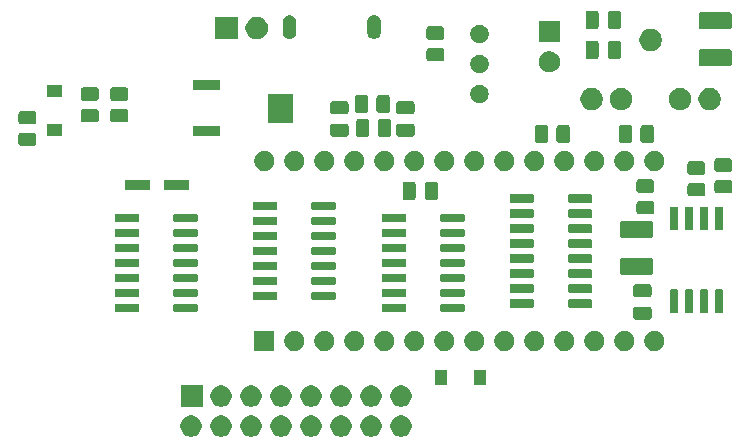
<source format=gbr>
G04 #@! TF.GenerationSoftware,KiCad,Pcbnew,5.1.5+dfsg1-2build2*
G04 #@! TF.CreationDate,2022-11-02T21:13:42+00:00*
G04 #@! TF.ProjectId,psion-speech-sp0256al2,7073696f-6e2d-4737-9065-6563682d7370,rev?*
G04 #@! TF.SameCoordinates,Original*
G04 #@! TF.FileFunction,Soldermask,Bot*
G04 #@! TF.FilePolarity,Negative*
%FSLAX46Y46*%
G04 Gerber Fmt 4.6, Leading zero omitted, Abs format (unit mm)*
G04 Created by KiCad (PCBNEW 5.1.5+dfsg1-2build2) date 2022-11-02 21:13:42*
%MOMM*%
%LPD*%
G04 APERTURE LIST*
%ADD10C,0.100000*%
G04 APERTURE END LIST*
D10*
G36*
X77473512Y-132303927D02*
G01*
X77622812Y-132333624D01*
X77786784Y-132401544D01*
X77934354Y-132500147D01*
X78059853Y-132625646D01*
X78158456Y-132773216D01*
X78226376Y-132937188D01*
X78261000Y-133111259D01*
X78261000Y-133288741D01*
X78226376Y-133462812D01*
X78158456Y-133626784D01*
X78059853Y-133774354D01*
X77934354Y-133899853D01*
X77786784Y-133998456D01*
X77622812Y-134066376D01*
X77473512Y-134096073D01*
X77448742Y-134101000D01*
X77271258Y-134101000D01*
X77246488Y-134096073D01*
X77097188Y-134066376D01*
X76933216Y-133998456D01*
X76785646Y-133899853D01*
X76660147Y-133774354D01*
X76561544Y-133626784D01*
X76493624Y-133462812D01*
X76459000Y-133288741D01*
X76459000Y-133111259D01*
X76493624Y-132937188D01*
X76561544Y-132773216D01*
X76660147Y-132625646D01*
X76785646Y-132500147D01*
X76933216Y-132401544D01*
X77097188Y-132333624D01*
X77246488Y-132303927D01*
X77271258Y-132299000D01*
X77448742Y-132299000D01*
X77473512Y-132303927D01*
G37*
G36*
X59693512Y-132303927D02*
G01*
X59842812Y-132333624D01*
X60006784Y-132401544D01*
X60154354Y-132500147D01*
X60279853Y-132625646D01*
X60378456Y-132773216D01*
X60446376Y-132937188D01*
X60481000Y-133111259D01*
X60481000Y-133288741D01*
X60446376Y-133462812D01*
X60378456Y-133626784D01*
X60279853Y-133774354D01*
X60154354Y-133899853D01*
X60006784Y-133998456D01*
X59842812Y-134066376D01*
X59693512Y-134096073D01*
X59668742Y-134101000D01*
X59491258Y-134101000D01*
X59466488Y-134096073D01*
X59317188Y-134066376D01*
X59153216Y-133998456D01*
X59005646Y-133899853D01*
X58880147Y-133774354D01*
X58781544Y-133626784D01*
X58713624Y-133462812D01*
X58679000Y-133288741D01*
X58679000Y-133111259D01*
X58713624Y-132937188D01*
X58781544Y-132773216D01*
X58880147Y-132625646D01*
X59005646Y-132500147D01*
X59153216Y-132401544D01*
X59317188Y-132333624D01*
X59466488Y-132303927D01*
X59491258Y-132299000D01*
X59668742Y-132299000D01*
X59693512Y-132303927D01*
G37*
G36*
X62233512Y-132303927D02*
G01*
X62382812Y-132333624D01*
X62546784Y-132401544D01*
X62694354Y-132500147D01*
X62819853Y-132625646D01*
X62918456Y-132773216D01*
X62986376Y-132937188D01*
X63021000Y-133111259D01*
X63021000Y-133288741D01*
X62986376Y-133462812D01*
X62918456Y-133626784D01*
X62819853Y-133774354D01*
X62694354Y-133899853D01*
X62546784Y-133998456D01*
X62382812Y-134066376D01*
X62233512Y-134096073D01*
X62208742Y-134101000D01*
X62031258Y-134101000D01*
X62006488Y-134096073D01*
X61857188Y-134066376D01*
X61693216Y-133998456D01*
X61545646Y-133899853D01*
X61420147Y-133774354D01*
X61321544Y-133626784D01*
X61253624Y-133462812D01*
X61219000Y-133288741D01*
X61219000Y-133111259D01*
X61253624Y-132937188D01*
X61321544Y-132773216D01*
X61420147Y-132625646D01*
X61545646Y-132500147D01*
X61693216Y-132401544D01*
X61857188Y-132333624D01*
X62006488Y-132303927D01*
X62031258Y-132299000D01*
X62208742Y-132299000D01*
X62233512Y-132303927D01*
G37*
G36*
X64773512Y-132303927D02*
G01*
X64922812Y-132333624D01*
X65086784Y-132401544D01*
X65234354Y-132500147D01*
X65359853Y-132625646D01*
X65458456Y-132773216D01*
X65526376Y-132937188D01*
X65561000Y-133111259D01*
X65561000Y-133288741D01*
X65526376Y-133462812D01*
X65458456Y-133626784D01*
X65359853Y-133774354D01*
X65234354Y-133899853D01*
X65086784Y-133998456D01*
X64922812Y-134066376D01*
X64773512Y-134096073D01*
X64748742Y-134101000D01*
X64571258Y-134101000D01*
X64546488Y-134096073D01*
X64397188Y-134066376D01*
X64233216Y-133998456D01*
X64085646Y-133899853D01*
X63960147Y-133774354D01*
X63861544Y-133626784D01*
X63793624Y-133462812D01*
X63759000Y-133288741D01*
X63759000Y-133111259D01*
X63793624Y-132937188D01*
X63861544Y-132773216D01*
X63960147Y-132625646D01*
X64085646Y-132500147D01*
X64233216Y-132401544D01*
X64397188Y-132333624D01*
X64546488Y-132303927D01*
X64571258Y-132299000D01*
X64748742Y-132299000D01*
X64773512Y-132303927D01*
G37*
G36*
X67313512Y-132303927D02*
G01*
X67462812Y-132333624D01*
X67626784Y-132401544D01*
X67774354Y-132500147D01*
X67899853Y-132625646D01*
X67998456Y-132773216D01*
X68066376Y-132937188D01*
X68101000Y-133111259D01*
X68101000Y-133288741D01*
X68066376Y-133462812D01*
X67998456Y-133626784D01*
X67899853Y-133774354D01*
X67774354Y-133899853D01*
X67626784Y-133998456D01*
X67462812Y-134066376D01*
X67313512Y-134096073D01*
X67288742Y-134101000D01*
X67111258Y-134101000D01*
X67086488Y-134096073D01*
X66937188Y-134066376D01*
X66773216Y-133998456D01*
X66625646Y-133899853D01*
X66500147Y-133774354D01*
X66401544Y-133626784D01*
X66333624Y-133462812D01*
X66299000Y-133288741D01*
X66299000Y-133111259D01*
X66333624Y-132937188D01*
X66401544Y-132773216D01*
X66500147Y-132625646D01*
X66625646Y-132500147D01*
X66773216Y-132401544D01*
X66937188Y-132333624D01*
X67086488Y-132303927D01*
X67111258Y-132299000D01*
X67288742Y-132299000D01*
X67313512Y-132303927D01*
G37*
G36*
X72393512Y-132303927D02*
G01*
X72542812Y-132333624D01*
X72706784Y-132401544D01*
X72854354Y-132500147D01*
X72979853Y-132625646D01*
X73078456Y-132773216D01*
X73146376Y-132937188D01*
X73181000Y-133111259D01*
X73181000Y-133288741D01*
X73146376Y-133462812D01*
X73078456Y-133626784D01*
X72979853Y-133774354D01*
X72854354Y-133899853D01*
X72706784Y-133998456D01*
X72542812Y-134066376D01*
X72393512Y-134096073D01*
X72368742Y-134101000D01*
X72191258Y-134101000D01*
X72166488Y-134096073D01*
X72017188Y-134066376D01*
X71853216Y-133998456D01*
X71705646Y-133899853D01*
X71580147Y-133774354D01*
X71481544Y-133626784D01*
X71413624Y-133462812D01*
X71379000Y-133288741D01*
X71379000Y-133111259D01*
X71413624Y-132937188D01*
X71481544Y-132773216D01*
X71580147Y-132625646D01*
X71705646Y-132500147D01*
X71853216Y-132401544D01*
X72017188Y-132333624D01*
X72166488Y-132303927D01*
X72191258Y-132299000D01*
X72368742Y-132299000D01*
X72393512Y-132303927D01*
G37*
G36*
X69853512Y-132303927D02*
G01*
X70002812Y-132333624D01*
X70166784Y-132401544D01*
X70314354Y-132500147D01*
X70439853Y-132625646D01*
X70538456Y-132773216D01*
X70606376Y-132937188D01*
X70641000Y-133111259D01*
X70641000Y-133288741D01*
X70606376Y-133462812D01*
X70538456Y-133626784D01*
X70439853Y-133774354D01*
X70314354Y-133899853D01*
X70166784Y-133998456D01*
X70002812Y-134066376D01*
X69853512Y-134096073D01*
X69828742Y-134101000D01*
X69651258Y-134101000D01*
X69626488Y-134096073D01*
X69477188Y-134066376D01*
X69313216Y-133998456D01*
X69165646Y-133899853D01*
X69040147Y-133774354D01*
X68941544Y-133626784D01*
X68873624Y-133462812D01*
X68839000Y-133288741D01*
X68839000Y-133111259D01*
X68873624Y-132937188D01*
X68941544Y-132773216D01*
X69040147Y-132625646D01*
X69165646Y-132500147D01*
X69313216Y-132401544D01*
X69477188Y-132333624D01*
X69626488Y-132303927D01*
X69651258Y-132299000D01*
X69828742Y-132299000D01*
X69853512Y-132303927D01*
G37*
G36*
X74933512Y-132303927D02*
G01*
X75082812Y-132333624D01*
X75246784Y-132401544D01*
X75394354Y-132500147D01*
X75519853Y-132625646D01*
X75618456Y-132773216D01*
X75686376Y-132937188D01*
X75721000Y-133111259D01*
X75721000Y-133288741D01*
X75686376Y-133462812D01*
X75618456Y-133626784D01*
X75519853Y-133774354D01*
X75394354Y-133899853D01*
X75246784Y-133998456D01*
X75082812Y-134066376D01*
X74933512Y-134096073D01*
X74908742Y-134101000D01*
X74731258Y-134101000D01*
X74706488Y-134096073D01*
X74557188Y-134066376D01*
X74393216Y-133998456D01*
X74245646Y-133899853D01*
X74120147Y-133774354D01*
X74021544Y-133626784D01*
X73953624Y-133462812D01*
X73919000Y-133288741D01*
X73919000Y-133111259D01*
X73953624Y-132937188D01*
X74021544Y-132773216D01*
X74120147Y-132625646D01*
X74245646Y-132500147D01*
X74393216Y-132401544D01*
X74557188Y-132333624D01*
X74706488Y-132303927D01*
X74731258Y-132299000D01*
X74908742Y-132299000D01*
X74933512Y-132303927D01*
G37*
G36*
X62233512Y-129763927D02*
G01*
X62382812Y-129793624D01*
X62546784Y-129861544D01*
X62694354Y-129960147D01*
X62819853Y-130085646D01*
X62918456Y-130233216D01*
X62986376Y-130397188D01*
X63021000Y-130571259D01*
X63021000Y-130748741D01*
X62986376Y-130922812D01*
X62918456Y-131086784D01*
X62819853Y-131234354D01*
X62694354Y-131359853D01*
X62546784Y-131458456D01*
X62382812Y-131526376D01*
X62233512Y-131556073D01*
X62208742Y-131561000D01*
X62031258Y-131561000D01*
X62006488Y-131556073D01*
X61857188Y-131526376D01*
X61693216Y-131458456D01*
X61545646Y-131359853D01*
X61420147Y-131234354D01*
X61321544Y-131086784D01*
X61253624Y-130922812D01*
X61219000Y-130748741D01*
X61219000Y-130571259D01*
X61253624Y-130397188D01*
X61321544Y-130233216D01*
X61420147Y-130085646D01*
X61545646Y-129960147D01*
X61693216Y-129861544D01*
X61857188Y-129793624D01*
X62006488Y-129763927D01*
X62031258Y-129759000D01*
X62208742Y-129759000D01*
X62233512Y-129763927D01*
G37*
G36*
X72393512Y-129763927D02*
G01*
X72542812Y-129793624D01*
X72706784Y-129861544D01*
X72854354Y-129960147D01*
X72979853Y-130085646D01*
X73078456Y-130233216D01*
X73146376Y-130397188D01*
X73181000Y-130571259D01*
X73181000Y-130748741D01*
X73146376Y-130922812D01*
X73078456Y-131086784D01*
X72979853Y-131234354D01*
X72854354Y-131359853D01*
X72706784Y-131458456D01*
X72542812Y-131526376D01*
X72393512Y-131556073D01*
X72368742Y-131561000D01*
X72191258Y-131561000D01*
X72166488Y-131556073D01*
X72017188Y-131526376D01*
X71853216Y-131458456D01*
X71705646Y-131359853D01*
X71580147Y-131234354D01*
X71481544Y-131086784D01*
X71413624Y-130922812D01*
X71379000Y-130748741D01*
X71379000Y-130571259D01*
X71413624Y-130397188D01*
X71481544Y-130233216D01*
X71580147Y-130085646D01*
X71705646Y-129960147D01*
X71853216Y-129861544D01*
X72017188Y-129793624D01*
X72166488Y-129763927D01*
X72191258Y-129759000D01*
X72368742Y-129759000D01*
X72393512Y-129763927D01*
G37*
G36*
X69853512Y-129763927D02*
G01*
X70002812Y-129793624D01*
X70166784Y-129861544D01*
X70314354Y-129960147D01*
X70439853Y-130085646D01*
X70538456Y-130233216D01*
X70606376Y-130397188D01*
X70641000Y-130571259D01*
X70641000Y-130748741D01*
X70606376Y-130922812D01*
X70538456Y-131086784D01*
X70439853Y-131234354D01*
X70314354Y-131359853D01*
X70166784Y-131458456D01*
X70002812Y-131526376D01*
X69853512Y-131556073D01*
X69828742Y-131561000D01*
X69651258Y-131561000D01*
X69626488Y-131556073D01*
X69477188Y-131526376D01*
X69313216Y-131458456D01*
X69165646Y-131359853D01*
X69040147Y-131234354D01*
X68941544Y-131086784D01*
X68873624Y-130922812D01*
X68839000Y-130748741D01*
X68839000Y-130571259D01*
X68873624Y-130397188D01*
X68941544Y-130233216D01*
X69040147Y-130085646D01*
X69165646Y-129960147D01*
X69313216Y-129861544D01*
X69477188Y-129793624D01*
X69626488Y-129763927D01*
X69651258Y-129759000D01*
X69828742Y-129759000D01*
X69853512Y-129763927D01*
G37*
G36*
X77473512Y-129763927D02*
G01*
X77622812Y-129793624D01*
X77786784Y-129861544D01*
X77934354Y-129960147D01*
X78059853Y-130085646D01*
X78158456Y-130233216D01*
X78226376Y-130397188D01*
X78261000Y-130571259D01*
X78261000Y-130748741D01*
X78226376Y-130922812D01*
X78158456Y-131086784D01*
X78059853Y-131234354D01*
X77934354Y-131359853D01*
X77786784Y-131458456D01*
X77622812Y-131526376D01*
X77473512Y-131556073D01*
X77448742Y-131561000D01*
X77271258Y-131561000D01*
X77246488Y-131556073D01*
X77097188Y-131526376D01*
X76933216Y-131458456D01*
X76785646Y-131359853D01*
X76660147Y-131234354D01*
X76561544Y-131086784D01*
X76493624Y-130922812D01*
X76459000Y-130748741D01*
X76459000Y-130571259D01*
X76493624Y-130397188D01*
X76561544Y-130233216D01*
X76660147Y-130085646D01*
X76785646Y-129960147D01*
X76933216Y-129861544D01*
X77097188Y-129793624D01*
X77246488Y-129763927D01*
X77271258Y-129759000D01*
X77448742Y-129759000D01*
X77473512Y-129763927D01*
G37*
G36*
X67313512Y-129763927D02*
G01*
X67462812Y-129793624D01*
X67626784Y-129861544D01*
X67774354Y-129960147D01*
X67899853Y-130085646D01*
X67998456Y-130233216D01*
X68066376Y-130397188D01*
X68101000Y-130571259D01*
X68101000Y-130748741D01*
X68066376Y-130922812D01*
X67998456Y-131086784D01*
X67899853Y-131234354D01*
X67774354Y-131359853D01*
X67626784Y-131458456D01*
X67462812Y-131526376D01*
X67313512Y-131556073D01*
X67288742Y-131561000D01*
X67111258Y-131561000D01*
X67086488Y-131556073D01*
X66937188Y-131526376D01*
X66773216Y-131458456D01*
X66625646Y-131359853D01*
X66500147Y-131234354D01*
X66401544Y-131086784D01*
X66333624Y-130922812D01*
X66299000Y-130748741D01*
X66299000Y-130571259D01*
X66333624Y-130397188D01*
X66401544Y-130233216D01*
X66500147Y-130085646D01*
X66625646Y-129960147D01*
X66773216Y-129861544D01*
X66937188Y-129793624D01*
X67086488Y-129763927D01*
X67111258Y-129759000D01*
X67288742Y-129759000D01*
X67313512Y-129763927D01*
G37*
G36*
X74933512Y-129763927D02*
G01*
X75082812Y-129793624D01*
X75246784Y-129861544D01*
X75394354Y-129960147D01*
X75519853Y-130085646D01*
X75618456Y-130233216D01*
X75686376Y-130397188D01*
X75721000Y-130571259D01*
X75721000Y-130748741D01*
X75686376Y-130922812D01*
X75618456Y-131086784D01*
X75519853Y-131234354D01*
X75394354Y-131359853D01*
X75246784Y-131458456D01*
X75082812Y-131526376D01*
X74933512Y-131556073D01*
X74908742Y-131561000D01*
X74731258Y-131561000D01*
X74706488Y-131556073D01*
X74557188Y-131526376D01*
X74393216Y-131458456D01*
X74245646Y-131359853D01*
X74120147Y-131234354D01*
X74021544Y-131086784D01*
X73953624Y-130922812D01*
X73919000Y-130748741D01*
X73919000Y-130571259D01*
X73953624Y-130397188D01*
X74021544Y-130233216D01*
X74120147Y-130085646D01*
X74245646Y-129960147D01*
X74393216Y-129861544D01*
X74557188Y-129793624D01*
X74706488Y-129763927D01*
X74731258Y-129759000D01*
X74908742Y-129759000D01*
X74933512Y-129763927D01*
G37*
G36*
X64773512Y-129763927D02*
G01*
X64922812Y-129793624D01*
X65086784Y-129861544D01*
X65234354Y-129960147D01*
X65359853Y-130085646D01*
X65458456Y-130233216D01*
X65526376Y-130397188D01*
X65561000Y-130571259D01*
X65561000Y-130748741D01*
X65526376Y-130922812D01*
X65458456Y-131086784D01*
X65359853Y-131234354D01*
X65234354Y-131359853D01*
X65086784Y-131458456D01*
X64922812Y-131526376D01*
X64773512Y-131556073D01*
X64748742Y-131561000D01*
X64571258Y-131561000D01*
X64546488Y-131556073D01*
X64397188Y-131526376D01*
X64233216Y-131458456D01*
X64085646Y-131359853D01*
X63960147Y-131234354D01*
X63861544Y-131086784D01*
X63793624Y-130922812D01*
X63759000Y-130748741D01*
X63759000Y-130571259D01*
X63793624Y-130397188D01*
X63861544Y-130233216D01*
X63960147Y-130085646D01*
X64085646Y-129960147D01*
X64233216Y-129861544D01*
X64397188Y-129793624D01*
X64546488Y-129763927D01*
X64571258Y-129759000D01*
X64748742Y-129759000D01*
X64773512Y-129763927D01*
G37*
G36*
X60561000Y-131561000D02*
G01*
X58759000Y-131561000D01*
X58759000Y-129759000D01*
X60561000Y-129759000D01*
X60561000Y-131561000D01*
G37*
G36*
X84551000Y-129751000D02*
G01*
X83549000Y-129751000D01*
X83549000Y-128449000D01*
X84551000Y-128449000D01*
X84551000Y-129751000D01*
G37*
G36*
X81251000Y-129751000D02*
G01*
X80249000Y-129751000D01*
X80249000Y-128449000D01*
X81251000Y-128449000D01*
X81251000Y-129751000D01*
G37*
G36*
X99054228Y-125165703D02*
G01*
X99209100Y-125229853D01*
X99348481Y-125322985D01*
X99467015Y-125441519D01*
X99560147Y-125580900D01*
X99624297Y-125735772D01*
X99657000Y-125900184D01*
X99657000Y-126067816D01*
X99624297Y-126232228D01*
X99560147Y-126387100D01*
X99467015Y-126526481D01*
X99348481Y-126645015D01*
X99209100Y-126738147D01*
X99054228Y-126802297D01*
X98889816Y-126835000D01*
X98722184Y-126835000D01*
X98557772Y-126802297D01*
X98402900Y-126738147D01*
X98263519Y-126645015D01*
X98144985Y-126526481D01*
X98051853Y-126387100D01*
X97987703Y-126232228D01*
X97955000Y-126067816D01*
X97955000Y-125900184D01*
X97987703Y-125735772D01*
X98051853Y-125580900D01*
X98144985Y-125441519D01*
X98263519Y-125322985D01*
X98402900Y-125229853D01*
X98557772Y-125165703D01*
X98722184Y-125133000D01*
X98889816Y-125133000D01*
X99054228Y-125165703D01*
G37*
G36*
X96514228Y-125165703D02*
G01*
X96669100Y-125229853D01*
X96808481Y-125322985D01*
X96927015Y-125441519D01*
X97020147Y-125580900D01*
X97084297Y-125735772D01*
X97117000Y-125900184D01*
X97117000Y-126067816D01*
X97084297Y-126232228D01*
X97020147Y-126387100D01*
X96927015Y-126526481D01*
X96808481Y-126645015D01*
X96669100Y-126738147D01*
X96514228Y-126802297D01*
X96349816Y-126835000D01*
X96182184Y-126835000D01*
X96017772Y-126802297D01*
X95862900Y-126738147D01*
X95723519Y-126645015D01*
X95604985Y-126526481D01*
X95511853Y-126387100D01*
X95447703Y-126232228D01*
X95415000Y-126067816D01*
X95415000Y-125900184D01*
X95447703Y-125735772D01*
X95511853Y-125580900D01*
X95604985Y-125441519D01*
X95723519Y-125322985D01*
X95862900Y-125229853D01*
X96017772Y-125165703D01*
X96182184Y-125133000D01*
X96349816Y-125133000D01*
X96514228Y-125165703D01*
G37*
G36*
X93974228Y-125165703D02*
G01*
X94129100Y-125229853D01*
X94268481Y-125322985D01*
X94387015Y-125441519D01*
X94480147Y-125580900D01*
X94544297Y-125735772D01*
X94577000Y-125900184D01*
X94577000Y-126067816D01*
X94544297Y-126232228D01*
X94480147Y-126387100D01*
X94387015Y-126526481D01*
X94268481Y-126645015D01*
X94129100Y-126738147D01*
X93974228Y-126802297D01*
X93809816Y-126835000D01*
X93642184Y-126835000D01*
X93477772Y-126802297D01*
X93322900Y-126738147D01*
X93183519Y-126645015D01*
X93064985Y-126526481D01*
X92971853Y-126387100D01*
X92907703Y-126232228D01*
X92875000Y-126067816D01*
X92875000Y-125900184D01*
X92907703Y-125735772D01*
X92971853Y-125580900D01*
X93064985Y-125441519D01*
X93183519Y-125322985D01*
X93322900Y-125229853D01*
X93477772Y-125165703D01*
X93642184Y-125133000D01*
X93809816Y-125133000D01*
X93974228Y-125165703D01*
G37*
G36*
X91434228Y-125165703D02*
G01*
X91589100Y-125229853D01*
X91728481Y-125322985D01*
X91847015Y-125441519D01*
X91940147Y-125580900D01*
X92004297Y-125735772D01*
X92037000Y-125900184D01*
X92037000Y-126067816D01*
X92004297Y-126232228D01*
X91940147Y-126387100D01*
X91847015Y-126526481D01*
X91728481Y-126645015D01*
X91589100Y-126738147D01*
X91434228Y-126802297D01*
X91269816Y-126835000D01*
X91102184Y-126835000D01*
X90937772Y-126802297D01*
X90782900Y-126738147D01*
X90643519Y-126645015D01*
X90524985Y-126526481D01*
X90431853Y-126387100D01*
X90367703Y-126232228D01*
X90335000Y-126067816D01*
X90335000Y-125900184D01*
X90367703Y-125735772D01*
X90431853Y-125580900D01*
X90524985Y-125441519D01*
X90643519Y-125322985D01*
X90782900Y-125229853D01*
X90937772Y-125165703D01*
X91102184Y-125133000D01*
X91269816Y-125133000D01*
X91434228Y-125165703D01*
G37*
G36*
X88894228Y-125165703D02*
G01*
X89049100Y-125229853D01*
X89188481Y-125322985D01*
X89307015Y-125441519D01*
X89400147Y-125580900D01*
X89464297Y-125735772D01*
X89497000Y-125900184D01*
X89497000Y-126067816D01*
X89464297Y-126232228D01*
X89400147Y-126387100D01*
X89307015Y-126526481D01*
X89188481Y-126645015D01*
X89049100Y-126738147D01*
X88894228Y-126802297D01*
X88729816Y-126835000D01*
X88562184Y-126835000D01*
X88397772Y-126802297D01*
X88242900Y-126738147D01*
X88103519Y-126645015D01*
X87984985Y-126526481D01*
X87891853Y-126387100D01*
X87827703Y-126232228D01*
X87795000Y-126067816D01*
X87795000Y-125900184D01*
X87827703Y-125735772D01*
X87891853Y-125580900D01*
X87984985Y-125441519D01*
X88103519Y-125322985D01*
X88242900Y-125229853D01*
X88397772Y-125165703D01*
X88562184Y-125133000D01*
X88729816Y-125133000D01*
X88894228Y-125165703D01*
G37*
G36*
X86354228Y-125165703D02*
G01*
X86509100Y-125229853D01*
X86648481Y-125322985D01*
X86767015Y-125441519D01*
X86860147Y-125580900D01*
X86924297Y-125735772D01*
X86957000Y-125900184D01*
X86957000Y-126067816D01*
X86924297Y-126232228D01*
X86860147Y-126387100D01*
X86767015Y-126526481D01*
X86648481Y-126645015D01*
X86509100Y-126738147D01*
X86354228Y-126802297D01*
X86189816Y-126835000D01*
X86022184Y-126835000D01*
X85857772Y-126802297D01*
X85702900Y-126738147D01*
X85563519Y-126645015D01*
X85444985Y-126526481D01*
X85351853Y-126387100D01*
X85287703Y-126232228D01*
X85255000Y-126067816D01*
X85255000Y-125900184D01*
X85287703Y-125735772D01*
X85351853Y-125580900D01*
X85444985Y-125441519D01*
X85563519Y-125322985D01*
X85702900Y-125229853D01*
X85857772Y-125165703D01*
X86022184Y-125133000D01*
X86189816Y-125133000D01*
X86354228Y-125165703D01*
G37*
G36*
X83814228Y-125165703D02*
G01*
X83969100Y-125229853D01*
X84108481Y-125322985D01*
X84227015Y-125441519D01*
X84320147Y-125580900D01*
X84384297Y-125735772D01*
X84417000Y-125900184D01*
X84417000Y-126067816D01*
X84384297Y-126232228D01*
X84320147Y-126387100D01*
X84227015Y-126526481D01*
X84108481Y-126645015D01*
X83969100Y-126738147D01*
X83814228Y-126802297D01*
X83649816Y-126835000D01*
X83482184Y-126835000D01*
X83317772Y-126802297D01*
X83162900Y-126738147D01*
X83023519Y-126645015D01*
X82904985Y-126526481D01*
X82811853Y-126387100D01*
X82747703Y-126232228D01*
X82715000Y-126067816D01*
X82715000Y-125900184D01*
X82747703Y-125735772D01*
X82811853Y-125580900D01*
X82904985Y-125441519D01*
X83023519Y-125322985D01*
X83162900Y-125229853D01*
X83317772Y-125165703D01*
X83482184Y-125133000D01*
X83649816Y-125133000D01*
X83814228Y-125165703D01*
G37*
G36*
X78734228Y-125165703D02*
G01*
X78889100Y-125229853D01*
X79028481Y-125322985D01*
X79147015Y-125441519D01*
X79240147Y-125580900D01*
X79304297Y-125735772D01*
X79337000Y-125900184D01*
X79337000Y-126067816D01*
X79304297Y-126232228D01*
X79240147Y-126387100D01*
X79147015Y-126526481D01*
X79028481Y-126645015D01*
X78889100Y-126738147D01*
X78734228Y-126802297D01*
X78569816Y-126835000D01*
X78402184Y-126835000D01*
X78237772Y-126802297D01*
X78082900Y-126738147D01*
X77943519Y-126645015D01*
X77824985Y-126526481D01*
X77731853Y-126387100D01*
X77667703Y-126232228D01*
X77635000Y-126067816D01*
X77635000Y-125900184D01*
X77667703Y-125735772D01*
X77731853Y-125580900D01*
X77824985Y-125441519D01*
X77943519Y-125322985D01*
X78082900Y-125229853D01*
X78237772Y-125165703D01*
X78402184Y-125133000D01*
X78569816Y-125133000D01*
X78734228Y-125165703D01*
G37*
G36*
X76194228Y-125165703D02*
G01*
X76349100Y-125229853D01*
X76488481Y-125322985D01*
X76607015Y-125441519D01*
X76700147Y-125580900D01*
X76764297Y-125735772D01*
X76797000Y-125900184D01*
X76797000Y-126067816D01*
X76764297Y-126232228D01*
X76700147Y-126387100D01*
X76607015Y-126526481D01*
X76488481Y-126645015D01*
X76349100Y-126738147D01*
X76194228Y-126802297D01*
X76029816Y-126835000D01*
X75862184Y-126835000D01*
X75697772Y-126802297D01*
X75542900Y-126738147D01*
X75403519Y-126645015D01*
X75284985Y-126526481D01*
X75191853Y-126387100D01*
X75127703Y-126232228D01*
X75095000Y-126067816D01*
X75095000Y-125900184D01*
X75127703Y-125735772D01*
X75191853Y-125580900D01*
X75284985Y-125441519D01*
X75403519Y-125322985D01*
X75542900Y-125229853D01*
X75697772Y-125165703D01*
X75862184Y-125133000D01*
X76029816Y-125133000D01*
X76194228Y-125165703D01*
G37*
G36*
X73654228Y-125165703D02*
G01*
X73809100Y-125229853D01*
X73948481Y-125322985D01*
X74067015Y-125441519D01*
X74160147Y-125580900D01*
X74224297Y-125735772D01*
X74257000Y-125900184D01*
X74257000Y-126067816D01*
X74224297Y-126232228D01*
X74160147Y-126387100D01*
X74067015Y-126526481D01*
X73948481Y-126645015D01*
X73809100Y-126738147D01*
X73654228Y-126802297D01*
X73489816Y-126835000D01*
X73322184Y-126835000D01*
X73157772Y-126802297D01*
X73002900Y-126738147D01*
X72863519Y-126645015D01*
X72744985Y-126526481D01*
X72651853Y-126387100D01*
X72587703Y-126232228D01*
X72555000Y-126067816D01*
X72555000Y-125900184D01*
X72587703Y-125735772D01*
X72651853Y-125580900D01*
X72744985Y-125441519D01*
X72863519Y-125322985D01*
X73002900Y-125229853D01*
X73157772Y-125165703D01*
X73322184Y-125133000D01*
X73489816Y-125133000D01*
X73654228Y-125165703D01*
G37*
G36*
X71114228Y-125165703D02*
G01*
X71269100Y-125229853D01*
X71408481Y-125322985D01*
X71527015Y-125441519D01*
X71620147Y-125580900D01*
X71684297Y-125735772D01*
X71717000Y-125900184D01*
X71717000Y-126067816D01*
X71684297Y-126232228D01*
X71620147Y-126387100D01*
X71527015Y-126526481D01*
X71408481Y-126645015D01*
X71269100Y-126738147D01*
X71114228Y-126802297D01*
X70949816Y-126835000D01*
X70782184Y-126835000D01*
X70617772Y-126802297D01*
X70462900Y-126738147D01*
X70323519Y-126645015D01*
X70204985Y-126526481D01*
X70111853Y-126387100D01*
X70047703Y-126232228D01*
X70015000Y-126067816D01*
X70015000Y-125900184D01*
X70047703Y-125735772D01*
X70111853Y-125580900D01*
X70204985Y-125441519D01*
X70323519Y-125322985D01*
X70462900Y-125229853D01*
X70617772Y-125165703D01*
X70782184Y-125133000D01*
X70949816Y-125133000D01*
X71114228Y-125165703D01*
G37*
G36*
X68574228Y-125165703D02*
G01*
X68729100Y-125229853D01*
X68868481Y-125322985D01*
X68987015Y-125441519D01*
X69080147Y-125580900D01*
X69144297Y-125735772D01*
X69177000Y-125900184D01*
X69177000Y-126067816D01*
X69144297Y-126232228D01*
X69080147Y-126387100D01*
X68987015Y-126526481D01*
X68868481Y-126645015D01*
X68729100Y-126738147D01*
X68574228Y-126802297D01*
X68409816Y-126835000D01*
X68242184Y-126835000D01*
X68077772Y-126802297D01*
X67922900Y-126738147D01*
X67783519Y-126645015D01*
X67664985Y-126526481D01*
X67571853Y-126387100D01*
X67507703Y-126232228D01*
X67475000Y-126067816D01*
X67475000Y-125900184D01*
X67507703Y-125735772D01*
X67571853Y-125580900D01*
X67664985Y-125441519D01*
X67783519Y-125322985D01*
X67922900Y-125229853D01*
X68077772Y-125165703D01*
X68242184Y-125133000D01*
X68409816Y-125133000D01*
X68574228Y-125165703D01*
G37*
G36*
X66637000Y-126835000D02*
G01*
X64935000Y-126835000D01*
X64935000Y-125133000D01*
X66637000Y-125133000D01*
X66637000Y-126835000D01*
G37*
G36*
X81274228Y-125165703D02*
G01*
X81429100Y-125229853D01*
X81568481Y-125322985D01*
X81687015Y-125441519D01*
X81780147Y-125580900D01*
X81844297Y-125735772D01*
X81877000Y-125900184D01*
X81877000Y-126067816D01*
X81844297Y-126232228D01*
X81780147Y-126387100D01*
X81687015Y-126526481D01*
X81568481Y-126645015D01*
X81429100Y-126738147D01*
X81274228Y-126802297D01*
X81109816Y-126835000D01*
X80942184Y-126835000D01*
X80777772Y-126802297D01*
X80622900Y-126738147D01*
X80483519Y-126645015D01*
X80364985Y-126526481D01*
X80271853Y-126387100D01*
X80207703Y-126232228D01*
X80175000Y-126067816D01*
X80175000Y-125900184D01*
X80207703Y-125735772D01*
X80271853Y-125580900D01*
X80364985Y-125441519D01*
X80483519Y-125322985D01*
X80622900Y-125229853D01*
X80777772Y-125165703D01*
X80942184Y-125133000D01*
X81109816Y-125133000D01*
X81274228Y-125165703D01*
G37*
G36*
X98394434Y-123085686D02*
G01*
X98434284Y-123097774D01*
X98470999Y-123117399D01*
X98503186Y-123143814D01*
X98529601Y-123176001D01*
X98549226Y-123212716D01*
X98561314Y-123252566D01*
X98566000Y-123300141D01*
X98566000Y-123963859D01*
X98561314Y-124011434D01*
X98549226Y-124051284D01*
X98529601Y-124087999D01*
X98503186Y-124120186D01*
X98470999Y-124146601D01*
X98434284Y-124166226D01*
X98394434Y-124178314D01*
X98346859Y-124183000D01*
X97233141Y-124183000D01*
X97185566Y-124178314D01*
X97145716Y-124166226D01*
X97109001Y-124146601D01*
X97076814Y-124120186D01*
X97050399Y-124087999D01*
X97030774Y-124051284D01*
X97018686Y-124011434D01*
X97014000Y-123963859D01*
X97014000Y-123300141D01*
X97018686Y-123252566D01*
X97030774Y-123212716D01*
X97050399Y-123176001D01*
X97076814Y-123143814D01*
X97109001Y-123117399D01*
X97145716Y-123097774D01*
X97185566Y-123085686D01*
X97233141Y-123081000D01*
X98346859Y-123081000D01*
X98394434Y-123085686D01*
G37*
G36*
X101986928Y-121627764D02*
G01*
X102008009Y-121634160D01*
X102027445Y-121644548D01*
X102044476Y-121658524D01*
X102058452Y-121675555D01*
X102068840Y-121694991D01*
X102075236Y-121716072D01*
X102078000Y-121744140D01*
X102078000Y-123507860D01*
X102075236Y-123535928D01*
X102068840Y-123557009D01*
X102058452Y-123576445D01*
X102044476Y-123593476D01*
X102027445Y-123607452D01*
X102008009Y-123617840D01*
X101986928Y-123624236D01*
X101958860Y-123627000D01*
X101495140Y-123627000D01*
X101467072Y-123624236D01*
X101445991Y-123617840D01*
X101426555Y-123607452D01*
X101409524Y-123593476D01*
X101395548Y-123576445D01*
X101385160Y-123557009D01*
X101378764Y-123535928D01*
X101376000Y-123507860D01*
X101376000Y-121744140D01*
X101378764Y-121716072D01*
X101385160Y-121694991D01*
X101395548Y-121675555D01*
X101409524Y-121658524D01*
X101426555Y-121644548D01*
X101445991Y-121634160D01*
X101467072Y-121627764D01*
X101495140Y-121625000D01*
X101958860Y-121625000D01*
X101986928Y-121627764D01*
G37*
G36*
X100716928Y-121627764D02*
G01*
X100738009Y-121634160D01*
X100757445Y-121644548D01*
X100774476Y-121658524D01*
X100788452Y-121675555D01*
X100798840Y-121694991D01*
X100805236Y-121716072D01*
X100808000Y-121744140D01*
X100808000Y-123507860D01*
X100805236Y-123535928D01*
X100798840Y-123557009D01*
X100788452Y-123576445D01*
X100774476Y-123593476D01*
X100757445Y-123607452D01*
X100738009Y-123617840D01*
X100716928Y-123624236D01*
X100688860Y-123627000D01*
X100225140Y-123627000D01*
X100197072Y-123624236D01*
X100175991Y-123617840D01*
X100156555Y-123607452D01*
X100139524Y-123593476D01*
X100125548Y-123576445D01*
X100115160Y-123557009D01*
X100108764Y-123535928D01*
X100106000Y-123507860D01*
X100106000Y-121744140D01*
X100108764Y-121716072D01*
X100115160Y-121694991D01*
X100125548Y-121675555D01*
X100139524Y-121658524D01*
X100156555Y-121644548D01*
X100175991Y-121634160D01*
X100197072Y-121627764D01*
X100225140Y-121625000D01*
X100688860Y-121625000D01*
X100716928Y-121627764D01*
G37*
G36*
X103256928Y-121627764D02*
G01*
X103278009Y-121634160D01*
X103297445Y-121644548D01*
X103314476Y-121658524D01*
X103328452Y-121675555D01*
X103338840Y-121694991D01*
X103345236Y-121716072D01*
X103348000Y-121744140D01*
X103348000Y-123507860D01*
X103345236Y-123535928D01*
X103338840Y-123557009D01*
X103328452Y-123576445D01*
X103314476Y-123593476D01*
X103297445Y-123607452D01*
X103278009Y-123617840D01*
X103256928Y-123624236D01*
X103228860Y-123627000D01*
X102765140Y-123627000D01*
X102737072Y-123624236D01*
X102715991Y-123617840D01*
X102696555Y-123607452D01*
X102679524Y-123593476D01*
X102665548Y-123576445D01*
X102655160Y-123557009D01*
X102648764Y-123535928D01*
X102646000Y-123507860D01*
X102646000Y-121744140D01*
X102648764Y-121716072D01*
X102655160Y-121694991D01*
X102665548Y-121675555D01*
X102679524Y-121658524D01*
X102696555Y-121644548D01*
X102715991Y-121634160D01*
X102737072Y-121627764D01*
X102765140Y-121625000D01*
X103228860Y-121625000D01*
X103256928Y-121627764D01*
G37*
G36*
X104526928Y-121627764D02*
G01*
X104548009Y-121634160D01*
X104567445Y-121644548D01*
X104584476Y-121658524D01*
X104598452Y-121675555D01*
X104608840Y-121694991D01*
X104615236Y-121716072D01*
X104618000Y-121744140D01*
X104618000Y-123507860D01*
X104615236Y-123535928D01*
X104608840Y-123557009D01*
X104598452Y-123576445D01*
X104584476Y-123593476D01*
X104567445Y-123607452D01*
X104548009Y-123617840D01*
X104526928Y-123624236D01*
X104498860Y-123627000D01*
X104035140Y-123627000D01*
X104007072Y-123624236D01*
X103985991Y-123617840D01*
X103966555Y-123607452D01*
X103949524Y-123593476D01*
X103935548Y-123576445D01*
X103925160Y-123557009D01*
X103918764Y-123535928D01*
X103916000Y-123507860D01*
X103916000Y-121744140D01*
X103918764Y-121716072D01*
X103925160Y-121694991D01*
X103935548Y-121675555D01*
X103949524Y-121658524D01*
X103966555Y-121644548D01*
X103985991Y-121634160D01*
X104007072Y-121627764D01*
X104035140Y-121625000D01*
X104498860Y-121625000D01*
X104526928Y-121627764D01*
G37*
G36*
X55101928Y-122841764D02*
G01*
X55123009Y-122848160D01*
X55142445Y-122858548D01*
X55159476Y-122872524D01*
X55173452Y-122889555D01*
X55183840Y-122908991D01*
X55190236Y-122930072D01*
X55193000Y-122958140D01*
X55193000Y-123421860D01*
X55190236Y-123449928D01*
X55183840Y-123471009D01*
X55173452Y-123490445D01*
X55159476Y-123507476D01*
X55142445Y-123521452D01*
X55123009Y-123531840D01*
X55101928Y-123538236D01*
X55073860Y-123541000D01*
X53260140Y-123541000D01*
X53232072Y-123538236D01*
X53210991Y-123531840D01*
X53191555Y-123521452D01*
X53174524Y-123507476D01*
X53160548Y-123490445D01*
X53150160Y-123471009D01*
X53143764Y-123449928D01*
X53141000Y-123421860D01*
X53141000Y-122958140D01*
X53143764Y-122930072D01*
X53150160Y-122908991D01*
X53160548Y-122889555D01*
X53174524Y-122872524D01*
X53191555Y-122858548D01*
X53210991Y-122848160D01*
X53232072Y-122841764D01*
X53260140Y-122839000D01*
X55073860Y-122839000D01*
X55101928Y-122841764D01*
G37*
G36*
X60051928Y-122841764D02*
G01*
X60073009Y-122848160D01*
X60092445Y-122858548D01*
X60109476Y-122872524D01*
X60123452Y-122889555D01*
X60133840Y-122908991D01*
X60140236Y-122930072D01*
X60143000Y-122958140D01*
X60143000Y-123421860D01*
X60140236Y-123449928D01*
X60133840Y-123471009D01*
X60123452Y-123490445D01*
X60109476Y-123507476D01*
X60092445Y-123521452D01*
X60073009Y-123531840D01*
X60051928Y-123538236D01*
X60023860Y-123541000D01*
X58210140Y-123541000D01*
X58182072Y-123538236D01*
X58160991Y-123531840D01*
X58141555Y-123521452D01*
X58124524Y-123507476D01*
X58110548Y-123490445D01*
X58100160Y-123471009D01*
X58093764Y-123449928D01*
X58091000Y-123421860D01*
X58091000Y-122958140D01*
X58093764Y-122930072D01*
X58100160Y-122908991D01*
X58110548Y-122889555D01*
X58124524Y-122872524D01*
X58141555Y-122858548D01*
X58160991Y-122848160D01*
X58182072Y-122841764D01*
X58210140Y-122839000D01*
X60023860Y-122839000D01*
X60051928Y-122841764D01*
G37*
G36*
X77707928Y-122841764D02*
G01*
X77729009Y-122848160D01*
X77748445Y-122858548D01*
X77765476Y-122872524D01*
X77779452Y-122889555D01*
X77789840Y-122908991D01*
X77796236Y-122930072D01*
X77799000Y-122958140D01*
X77799000Y-123421860D01*
X77796236Y-123449928D01*
X77789840Y-123471009D01*
X77779452Y-123490445D01*
X77765476Y-123507476D01*
X77748445Y-123521452D01*
X77729009Y-123531840D01*
X77707928Y-123538236D01*
X77679860Y-123541000D01*
X75866140Y-123541000D01*
X75838072Y-123538236D01*
X75816991Y-123531840D01*
X75797555Y-123521452D01*
X75780524Y-123507476D01*
X75766548Y-123490445D01*
X75756160Y-123471009D01*
X75749764Y-123449928D01*
X75747000Y-123421860D01*
X75747000Y-122958140D01*
X75749764Y-122930072D01*
X75756160Y-122908991D01*
X75766548Y-122889555D01*
X75780524Y-122872524D01*
X75797555Y-122858548D01*
X75816991Y-122848160D01*
X75838072Y-122841764D01*
X75866140Y-122839000D01*
X77679860Y-122839000D01*
X77707928Y-122841764D01*
G37*
G36*
X82657928Y-122841764D02*
G01*
X82679009Y-122848160D01*
X82698445Y-122858548D01*
X82715476Y-122872524D01*
X82729452Y-122889555D01*
X82739840Y-122908991D01*
X82746236Y-122930072D01*
X82749000Y-122958140D01*
X82749000Y-123421860D01*
X82746236Y-123449928D01*
X82739840Y-123471009D01*
X82729452Y-123490445D01*
X82715476Y-123507476D01*
X82698445Y-123521452D01*
X82679009Y-123531840D01*
X82657928Y-123538236D01*
X82629860Y-123541000D01*
X80816140Y-123541000D01*
X80788072Y-123538236D01*
X80766991Y-123531840D01*
X80747555Y-123521452D01*
X80730524Y-123507476D01*
X80716548Y-123490445D01*
X80706160Y-123471009D01*
X80699764Y-123449928D01*
X80697000Y-123421860D01*
X80697000Y-122958140D01*
X80699764Y-122930072D01*
X80706160Y-122908991D01*
X80716548Y-122889555D01*
X80730524Y-122872524D01*
X80747555Y-122858548D01*
X80766991Y-122848160D01*
X80788072Y-122841764D01*
X80816140Y-122839000D01*
X82629860Y-122839000D01*
X82657928Y-122841764D01*
G37*
G36*
X93459928Y-122471764D02*
G01*
X93481009Y-122478160D01*
X93500445Y-122488548D01*
X93517476Y-122502524D01*
X93531452Y-122519555D01*
X93541840Y-122538991D01*
X93548236Y-122560072D01*
X93551000Y-122588140D01*
X93551000Y-123051860D01*
X93548236Y-123079928D01*
X93541840Y-123101009D01*
X93531452Y-123120445D01*
X93517476Y-123137476D01*
X93500445Y-123151452D01*
X93481009Y-123161840D01*
X93459928Y-123168236D01*
X93431860Y-123171000D01*
X91618140Y-123171000D01*
X91590072Y-123168236D01*
X91568991Y-123161840D01*
X91549555Y-123151452D01*
X91532524Y-123137476D01*
X91518548Y-123120445D01*
X91508160Y-123101009D01*
X91501764Y-123079928D01*
X91499000Y-123051860D01*
X91499000Y-122588140D01*
X91501764Y-122560072D01*
X91508160Y-122538991D01*
X91518548Y-122519555D01*
X91532524Y-122502524D01*
X91549555Y-122488548D01*
X91568991Y-122478160D01*
X91590072Y-122471764D01*
X91618140Y-122469000D01*
X93431860Y-122469000D01*
X93459928Y-122471764D01*
G37*
G36*
X88509928Y-122471764D02*
G01*
X88531009Y-122478160D01*
X88550445Y-122488548D01*
X88567476Y-122502524D01*
X88581452Y-122519555D01*
X88591840Y-122538991D01*
X88598236Y-122560072D01*
X88601000Y-122588140D01*
X88601000Y-123051860D01*
X88598236Y-123079928D01*
X88591840Y-123101009D01*
X88581452Y-123120445D01*
X88567476Y-123137476D01*
X88550445Y-123151452D01*
X88531009Y-123161840D01*
X88509928Y-123168236D01*
X88481860Y-123171000D01*
X86668140Y-123171000D01*
X86640072Y-123168236D01*
X86618991Y-123161840D01*
X86599555Y-123151452D01*
X86582524Y-123137476D01*
X86568548Y-123120445D01*
X86558160Y-123101009D01*
X86551764Y-123079928D01*
X86549000Y-123051860D01*
X86549000Y-122588140D01*
X86551764Y-122560072D01*
X86558160Y-122538991D01*
X86568548Y-122519555D01*
X86582524Y-122502524D01*
X86599555Y-122488548D01*
X86618991Y-122478160D01*
X86640072Y-122471764D01*
X86668140Y-122469000D01*
X88481860Y-122469000D01*
X88509928Y-122471764D01*
G37*
G36*
X66785928Y-121825764D02*
G01*
X66807009Y-121832160D01*
X66826445Y-121842548D01*
X66843476Y-121856524D01*
X66857452Y-121873555D01*
X66867840Y-121892991D01*
X66874236Y-121914072D01*
X66877000Y-121942140D01*
X66877000Y-122405860D01*
X66874236Y-122433928D01*
X66867840Y-122455009D01*
X66857452Y-122474445D01*
X66843476Y-122491476D01*
X66826445Y-122505452D01*
X66807009Y-122515840D01*
X66785928Y-122522236D01*
X66757860Y-122525000D01*
X64944140Y-122525000D01*
X64916072Y-122522236D01*
X64894991Y-122515840D01*
X64875555Y-122505452D01*
X64858524Y-122491476D01*
X64844548Y-122474445D01*
X64834160Y-122455009D01*
X64827764Y-122433928D01*
X64825000Y-122405860D01*
X64825000Y-121942140D01*
X64827764Y-121914072D01*
X64834160Y-121892991D01*
X64844548Y-121873555D01*
X64858524Y-121856524D01*
X64875555Y-121842548D01*
X64894991Y-121832160D01*
X64916072Y-121825764D01*
X64944140Y-121823000D01*
X66757860Y-121823000D01*
X66785928Y-121825764D01*
G37*
G36*
X71735928Y-121825764D02*
G01*
X71757009Y-121832160D01*
X71776445Y-121842548D01*
X71793476Y-121856524D01*
X71807452Y-121873555D01*
X71817840Y-121892991D01*
X71824236Y-121914072D01*
X71827000Y-121942140D01*
X71827000Y-122405860D01*
X71824236Y-122433928D01*
X71817840Y-122455009D01*
X71807452Y-122474445D01*
X71793476Y-122491476D01*
X71776445Y-122505452D01*
X71757009Y-122515840D01*
X71735928Y-122522236D01*
X71707860Y-122525000D01*
X69894140Y-122525000D01*
X69866072Y-122522236D01*
X69844991Y-122515840D01*
X69825555Y-122505452D01*
X69808524Y-122491476D01*
X69794548Y-122474445D01*
X69784160Y-122455009D01*
X69777764Y-122433928D01*
X69775000Y-122405860D01*
X69775000Y-121942140D01*
X69777764Y-121914072D01*
X69784160Y-121892991D01*
X69794548Y-121873555D01*
X69808524Y-121856524D01*
X69825555Y-121842548D01*
X69844991Y-121832160D01*
X69866072Y-121825764D01*
X69894140Y-121823000D01*
X71707860Y-121823000D01*
X71735928Y-121825764D01*
G37*
G36*
X98394434Y-121185686D02*
G01*
X98434284Y-121197774D01*
X98470999Y-121217399D01*
X98503186Y-121243814D01*
X98529601Y-121276001D01*
X98549226Y-121312716D01*
X98561314Y-121352566D01*
X98566000Y-121400141D01*
X98566000Y-122063859D01*
X98561314Y-122111434D01*
X98549226Y-122151284D01*
X98529601Y-122187999D01*
X98503186Y-122220186D01*
X98470999Y-122246601D01*
X98434284Y-122266226D01*
X98394434Y-122278314D01*
X98346859Y-122283000D01*
X97233141Y-122283000D01*
X97185566Y-122278314D01*
X97145716Y-122266226D01*
X97109001Y-122246601D01*
X97076814Y-122220186D01*
X97050399Y-122187999D01*
X97030774Y-122151284D01*
X97018686Y-122111434D01*
X97014000Y-122063859D01*
X97014000Y-121400141D01*
X97018686Y-121352566D01*
X97030774Y-121312716D01*
X97050399Y-121276001D01*
X97076814Y-121243814D01*
X97109001Y-121217399D01*
X97145716Y-121197774D01*
X97185566Y-121185686D01*
X97233141Y-121181000D01*
X98346859Y-121181000D01*
X98394434Y-121185686D01*
G37*
G36*
X55101928Y-121571764D02*
G01*
X55123009Y-121578160D01*
X55142445Y-121588548D01*
X55159476Y-121602524D01*
X55173452Y-121619555D01*
X55183840Y-121638991D01*
X55190236Y-121660072D01*
X55193000Y-121688140D01*
X55193000Y-122151860D01*
X55190236Y-122179928D01*
X55183840Y-122201009D01*
X55173452Y-122220445D01*
X55159476Y-122237476D01*
X55142445Y-122251452D01*
X55123009Y-122261840D01*
X55101928Y-122268236D01*
X55073860Y-122271000D01*
X53260140Y-122271000D01*
X53232072Y-122268236D01*
X53210991Y-122261840D01*
X53191555Y-122251452D01*
X53174524Y-122237476D01*
X53160548Y-122220445D01*
X53150160Y-122201009D01*
X53143764Y-122179928D01*
X53141000Y-122151860D01*
X53141000Y-121688140D01*
X53143764Y-121660072D01*
X53150160Y-121638991D01*
X53160548Y-121619555D01*
X53174524Y-121602524D01*
X53191555Y-121588548D01*
X53210991Y-121578160D01*
X53232072Y-121571764D01*
X53260140Y-121569000D01*
X55073860Y-121569000D01*
X55101928Y-121571764D01*
G37*
G36*
X60051928Y-121571764D02*
G01*
X60073009Y-121578160D01*
X60092445Y-121588548D01*
X60109476Y-121602524D01*
X60123452Y-121619555D01*
X60133840Y-121638991D01*
X60140236Y-121660072D01*
X60143000Y-121688140D01*
X60143000Y-122151860D01*
X60140236Y-122179928D01*
X60133840Y-122201009D01*
X60123452Y-122220445D01*
X60109476Y-122237476D01*
X60092445Y-122251452D01*
X60073009Y-122261840D01*
X60051928Y-122268236D01*
X60023860Y-122271000D01*
X58210140Y-122271000D01*
X58182072Y-122268236D01*
X58160991Y-122261840D01*
X58141555Y-122251452D01*
X58124524Y-122237476D01*
X58110548Y-122220445D01*
X58100160Y-122201009D01*
X58093764Y-122179928D01*
X58091000Y-122151860D01*
X58091000Y-121688140D01*
X58093764Y-121660072D01*
X58100160Y-121638991D01*
X58110548Y-121619555D01*
X58124524Y-121602524D01*
X58141555Y-121588548D01*
X58160991Y-121578160D01*
X58182072Y-121571764D01*
X58210140Y-121569000D01*
X60023860Y-121569000D01*
X60051928Y-121571764D01*
G37*
G36*
X82657928Y-121571764D02*
G01*
X82679009Y-121578160D01*
X82698445Y-121588548D01*
X82715476Y-121602524D01*
X82729452Y-121619555D01*
X82739840Y-121638991D01*
X82746236Y-121660072D01*
X82749000Y-121688140D01*
X82749000Y-122151860D01*
X82746236Y-122179928D01*
X82739840Y-122201009D01*
X82729452Y-122220445D01*
X82715476Y-122237476D01*
X82698445Y-122251452D01*
X82679009Y-122261840D01*
X82657928Y-122268236D01*
X82629860Y-122271000D01*
X80816140Y-122271000D01*
X80788072Y-122268236D01*
X80766991Y-122261840D01*
X80747555Y-122251452D01*
X80730524Y-122237476D01*
X80716548Y-122220445D01*
X80706160Y-122201009D01*
X80699764Y-122179928D01*
X80697000Y-122151860D01*
X80697000Y-121688140D01*
X80699764Y-121660072D01*
X80706160Y-121638991D01*
X80716548Y-121619555D01*
X80730524Y-121602524D01*
X80747555Y-121588548D01*
X80766991Y-121578160D01*
X80788072Y-121571764D01*
X80816140Y-121569000D01*
X82629860Y-121569000D01*
X82657928Y-121571764D01*
G37*
G36*
X77707928Y-121571764D02*
G01*
X77729009Y-121578160D01*
X77748445Y-121588548D01*
X77765476Y-121602524D01*
X77779452Y-121619555D01*
X77789840Y-121638991D01*
X77796236Y-121660072D01*
X77799000Y-121688140D01*
X77799000Y-122151860D01*
X77796236Y-122179928D01*
X77789840Y-122201009D01*
X77779452Y-122220445D01*
X77765476Y-122237476D01*
X77748445Y-122251452D01*
X77729009Y-122261840D01*
X77707928Y-122268236D01*
X77679860Y-122271000D01*
X75866140Y-122271000D01*
X75838072Y-122268236D01*
X75816991Y-122261840D01*
X75797555Y-122251452D01*
X75780524Y-122237476D01*
X75766548Y-122220445D01*
X75756160Y-122201009D01*
X75749764Y-122179928D01*
X75747000Y-122151860D01*
X75747000Y-121688140D01*
X75749764Y-121660072D01*
X75756160Y-121638991D01*
X75766548Y-121619555D01*
X75780524Y-121602524D01*
X75797555Y-121588548D01*
X75816991Y-121578160D01*
X75838072Y-121571764D01*
X75866140Y-121569000D01*
X77679860Y-121569000D01*
X77707928Y-121571764D01*
G37*
G36*
X93459928Y-121201764D02*
G01*
X93481009Y-121208160D01*
X93500445Y-121218548D01*
X93517476Y-121232524D01*
X93531452Y-121249555D01*
X93541840Y-121268991D01*
X93548236Y-121290072D01*
X93551000Y-121318140D01*
X93551000Y-121781860D01*
X93548236Y-121809928D01*
X93541840Y-121831009D01*
X93531452Y-121850445D01*
X93517476Y-121867476D01*
X93500445Y-121881452D01*
X93481009Y-121891840D01*
X93459928Y-121898236D01*
X93431860Y-121901000D01*
X91618140Y-121901000D01*
X91590072Y-121898236D01*
X91568991Y-121891840D01*
X91549555Y-121881452D01*
X91532524Y-121867476D01*
X91518548Y-121850445D01*
X91508160Y-121831009D01*
X91501764Y-121809928D01*
X91499000Y-121781860D01*
X91499000Y-121318140D01*
X91501764Y-121290072D01*
X91508160Y-121268991D01*
X91518548Y-121249555D01*
X91532524Y-121232524D01*
X91549555Y-121218548D01*
X91568991Y-121208160D01*
X91590072Y-121201764D01*
X91618140Y-121199000D01*
X93431860Y-121199000D01*
X93459928Y-121201764D01*
G37*
G36*
X88509928Y-121201764D02*
G01*
X88531009Y-121208160D01*
X88550445Y-121218548D01*
X88567476Y-121232524D01*
X88581452Y-121249555D01*
X88591840Y-121268991D01*
X88598236Y-121290072D01*
X88601000Y-121318140D01*
X88601000Y-121781860D01*
X88598236Y-121809928D01*
X88591840Y-121831009D01*
X88581452Y-121850445D01*
X88567476Y-121867476D01*
X88550445Y-121881452D01*
X88531009Y-121891840D01*
X88509928Y-121898236D01*
X88481860Y-121901000D01*
X86668140Y-121901000D01*
X86640072Y-121898236D01*
X86618991Y-121891840D01*
X86599555Y-121881452D01*
X86582524Y-121867476D01*
X86568548Y-121850445D01*
X86558160Y-121831009D01*
X86551764Y-121809928D01*
X86549000Y-121781860D01*
X86549000Y-121318140D01*
X86551764Y-121290072D01*
X86558160Y-121268991D01*
X86568548Y-121249555D01*
X86582524Y-121232524D01*
X86599555Y-121218548D01*
X86618991Y-121208160D01*
X86640072Y-121201764D01*
X86668140Y-121199000D01*
X88481860Y-121199000D01*
X88509928Y-121201764D01*
G37*
G36*
X66785928Y-120555764D02*
G01*
X66807009Y-120562160D01*
X66826445Y-120572548D01*
X66843476Y-120586524D01*
X66857452Y-120603555D01*
X66867840Y-120622991D01*
X66874236Y-120644072D01*
X66877000Y-120672140D01*
X66877000Y-121135860D01*
X66874236Y-121163928D01*
X66867840Y-121185009D01*
X66857452Y-121204445D01*
X66843476Y-121221476D01*
X66826445Y-121235452D01*
X66807009Y-121245840D01*
X66785928Y-121252236D01*
X66757860Y-121255000D01*
X64944140Y-121255000D01*
X64916072Y-121252236D01*
X64894991Y-121245840D01*
X64875555Y-121235452D01*
X64858524Y-121221476D01*
X64844548Y-121204445D01*
X64834160Y-121185009D01*
X64827764Y-121163928D01*
X64825000Y-121135860D01*
X64825000Y-120672140D01*
X64827764Y-120644072D01*
X64834160Y-120622991D01*
X64844548Y-120603555D01*
X64858524Y-120586524D01*
X64875555Y-120572548D01*
X64894991Y-120562160D01*
X64916072Y-120555764D01*
X64944140Y-120553000D01*
X66757860Y-120553000D01*
X66785928Y-120555764D01*
G37*
G36*
X71735928Y-120555764D02*
G01*
X71757009Y-120562160D01*
X71776445Y-120572548D01*
X71793476Y-120586524D01*
X71807452Y-120603555D01*
X71817840Y-120622991D01*
X71824236Y-120644072D01*
X71827000Y-120672140D01*
X71827000Y-121135860D01*
X71824236Y-121163928D01*
X71817840Y-121185009D01*
X71807452Y-121204445D01*
X71793476Y-121221476D01*
X71776445Y-121235452D01*
X71757009Y-121245840D01*
X71735928Y-121252236D01*
X71707860Y-121255000D01*
X69894140Y-121255000D01*
X69866072Y-121252236D01*
X69844991Y-121245840D01*
X69825555Y-121235452D01*
X69808524Y-121221476D01*
X69794548Y-121204445D01*
X69784160Y-121185009D01*
X69777764Y-121163928D01*
X69775000Y-121135860D01*
X69775000Y-120672140D01*
X69777764Y-120644072D01*
X69784160Y-120622991D01*
X69794548Y-120603555D01*
X69808524Y-120586524D01*
X69825555Y-120572548D01*
X69844991Y-120562160D01*
X69866072Y-120555764D01*
X69894140Y-120553000D01*
X71707860Y-120553000D01*
X71735928Y-120555764D01*
G37*
G36*
X77707928Y-120301764D02*
G01*
X77729009Y-120308160D01*
X77748445Y-120318548D01*
X77765476Y-120332524D01*
X77779452Y-120349555D01*
X77789840Y-120368991D01*
X77796236Y-120390072D01*
X77799000Y-120418140D01*
X77799000Y-120881860D01*
X77796236Y-120909928D01*
X77789840Y-120931009D01*
X77779452Y-120950445D01*
X77765476Y-120967476D01*
X77748445Y-120981452D01*
X77729009Y-120991840D01*
X77707928Y-120998236D01*
X77679860Y-121001000D01*
X75866140Y-121001000D01*
X75838072Y-120998236D01*
X75816991Y-120991840D01*
X75797555Y-120981452D01*
X75780524Y-120967476D01*
X75766548Y-120950445D01*
X75756160Y-120931009D01*
X75749764Y-120909928D01*
X75747000Y-120881860D01*
X75747000Y-120418140D01*
X75749764Y-120390072D01*
X75756160Y-120368991D01*
X75766548Y-120349555D01*
X75780524Y-120332524D01*
X75797555Y-120318548D01*
X75816991Y-120308160D01*
X75838072Y-120301764D01*
X75866140Y-120299000D01*
X77679860Y-120299000D01*
X77707928Y-120301764D01*
G37*
G36*
X82657928Y-120301764D02*
G01*
X82679009Y-120308160D01*
X82698445Y-120318548D01*
X82715476Y-120332524D01*
X82729452Y-120349555D01*
X82739840Y-120368991D01*
X82746236Y-120390072D01*
X82749000Y-120418140D01*
X82749000Y-120881860D01*
X82746236Y-120909928D01*
X82739840Y-120931009D01*
X82729452Y-120950445D01*
X82715476Y-120967476D01*
X82698445Y-120981452D01*
X82679009Y-120991840D01*
X82657928Y-120998236D01*
X82629860Y-121001000D01*
X80816140Y-121001000D01*
X80788072Y-120998236D01*
X80766991Y-120991840D01*
X80747555Y-120981452D01*
X80730524Y-120967476D01*
X80716548Y-120950445D01*
X80706160Y-120931009D01*
X80699764Y-120909928D01*
X80697000Y-120881860D01*
X80697000Y-120418140D01*
X80699764Y-120390072D01*
X80706160Y-120368991D01*
X80716548Y-120349555D01*
X80730524Y-120332524D01*
X80747555Y-120318548D01*
X80766991Y-120308160D01*
X80788072Y-120301764D01*
X80816140Y-120299000D01*
X82629860Y-120299000D01*
X82657928Y-120301764D01*
G37*
G36*
X60051928Y-120301764D02*
G01*
X60073009Y-120308160D01*
X60092445Y-120318548D01*
X60109476Y-120332524D01*
X60123452Y-120349555D01*
X60133840Y-120368991D01*
X60140236Y-120390072D01*
X60143000Y-120418140D01*
X60143000Y-120881860D01*
X60140236Y-120909928D01*
X60133840Y-120931009D01*
X60123452Y-120950445D01*
X60109476Y-120967476D01*
X60092445Y-120981452D01*
X60073009Y-120991840D01*
X60051928Y-120998236D01*
X60023860Y-121001000D01*
X58210140Y-121001000D01*
X58182072Y-120998236D01*
X58160991Y-120991840D01*
X58141555Y-120981452D01*
X58124524Y-120967476D01*
X58110548Y-120950445D01*
X58100160Y-120931009D01*
X58093764Y-120909928D01*
X58091000Y-120881860D01*
X58091000Y-120418140D01*
X58093764Y-120390072D01*
X58100160Y-120368991D01*
X58110548Y-120349555D01*
X58124524Y-120332524D01*
X58141555Y-120318548D01*
X58160991Y-120308160D01*
X58182072Y-120301764D01*
X58210140Y-120299000D01*
X60023860Y-120299000D01*
X60051928Y-120301764D01*
G37*
G36*
X55101928Y-120301764D02*
G01*
X55123009Y-120308160D01*
X55142445Y-120318548D01*
X55159476Y-120332524D01*
X55173452Y-120349555D01*
X55183840Y-120368991D01*
X55190236Y-120390072D01*
X55193000Y-120418140D01*
X55193000Y-120881860D01*
X55190236Y-120909928D01*
X55183840Y-120931009D01*
X55173452Y-120950445D01*
X55159476Y-120967476D01*
X55142445Y-120981452D01*
X55123009Y-120991840D01*
X55101928Y-120998236D01*
X55073860Y-121001000D01*
X53260140Y-121001000D01*
X53232072Y-120998236D01*
X53210991Y-120991840D01*
X53191555Y-120981452D01*
X53174524Y-120967476D01*
X53160548Y-120950445D01*
X53150160Y-120931009D01*
X53143764Y-120909928D01*
X53141000Y-120881860D01*
X53141000Y-120418140D01*
X53143764Y-120390072D01*
X53150160Y-120368991D01*
X53160548Y-120349555D01*
X53174524Y-120332524D01*
X53191555Y-120318548D01*
X53210991Y-120308160D01*
X53232072Y-120301764D01*
X53260140Y-120299000D01*
X55073860Y-120299000D01*
X55101928Y-120301764D01*
G37*
G36*
X88509928Y-119931764D02*
G01*
X88531009Y-119938160D01*
X88550445Y-119948548D01*
X88567476Y-119962524D01*
X88581452Y-119979555D01*
X88591840Y-119998991D01*
X88598236Y-120020072D01*
X88601000Y-120048140D01*
X88601000Y-120511860D01*
X88598236Y-120539928D01*
X88591840Y-120561009D01*
X88581452Y-120580445D01*
X88567476Y-120597476D01*
X88550445Y-120611452D01*
X88531009Y-120621840D01*
X88509928Y-120628236D01*
X88481860Y-120631000D01*
X86668140Y-120631000D01*
X86640072Y-120628236D01*
X86618991Y-120621840D01*
X86599555Y-120611452D01*
X86582524Y-120597476D01*
X86568548Y-120580445D01*
X86558160Y-120561009D01*
X86551764Y-120539928D01*
X86549000Y-120511860D01*
X86549000Y-120048140D01*
X86551764Y-120020072D01*
X86558160Y-119998991D01*
X86568548Y-119979555D01*
X86582524Y-119962524D01*
X86599555Y-119948548D01*
X86618991Y-119938160D01*
X86640072Y-119931764D01*
X86668140Y-119929000D01*
X88481860Y-119929000D01*
X88509928Y-119931764D01*
G37*
G36*
X93459928Y-119931764D02*
G01*
X93481009Y-119938160D01*
X93500445Y-119948548D01*
X93517476Y-119962524D01*
X93531452Y-119979555D01*
X93541840Y-119998991D01*
X93548236Y-120020072D01*
X93551000Y-120048140D01*
X93551000Y-120511860D01*
X93548236Y-120539928D01*
X93541840Y-120561009D01*
X93531452Y-120580445D01*
X93517476Y-120597476D01*
X93500445Y-120611452D01*
X93481009Y-120621840D01*
X93459928Y-120628236D01*
X93431860Y-120631000D01*
X91618140Y-120631000D01*
X91590072Y-120628236D01*
X91568991Y-120621840D01*
X91549555Y-120611452D01*
X91532524Y-120597476D01*
X91518548Y-120580445D01*
X91508160Y-120561009D01*
X91501764Y-120539928D01*
X91499000Y-120511860D01*
X91499000Y-120048140D01*
X91501764Y-120020072D01*
X91508160Y-119998991D01*
X91518548Y-119979555D01*
X91532524Y-119962524D01*
X91549555Y-119948548D01*
X91568991Y-119938160D01*
X91590072Y-119931764D01*
X91618140Y-119929000D01*
X93431860Y-119929000D01*
X93459928Y-119931764D01*
G37*
G36*
X98528811Y-118963271D02*
G01*
X98564603Y-118974129D01*
X98597595Y-118991763D01*
X98626508Y-119015492D01*
X98650237Y-119044405D01*
X98667871Y-119077397D01*
X98678729Y-119113189D01*
X98683000Y-119156555D01*
X98683000Y-120188445D01*
X98678729Y-120231811D01*
X98667871Y-120267603D01*
X98650237Y-120300595D01*
X98626508Y-120329508D01*
X98597595Y-120353237D01*
X98564603Y-120370871D01*
X98528811Y-120381729D01*
X98485445Y-120386000D01*
X96078555Y-120386000D01*
X96035189Y-120381729D01*
X95999397Y-120370871D01*
X95966405Y-120353237D01*
X95937492Y-120329508D01*
X95913763Y-120300595D01*
X95896129Y-120267603D01*
X95885271Y-120231811D01*
X95881000Y-120188445D01*
X95881000Y-119156555D01*
X95885271Y-119113189D01*
X95896129Y-119077397D01*
X95913763Y-119044405D01*
X95937492Y-119015492D01*
X95966405Y-118991763D01*
X95999397Y-118974129D01*
X96035189Y-118963271D01*
X96078555Y-118959000D01*
X98485445Y-118959000D01*
X98528811Y-118963271D01*
G37*
G36*
X71735928Y-119285764D02*
G01*
X71757009Y-119292160D01*
X71776445Y-119302548D01*
X71793476Y-119316524D01*
X71807452Y-119333555D01*
X71817840Y-119352991D01*
X71824236Y-119374072D01*
X71827000Y-119402140D01*
X71827000Y-119865860D01*
X71824236Y-119893928D01*
X71817840Y-119915009D01*
X71807452Y-119934445D01*
X71793476Y-119951476D01*
X71776445Y-119965452D01*
X71757009Y-119975840D01*
X71735928Y-119982236D01*
X71707860Y-119985000D01*
X69894140Y-119985000D01*
X69866072Y-119982236D01*
X69844991Y-119975840D01*
X69825555Y-119965452D01*
X69808524Y-119951476D01*
X69794548Y-119934445D01*
X69784160Y-119915009D01*
X69777764Y-119893928D01*
X69775000Y-119865860D01*
X69775000Y-119402140D01*
X69777764Y-119374072D01*
X69784160Y-119352991D01*
X69794548Y-119333555D01*
X69808524Y-119316524D01*
X69825555Y-119302548D01*
X69844991Y-119292160D01*
X69866072Y-119285764D01*
X69894140Y-119283000D01*
X71707860Y-119283000D01*
X71735928Y-119285764D01*
G37*
G36*
X66785928Y-119285764D02*
G01*
X66807009Y-119292160D01*
X66826445Y-119302548D01*
X66843476Y-119316524D01*
X66857452Y-119333555D01*
X66867840Y-119352991D01*
X66874236Y-119374072D01*
X66877000Y-119402140D01*
X66877000Y-119865860D01*
X66874236Y-119893928D01*
X66867840Y-119915009D01*
X66857452Y-119934445D01*
X66843476Y-119951476D01*
X66826445Y-119965452D01*
X66807009Y-119975840D01*
X66785928Y-119982236D01*
X66757860Y-119985000D01*
X64944140Y-119985000D01*
X64916072Y-119982236D01*
X64894991Y-119975840D01*
X64875555Y-119965452D01*
X64858524Y-119951476D01*
X64844548Y-119934445D01*
X64834160Y-119915009D01*
X64827764Y-119893928D01*
X64825000Y-119865860D01*
X64825000Y-119402140D01*
X64827764Y-119374072D01*
X64834160Y-119352991D01*
X64844548Y-119333555D01*
X64858524Y-119316524D01*
X64875555Y-119302548D01*
X64894991Y-119292160D01*
X64916072Y-119285764D01*
X64944140Y-119283000D01*
X66757860Y-119283000D01*
X66785928Y-119285764D01*
G37*
G36*
X60051928Y-119031764D02*
G01*
X60073009Y-119038160D01*
X60092445Y-119048548D01*
X60109476Y-119062524D01*
X60123452Y-119079555D01*
X60133840Y-119098991D01*
X60140236Y-119120072D01*
X60143000Y-119148140D01*
X60143000Y-119611860D01*
X60140236Y-119639928D01*
X60133840Y-119661009D01*
X60123452Y-119680445D01*
X60109476Y-119697476D01*
X60092445Y-119711452D01*
X60073009Y-119721840D01*
X60051928Y-119728236D01*
X60023860Y-119731000D01*
X58210140Y-119731000D01*
X58182072Y-119728236D01*
X58160991Y-119721840D01*
X58141555Y-119711452D01*
X58124524Y-119697476D01*
X58110548Y-119680445D01*
X58100160Y-119661009D01*
X58093764Y-119639928D01*
X58091000Y-119611860D01*
X58091000Y-119148140D01*
X58093764Y-119120072D01*
X58100160Y-119098991D01*
X58110548Y-119079555D01*
X58124524Y-119062524D01*
X58141555Y-119048548D01*
X58160991Y-119038160D01*
X58182072Y-119031764D01*
X58210140Y-119029000D01*
X60023860Y-119029000D01*
X60051928Y-119031764D01*
G37*
G36*
X55101928Y-119031764D02*
G01*
X55123009Y-119038160D01*
X55142445Y-119048548D01*
X55159476Y-119062524D01*
X55173452Y-119079555D01*
X55183840Y-119098991D01*
X55190236Y-119120072D01*
X55193000Y-119148140D01*
X55193000Y-119611860D01*
X55190236Y-119639928D01*
X55183840Y-119661009D01*
X55173452Y-119680445D01*
X55159476Y-119697476D01*
X55142445Y-119711452D01*
X55123009Y-119721840D01*
X55101928Y-119728236D01*
X55073860Y-119731000D01*
X53260140Y-119731000D01*
X53232072Y-119728236D01*
X53210991Y-119721840D01*
X53191555Y-119711452D01*
X53174524Y-119697476D01*
X53160548Y-119680445D01*
X53150160Y-119661009D01*
X53143764Y-119639928D01*
X53141000Y-119611860D01*
X53141000Y-119148140D01*
X53143764Y-119120072D01*
X53150160Y-119098991D01*
X53160548Y-119079555D01*
X53174524Y-119062524D01*
X53191555Y-119048548D01*
X53210991Y-119038160D01*
X53232072Y-119031764D01*
X53260140Y-119029000D01*
X55073860Y-119029000D01*
X55101928Y-119031764D01*
G37*
G36*
X77707928Y-119031764D02*
G01*
X77729009Y-119038160D01*
X77748445Y-119048548D01*
X77765476Y-119062524D01*
X77779452Y-119079555D01*
X77789840Y-119098991D01*
X77796236Y-119120072D01*
X77799000Y-119148140D01*
X77799000Y-119611860D01*
X77796236Y-119639928D01*
X77789840Y-119661009D01*
X77779452Y-119680445D01*
X77765476Y-119697476D01*
X77748445Y-119711452D01*
X77729009Y-119721840D01*
X77707928Y-119728236D01*
X77679860Y-119731000D01*
X75866140Y-119731000D01*
X75838072Y-119728236D01*
X75816991Y-119721840D01*
X75797555Y-119711452D01*
X75780524Y-119697476D01*
X75766548Y-119680445D01*
X75756160Y-119661009D01*
X75749764Y-119639928D01*
X75747000Y-119611860D01*
X75747000Y-119148140D01*
X75749764Y-119120072D01*
X75756160Y-119098991D01*
X75766548Y-119079555D01*
X75780524Y-119062524D01*
X75797555Y-119048548D01*
X75816991Y-119038160D01*
X75838072Y-119031764D01*
X75866140Y-119029000D01*
X77679860Y-119029000D01*
X77707928Y-119031764D01*
G37*
G36*
X82657928Y-119031764D02*
G01*
X82679009Y-119038160D01*
X82698445Y-119048548D01*
X82715476Y-119062524D01*
X82729452Y-119079555D01*
X82739840Y-119098991D01*
X82746236Y-119120072D01*
X82749000Y-119148140D01*
X82749000Y-119611860D01*
X82746236Y-119639928D01*
X82739840Y-119661009D01*
X82729452Y-119680445D01*
X82715476Y-119697476D01*
X82698445Y-119711452D01*
X82679009Y-119721840D01*
X82657928Y-119728236D01*
X82629860Y-119731000D01*
X80816140Y-119731000D01*
X80788072Y-119728236D01*
X80766991Y-119721840D01*
X80747555Y-119711452D01*
X80730524Y-119697476D01*
X80716548Y-119680445D01*
X80706160Y-119661009D01*
X80699764Y-119639928D01*
X80697000Y-119611860D01*
X80697000Y-119148140D01*
X80699764Y-119120072D01*
X80706160Y-119098991D01*
X80716548Y-119079555D01*
X80730524Y-119062524D01*
X80747555Y-119048548D01*
X80766991Y-119038160D01*
X80788072Y-119031764D01*
X80816140Y-119029000D01*
X82629860Y-119029000D01*
X82657928Y-119031764D01*
G37*
G36*
X93459928Y-118661764D02*
G01*
X93481009Y-118668160D01*
X93500445Y-118678548D01*
X93517476Y-118692524D01*
X93531452Y-118709555D01*
X93541840Y-118728991D01*
X93548236Y-118750072D01*
X93551000Y-118778140D01*
X93551000Y-119241860D01*
X93548236Y-119269928D01*
X93541840Y-119291009D01*
X93531452Y-119310445D01*
X93517476Y-119327476D01*
X93500445Y-119341452D01*
X93481009Y-119351840D01*
X93459928Y-119358236D01*
X93431860Y-119361000D01*
X91618140Y-119361000D01*
X91590072Y-119358236D01*
X91568991Y-119351840D01*
X91549555Y-119341452D01*
X91532524Y-119327476D01*
X91518548Y-119310445D01*
X91508160Y-119291009D01*
X91501764Y-119269928D01*
X91499000Y-119241860D01*
X91499000Y-118778140D01*
X91501764Y-118750072D01*
X91508160Y-118728991D01*
X91518548Y-118709555D01*
X91532524Y-118692524D01*
X91549555Y-118678548D01*
X91568991Y-118668160D01*
X91590072Y-118661764D01*
X91618140Y-118659000D01*
X93431860Y-118659000D01*
X93459928Y-118661764D01*
G37*
G36*
X88509928Y-118661764D02*
G01*
X88531009Y-118668160D01*
X88550445Y-118678548D01*
X88567476Y-118692524D01*
X88581452Y-118709555D01*
X88591840Y-118728991D01*
X88598236Y-118750072D01*
X88601000Y-118778140D01*
X88601000Y-119241860D01*
X88598236Y-119269928D01*
X88591840Y-119291009D01*
X88581452Y-119310445D01*
X88567476Y-119327476D01*
X88550445Y-119341452D01*
X88531009Y-119351840D01*
X88509928Y-119358236D01*
X88481860Y-119361000D01*
X86668140Y-119361000D01*
X86640072Y-119358236D01*
X86618991Y-119351840D01*
X86599555Y-119341452D01*
X86582524Y-119327476D01*
X86568548Y-119310445D01*
X86558160Y-119291009D01*
X86551764Y-119269928D01*
X86549000Y-119241860D01*
X86549000Y-118778140D01*
X86551764Y-118750072D01*
X86558160Y-118728991D01*
X86568548Y-118709555D01*
X86582524Y-118692524D01*
X86599555Y-118678548D01*
X86618991Y-118668160D01*
X86640072Y-118661764D01*
X86668140Y-118659000D01*
X88481860Y-118659000D01*
X88509928Y-118661764D01*
G37*
G36*
X71735928Y-118015764D02*
G01*
X71757009Y-118022160D01*
X71776445Y-118032548D01*
X71793476Y-118046524D01*
X71807452Y-118063555D01*
X71817840Y-118082991D01*
X71824236Y-118104072D01*
X71827000Y-118132140D01*
X71827000Y-118595860D01*
X71824236Y-118623928D01*
X71817840Y-118645009D01*
X71807452Y-118664445D01*
X71793476Y-118681476D01*
X71776445Y-118695452D01*
X71757009Y-118705840D01*
X71735928Y-118712236D01*
X71707860Y-118715000D01*
X69894140Y-118715000D01*
X69866072Y-118712236D01*
X69844991Y-118705840D01*
X69825555Y-118695452D01*
X69808524Y-118681476D01*
X69794548Y-118664445D01*
X69784160Y-118645009D01*
X69777764Y-118623928D01*
X69775000Y-118595860D01*
X69775000Y-118132140D01*
X69777764Y-118104072D01*
X69784160Y-118082991D01*
X69794548Y-118063555D01*
X69808524Y-118046524D01*
X69825555Y-118032548D01*
X69844991Y-118022160D01*
X69866072Y-118015764D01*
X69894140Y-118013000D01*
X71707860Y-118013000D01*
X71735928Y-118015764D01*
G37*
G36*
X66785928Y-118015764D02*
G01*
X66807009Y-118022160D01*
X66826445Y-118032548D01*
X66843476Y-118046524D01*
X66857452Y-118063555D01*
X66867840Y-118082991D01*
X66874236Y-118104072D01*
X66877000Y-118132140D01*
X66877000Y-118595860D01*
X66874236Y-118623928D01*
X66867840Y-118645009D01*
X66857452Y-118664445D01*
X66843476Y-118681476D01*
X66826445Y-118695452D01*
X66807009Y-118705840D01*
X66785928Y-118712236D01*
X66757860Y-118715000D01*
X64944140Y-118715000D01*
X64916072Y-118712236D01*
X64894991Y-118705840D01*
X64875555Y-118695452D01*
X64858524Y-118681476D01*
X64844548Y-118664445D01*
X64834160Y-118645009D01*
X64827764Y-118623928D01*
X64825000Y-118595860D01*
X64825000Y-118132140D01*
X64827764Y-118104072D01*
X64834160Y-118082991D01*
X64844548Y-118063555D01*
X64858524Y-118046524D01*
X64875555Y-118032548D01*
X64894991Y-118022160D01*
X64916072Y-118015764D01*
X64944140Y-118013000D01*
X66757860Y-118013000D01*
X66785928Y-118015764D01*
G37*
G36*
X82657928Y-117761764D02*
G01*
X82679009Y-117768160D01*
X82698445Y-117778548D01*
X82715476Y-117792524D01*
X82729452Y-117809555D01*
X82739840Y-117828991D01*
X82746236Y-117850072D01*
X82749000Y-117878140D01*
X82749000Y-118341860D01*
X82746236Y-118369928D01*
X82739840Y-118391009D01*
X82729452Y-118410445D01*
X82715476Y-118427476D01*
X82698445Y-118441452D01*
X82679009Y-118451840D01*
X82657928Y-118458236D01*
X82629860Y-118461000D01*
X80816140Y-118461000D01*
X80788072Y-118458236D01*
X80766991Y-118451840D01*
X80747555Y-118441452D01*
X80730524Y-118427476D01*
X80716548Y-118410445D01*
X80706160Y-118391009D01*
X80699764Y-118369928D01*
X80697000Y-118341860D01*
X80697000Y-117878140D01*
X80699764Y-117850072D01*
X80706160Y-117828991D01*
X80716548Y-117809555D01*
X80730524Y-117792524D01*
X80747555Y-117778548D01*
X80766991Y-117768160D01*
X80788072Y-117761764D01*
X80816140Y-117759000D01*
X82629860Y-117759000D01*
X82657928Y-117761764D01*
G37*
G36*
X77707928Y-117761764D02*
G01*
X77729009Y-117768160D01*
X77748445Y-117778548D01*
X77765476Y-117792524D01*
X77779452Y-117809555D01*
X77789840Y-117828991D01*
X77796236Y-117850072D01*
X77799000Y-117878140D01*
X77799000Y-118341860D01*
X77796236Y-118369928D01*
X77789840Y-118391009D01*
X77779452Y-118410445D01*
X77765476Y-118427476D01*
X77748445Y-118441452D01*
X77729009Y-118451840D01*
X77707928Y-118458236D01*
X77679860Y-118461000D01*
X75866140Y-118461000D01*
X75838072Y-118458236D01*
X75816991Y-118451840D01*
X75797555Y-118441452D01*
X75780524Y-118427476D01*
X75766548Y-118410445D01*
X75756160Y-118391009D01*
X75749764Y-118369928D01*
X75747000Y-118341860D01*
X75747000Y-117878140D01*
X75749764Y-117850072D01*
X75756160Y-117828991D01*
X75766548Y-117809555D01*
X75780524Y-117792524D01*
X75797555Y-117778548D01*
X75816991Y-117768160D01*
X75838072Y-117761764D01*
X75866140Y-117759000D01*
X77679860Y-117759000D01*
X77707928Y-117761764D01*
G37*
G36*
X60051928Y-117761764D02*
G01*
X60073009Y-117768160D01*
X60092445Y-117778548D01*
X60109476Y-117792524D01*
X60123452Y-117809555D01*
X60133840Y-117828991D01*
X60140236Y-117850072D01*
X60143000Y-117878140D01*
X60143000Y-118341860D01*
X60140236Y-118369928D01*
X60133840Y-118391009D01*
X60123452Y-118410445D01*
X60109476Y-118427476D01*
X60092445Y-118441452D01*
X60073009Y-118451840D01*
X60051928Y-118458236D01*
X60023860Y-118461000D01*
X58210140Y-118461000D01*
X58182072Y-118458236D01*
X58160991Y-118451840D01*
X58141555Y-118441452D01*
X58124524Y-118427476D01*
X58110548Y-118410445D01*
X58100160Y-118391009D01*
X58093764Y-118369928D01*
X58091000Y-118341860D01*
X58091000Y-117878140D01*
X58093764Y-117850072D01*
X58100160Y-117828991D01*
X58110548Y-117809555D01*
X58124524Y-117792524D01*
X58141555Y-117778548D01*
X58160991Y-117768160D01*
X58182072Y-117761764D01*
X58210140Y-117759000D01*
X60023860Y-117759000D01*
X60051928Y-117761764D01*
G37*
G36*
X55101928Y-117761764D02*
G01*
X55123009Y-117768160D01*
X55142445Y-117778548D01*
X55159476Y-117792524D01*
X55173452Y-117809555D01*
X55183840Y-117828991D01*
X55190236Y-117850072D01*
X55193000Y-117878140D01*
X55193000Y-118341860D01*
X55190236Y-118369928D01*
X55183840Y-118391009D01*
X55173452Y-118410445D01*
X55159476Y-118427476D01*
X55142445Y-118441452D01*
X55123009Y-118451840D01*
X55101928Y-118458236D01*
X55073860Y-118461000D01*
X53260140Y-118461000D01*
X53232072Y-118458236D01*
X53210991Y-118451840D01*
X53191555Y-118441452D01*
X53174524Y-118427476D01*
X53160548Y-118410445D01*
X53150160Y-118391009D01*
X53143764Y-118369928D01*
X53141000Y-118341860D01*
X53141000Y-117878140D01*
X53143764Y-117850072D01*
X53150160Y-117828991D01*
X53160548Y-117809555D01*
X53174524Y-117792524D01*
X53191555Y-117778548D01*
X53210991Y-117768160D01*
X53232072Y-117761764D01*
X53260140Y-117759000D01*
X55073860Y-117759000D01*
X55101928Y-117761764D01*
G37*
G36*
X93459928Y-117391764D02*
G01*
X93481009Y-117398160D01*
X93500445Y-117408548D01*
X93517476Y-117422524D01*
X93531452Y-117439555D01*
X93541840Y-117458991D01*
X93548236Y-117480072D01*
X93551000Y-117508140D01*
X93551000Y-117971860D01*
X93548236Y-117999928D01*
X93541840Y-118021009D01*
X93531452Y-118040445D01*
X93517476Y-118057476D01*
X93500445Y-118071452D01*
X93481009Y-118081840D01*
X93459928Y-118088236D01*
X93431860Y-118091000D01*
X91618140Y-118091000D01*
X91590072Y-118088236D01*
X91568991Y-118081840D01*
X91549555Y-118071452D01*
X91532524Y-118057476D01*
X91518548Y-118040445D01*
X91508160Y-118021009D01*
X91501764Y-117999928D01*
X91499000Y-117971860D01*
X91499000Y-117508140D01*
X91501764Y-117480072D01*
X91508160Y-117458991D01*
X91518548Y-117439555D01*
X91532524Y-117422524D01*
X91549555Y-117408548D01*
X91568991Y-117398160D01*
X91590072Y-117391764D01*
X91618140Y-117389000D01*
X93431860Y-117389000D01*
X93459928Y-117391764D01*
G37*
G36*
X88509928Y-117391764D02*
G01*
X88531009Y-117398160D01*
X88550445Y-117408548D01*
X88567476Y-117422524D01*
X88581452Y-117439555D01*
X88591840Y-117458991D01*
X88598236Y-117480072D01*
X88601000Y-117508140D01*
X88601000Y-117971860D01*
X88598236Y-117999928D01*
X88591840Y-118021009D01*
X88581452Y-118040445D01*
X88567476Y-118057476D01*
X88550445Y-118071452D01*
X88531009Y-118081840D01*
X88509928Y-118088236D01*
X88481860Y-118091000D01*
X86668140Y-118091000D01*
X86640072Y-118088236D01*
X86618991Y-118081840D01*
X86599555Y-118071452D01*
X86582524Y-118057476D01*
X86568548Y-118040445D01*
X86558160Y-118021009D01*
X86551764Y-117999928D01*
X86549000Y-117971860D01*
X86549000Y-117508140D01*
X86551764Y-117480072D01*
X86558160Y-117458991D01*
X86568548Y-117439555D01*
X86582524Y-117422524D01*
X86599555Y-117408548D01*
X86618991Y-117398160D01*
X86640072Y-117391764D01*
X86668140Y-117389000D01*
X88481860Y-117389000D01*
X88509928Y-117391764D01*
G37*
G36*
X71735928Y-116745764D02*
G01*
X71757009Y-116752160D01*
X71776445Y-116762548D01*
X71793476Y-116776524D01*
X71807452Y-116793555D01*
X71817840Y-116812991D01*
X71824236Y-116834072D01*
X71827000Y-116862140D01*
X71827000Y-117325860D01*
X71824236Y-117353928D01*
X71817840Y-117375009D01*
X71807452Y-117394445D01*
X71793476Y-117411476D01*
X71776445Y-117425452D01*
X71757009Y-117435840D01*
X71735928Y-117442236D01*
X71707860Y-117445000D01*
X69894140Y-117445000D01*
X69866072Y-117442236D01*
X69844991Y-117435840D01*
X69825555Y-117425452D01*
X69808524Y-117411476D01*
X69794548Y-117394445D01*
X69784160Y-117375009D01*
X69777764Y-117353928D01*
X69775000Y-117325860D01*
X69775000Y-116862140D01*
X69777764Y-116834072D01*
X69784160Y-116812991D01*
X69794548Y-116793555D01*
X69808524Y-116776524D01*
X69825555Y-116762548D01*
X69844991Y-116752160D01*
X69866072Y-116745764D01*
X69894140Y-116743000D01*
X71707860Y-116743000D01*
X71735928Y-116745764D01*
G37*
G36*
X66785928Y-116745764D02*
G01*
X66807009Y-116752160D01*
X66826445Y-116762548D01*
X66843476Y-116776524D01*
X66857452Y-116793555D01*
X66867840Y-116812991D01*
X66874236Y-116834072D01*
X66877000Y-116862140D01*
X66877000Y-117325860D01*
X66874236Y-117353928D01*
X66867840Y-117375009D01*
X66857452Y-117394445D01*
X66843476Y-117411476D01*
X66826445Y-117425452D01*
X66807009Y-117435840D01*
X66785928Y-117442236D01*
X66757860Y-117445000D01*
X64944140Y-117445000D01*
X64916072Y-117442236D01*
X64894991Y-117435840D01*
X64875555Y-117425452D01*
X64858524Y-117411476D01*
X64844548Y-117394445D01*
X64834160Y-117375009D01*
X64827764Y-117353928D01*
X64825000Y-117325860D01*
X64825000Y-116862140D01*
X64827764Y-116834072D01*
X64834160Y-116812991D01*
X64844548Y-116793555D01*
X64858524Y-116776524D01*
X64875555Y-116762548D01*
X64894991Y-116752160D01*
X64916072Y-116745764D01*
X64944140Y-116743000D01*
X66757860Y-116743000D01*
X66785928Y-116745764D01*
G37*
G36*
X98528811Y-115838271D02*
G01*
X98564603Y-115849129D01*
X98597595Y-115866763D01*
X98626508Y-115890492D01*
X98650237Y-115919405D01*
X98667871Y-115952397D01*
X98678729Y-115988189D01*
X98683000Y-116031555D01*
X98683000Y-117063445D01*
X98678729Y-117106811D01*
X98667871Y-117142603D01*
X98650237Y-117175595D01*
X98626508Y-117204508D01*
X98597595Y-117228237D01*
X98564603Y-117245871D01*
X98528811Y-117256729D01*
X98485445Y-117261000D01*
X96078555Y-117261000D01*
X96035189Y-117256729D01*
X95999397Y-117245871D01*
X95966405Y-117228237D01*
X95937492Y-117204508D01*
X95913763Y-117175595D01*
X95896129Y-117142603D01*
X95885271Y-117106811D01*
X95881000Y-117063445D01*
X95881000Y-116031555D01*
X95885271Y-115988189D01*
X95896129Y-115952397D01*
X95913763Y-115919405D01*
X95937492Y-115890492D01*
X95966405Y-115866763D01*
X95999397Y-115849129D01*
X96035189Y-115838271D01*
X96078555Y-115834000D01*
X98485445Y-115834000D01*
X98528811Y-115838271D01*
G37*
G36*
X77707928Y-116491764D02*
G01*
X77729009Y-116498160D01*
X77748445Y-116508548D01*
X77765476Y-116522524D01*
X77779452Y-116539555D01*
X77789840Y-116558991D01*
X77796236Y-116580072D01*
X77799000Y-116608140D01*
X77799000Y-117071860D01*
X77796236Y-117099928D01*
X77789840Y-117121009D01*
X77779452Y-117140445D01*
X77765476Y-117157476D01*
X77748445Y-117171452D01*
X77729009Y-117181840D01*
X77707928Y-117188236D01*
X77679860Y-117191000D01*
X75866140Y-117191000D01*
X75838072Y-117188236D01*
X75816991Y-117181840D01*
X75797555Y-117171452D01*
X75780524Y-117157476D01*
X75766548Y-117140445D01*
X75756160Y-117121009D01*
X75749764Y-117099928D01*
X75747000Y-117071860D01*
X75747000Y-116608140D01*
X75749764Y-116580072D01*
X75756160Y-116558991D01*
X75766548Y-116539555D01*
X75780524Y-116522524D01*
X75797555Y-116508548D01*
X75816991Y-116498160D01*
X75838072Y-116491764D01*
X75866140Y-116489000D01*
X77679860Y-116489000D01*
X77707928Y-116491764D01*
G37*
G36*
X60051928Y-116491764D02*
G01*
X60073009Y-116498160D01*
X60092445Y-116508548D01*
X60109476Y-116522524D01*
X60123452Y-116539555D01*
X60133840Y-116558991D01*
X60140236Y-116580072D01*
X60143000Y-116608140D01*
X60143000Y-117071860D01*
X60140236Y-117099928D01*
X60133840Y-117121009D01*
X60123452Y-117140445D01*
X60109476Y-117157476D01*
X60092445Y-117171452D01*
X60073009Y-117181840D01*
X60051928Y-117188236D01*
X60023860Y-117191000D01*
X58210140Y-117191000D01*
X58182072Y-117188236D01*
X58160991Y-117181840D01*
X58141555Y-117171452D01*
X58124524Y-117157476D01*
X58110548Y-117140445D01*
X58100160Y-117121009D01*
X58093764Y-117099928D01*
X58091000Y-117071860D01*
X58091000Y-116608140D01*
X58093764Y-116580072D01*
X58100160Y-116558991D01*
X58110548Y-116539555D01*
X58124524Y-116522524D01*
X58141555Y-116508548D01*
X58160991Y-116498160D01*
X58182072Y-116491764D01*
X58210140Y-116489000D01*
X60023860Y-116489000D01*
X60051928Y-116491764D01*
G37*
G36*
X55101928Y-116491764D02*
G01*
X55123009Y-116498160D01*
X55142445Y-116508548D01*
X55159476Y-116522524D01*
X55173452Y-116539555D01*
X55183840Y-116558991D01*
X55190236Y-116580072D01*
X55193000Y-116608140D01*
X55193000Y-117071860D01*
X55190236Y-117099928D01*
X55183840Y-117121009D01*
X55173452Y-117140445D01*
X55159476Y-117157476D01*
X55142445Y-117171452D01*
X55123009Y-117181840D01*
X55101928Y-117188236D01*
X55073860Y-117191000D01*
X53260140Y-117191000D01*
X53232072Y-117188236D01*
X53210991Y-117181840D01*
X53191555Y-117171452D01*
X53174524Y-117157476D01*
X53160548Y-117140445D01*
X53150160Y-117121009D01*
X53143764Y-117099928D01*
X53141000Y-117071860D01*
X53141000Y-116608140D01*
X53143764Y-116580072D01*
X53150160Y-116558991D01*
X53160548Y-116539555D01*
X53174524Y-116522524D01*
X53191555Y-116508548D01*
X53210991Y-116498160D01*
X53232072Y-116491764D01*
X53260140Y-116489000D01*
X55073860Y-116489000D01*
X55101928Y-116491764D01*
G37*
G36*
X82657928Y-116491764D02*
G01*
X82679009Y-116498160D01*
X82698445Y-116508548D01*
X82715476Y-116522524D01*
X82729452Y-116539555D01*
X82739840Y-116558991D01*
X82746236Y-116580072D01*
X82749000Y-116608140D01*
X82749000Y-117071860D01*
X82746236Y-117099928D01*
X82739840Y-117121009D01*
X82729452Y-117140445D01*
X82715476Y-117157476D01*
X82698445Y-117171452D01*
X82679009Y-117181840D01*
X82657928Y-117188236D01*
X82629860Y-117191000D01*
X80816140Y-117191000D01*
X80788072Y-117188236D01*
X80766991Y-117181840D01*
X80747555Y-117171452D01*
X80730524Y-117157476D01*
X80716548Y-117140445D01*
X80706160Y-117121009D01*
X80699764Y-117099928D01*
X80697000Y-117071860D01*
X80697000Y-116608140D01*
X80699764Y-116580072D01*
X80706160Y-116558991D01*
X80716548Y-116539555D01*
X80730524Y-116522524D01*
X80747555Y-116508548D01*
X80766991Y-116498160D01*
X80788072Y-116491764D01*
X80816140Y-116489000D01*
X82629860Y-116489000D01*
X82657928Y-116491764D01*
G37*
G36*
X88509928Y-116121764D02*
G01*
X88531009Y-116128160D01*
X88550445Y-116138548D01*
X88567476Y-116152524D01*
X88581452Y-116169555D01*
X88591840Y-116188991D01*
X88598236Y-116210072D01*
X88601000Y-116238140D01*
X88601000Y-116701860D01*
X88598236Y-116729928D01*
X88591840Y-116751009D01*
X88581452Y-116770445D01*
X88567476Y-116787476D01*
X88550445Y-116801452D01*
X88531009Y-116811840D01*
X88509928Y-116818236D01*
X88481860Y-116821000D01*
X86668140Y-116821000D01*
X86640072Y-116818236D01*
X86618991Y-116811840D01*
X86599555Y-116801452D01*
X86582524Y-116787476D01*
X86568548Y-116770445D01*
X86558160Y-116751009D01*
X86551764Y-116729928D01*
X86549000Y-116701860D01*
X86549000Y-116238140D01*
X86551764Y-116210072D01*
X86558160Y-116188991D01*
X86568548Y-116169555D01*
X86582524Y-116152524D01*
X86599555Y-116138548D01*
X86618991Y-116128160D01*
X86640072Y-116121764D01*
X86668140Y-116119000D01*
X88481860Y-116119000D01*
X88509928Y-116121764D01*
G37*
G36*
X93459928Y-116121764D02*
G01*
X93481009Y-116128160D01*
X93500445Y-116138548D01*
X93517476Y-116152524D01*
X93531452Y-116169555D01*
X93541840Y-116188991D01*
X93548236Y-116210072D01*
X93551000Y-116238140D01*
X93551000Y-116701860D01*
X93548236Y-116729928D01*
X93541840Y-116751009D01*
X93531452Y-116770445D01*
X93517476Y-116787476D01*
X93500445Y-116801452D01*
X93481009Y-116811840D01*
X93459928Y-116818236D01*
X93431860Y-116821000D01*
X91618140Y-116821000D01*
X91590072Y-116818236D01*
X91568991Y-116811840D01*
X91549555Y-116801452D01*
X91532524Y-116787476D01*
X91518548Y-116770445D01*
X91508160Y-116751009D01*
X91501764Y-116729928D01*
X91499000Y-116701860D01*
X91499000Y-116238140D01*
X91501764Y-116210072D01*
X91508160Y-116188991D01*
X91518548Y-116169555D01*
X91532524Y-116152524D01*
X91549555Y-116138548D01*
X91568991Y-116128160D01*
X91590072Y-116121764D01*
X91618140Y-116119000D01*
X93431860Y-116119000D01*
X93459928Y-116121764D01*
G37*
G36*
X103256928Y-114627764D02*
G01*
X103278009Y-114634160D01*
X103297445Y-114644548D01*
X103314476Y-114658524D01*
X103328452Y-114675555D01*
X103338840Y-114694991D01*
X103345236Y-114716072D01*
X103348000Y-114744140D01*
X103348000Y-116507860D01*
X103345236Y-116535928D01*
X103338840Y-116557009D01*
X103328452Y-116576445D01*
X103314476Y-116593476D01*
X103297445Y-116607452D01*
X103278009Y-116617840D01*
X103256928Y-116624236D01*
X103228860Y-116627000D01*
X102765140Y-116627000D01*
X102737072Y-116624236D01*
X102715991Y-116617840D01*
X102696555Y-116607452D01*
X102679524Y-116593476D01*
X102665548Y-116576445D01*
X102655160Y-116557009D01*
X102648764Y-116535928D01*
X102646000Y-116507860D01*
X102646000Y-114744140D01*
X102648764Y-114716072D01*
X102655160Y-114694991D01*
X102665548Y-114675555D01*
X102679524Y-114658524D01*
X102696555Y-114644548D01*
X102715991Y-114634160D01*
X102737072Y-114627764D01*
X102765140Y-114625000D01*
X103228860Y-114625000D01*
X103256928Y-114627764D01*
G37*
G36*
X101986928Y-114627764D02*
G01*
X102008009Y-114634160D01*
X102027445Y-114644548D01*
X102044476Y-114658524D01*
X102058452Y-114675555D01*
X102068840Y-114694991D01*
X102075236Y-114716072D01*
X102078000Y-114744140D01*
X102078000Y-116507860D01*
X102075236Y-116535928D01*
X102068840Y-116557009D01*
X102058452Y-116576445D01*
X102044476Y-116593476D01*
X102027445Y-116607452D01*
X102008009Y-116617840D01*
X101986928Y-116624236D01*
X101958860Y-116627000D01*
X101495140Y-116627000D01*
X101467072Y-116624236D01*
X101445991Y-116617840D01*
X101426555Y-116607452D01*
X101409524Y-116593476D01*
X101395548Y-116576445D01*
X101385160Y-116557009D01*
X101378764Y-116535928D01*
X101376000Y-116507860D01*
X101376000Y-114744140D01*
X101378764Y-114716072D01*
X101385160Y-114694991D01*
X101395548Y-114675555D01*
X101409524Y-114658524D01*
X101426555Y-114644548D01*
X101445991Y-114634160D01*
X101467072Y-114627764D01*
X101495140Y-114625000D01*
X101958860Y-114625000D01*
X101986928Y-114627764D01*
G37*
G36*
X100716928Y-114627764D02*
G01*
X100738009Y-114634160D01*
X100757445Y-114644548D01*
X100774476Y-114658524D01*
X100788452Y-114675555D01*
X100798840Y-114694991D01*
X100805236Y-114716072D01*
X100808000Y-114744140D01*
X100808000Y-116507860D01*
X100805236Y-116535928D01*
X100798840Y-116557009D01*
X100788452Y-116576445D01*
X100774476Y-116593476D01*
X100757445Y-116607452D01*
X100738009Y-116617840D01*
X100716928Y-116624236D01*
X100688860Y-116627000D01*
X100225140Y-116627000D01*
X100197072Y-116624236D01*
X100175991Y-116617840D01*
X100156555Y-116607452D01*
X100139524Y-116593476D01*
X100125548Y-116576445D01*
X100115160Y-116557009D01*
X100108764Y-116535928D01*
X100106000Y-116507860D01*
X100106000Y-114744140D01*
X100108764Y-114716072D01*
X100115160Y-114694991D01*
X100125548Y-114675555D01*
X100139524Y-114658524D01*
X100156555Y-114644548D01*
X100175991Y-114634160D01*
X100197072Y-114627764D01*
X100225140Y-114625000D01*
X100688860Y-114625000D01*
X100716928Y-114627764D01*
G37*
G36*
X104526928Y-114627764D02*
G01*
X104548009Y-114634160D01*
X104567445Y-114644548D01*
X104584476Y-114658524D01*
X104598452Y-114675555D01*
X104608840Y-114694991D01*
X104615236Y-114716072D01*
X104618000Y-114744140D01*
X104618000Y-116507860D01*
X104615236Y-116535928D01*
X104608840Y-116557009D01*
X104598452Y-116576445D01*
X104584476Y-116593476D01*
X104567445Y-116607452D01*
X104548009Y-116617840D01*
X104526928Y-116624236D01*
X104498860Y-116627000D01*
X104035140Y-116627000D01*
X104007072Y-116624236D01*
X103985991Y-116617840D01*
X103966555Y-116607452D01*
X103949524Y-116593476D01*
X103935548Y-116576445D01*
X103925160Y-116557009D01*
X103918764Y-116535928D01*
X103916000Y-116507860D01*
X103916000Y-114744140D01*
X103918764Y-114716072D01*
X103925160Y-114694991D01*
X103935548Y-114675555D01*
X103949524Y-114658524D01*
X103966555Y-114644548D01*
X103985991Y-114634160D01*
X104007072Y-114627764D01*
X104035140Y-114625000D01*
X104498860Y-114625000D01*
X104526928Y-114627764D01*
G37*
G36*
X71735928Y-115475764D02*
G01*
X71757009Y-115482160D01*
X71776445Y-115492548D01*
X71793476Y-115506524D01*
X71807452Y-115523555D01*
X71817840Y-115542991D01*
X71824236Y-115564072D01*
X71827000Y-115592140D01*
X71827000Y-116055860D01*
X71824236Y-116083928D01*
X71817840Y-116105009D01*
X71807452Y-116124445D01*
X71793476Y-116141476D01*
X71776445Y-116155452D01*
X71757009Y-116165840D01*
X71735928Y-116172236D01*
X71707860Y-116175000D01*
X69894140Y-116175000D01*
X69866072Y-116172236D01*
X69844991Y-116165840D01*
X69825555Y-116155452D01*
X69808524Y-116141476D01*
X69794548Y-116124445D01*
X69784160Y-116105009D01*
X69777764Y-116083928D01*
X69775000Y-116055860D01*
X69775000Y-115592140D01*
X69777764Y-115564072D01*
X69784160Y-115542991D01*
X69794548Y-115523555D01*
X69808524Y-115506524D01*
X69825555Y-115492548D01*
X69844991Y-115482160D01*
X69866072Y-115475764D01*
X69894140Y-115473000D01*
X71707860Y-115473000D01*
X71735928Y-115475764D01*
G37*
G36*
X66785928Y-115475764D02*
G01*
X66807009Y-115482160D01*
X66826445Y-115492548D01*
X66843476Y-115506524D01*
X66857452Y-115523555D01*
X66867840Y-115542991D01*
X66874236Y-115564072D01*
X66877000Y-115592140D01*
X66877000Y-116055860D01*
X66874236Y-116083928D01*
X66867840Y-116105009D01*
X66857452Y-116124445D01*
X66843476Y-116141476D01*
X66826445Y-116155452D01*
X66807009Y-116165840D01*
X66785928Y-116172236D01*
X66757860Y-116175000D01*
X64944140Y-116175000D01*
X64916072Y-116172236D01*
X64894991Y-116165840D01*
X64875555Y-116155452D01*
X64858524Y-116141476D01*
X64844548Y-116124445D01*
X64834160Y-116105009D01*
X64827764Y-116083928D01*
X64825000Y-116055860D01*
X64825000Y-115592140D01*
X64827764Y-115564072D01*
X64834160Y-115542991D01*
X64844548Y-115523555D01*
X64858524Y-115506524D01*
X64875555Y-115492548D01*
X64894991Y-115482160D01*
X64916072Y-115475764D01*
X64944140Y-115473000D01*
X66757860Y-115473000D01*
X66785928Y-115475764D01*
G37*
G36*
X77707928Y-115221764D02*
G01*
X77729009Y-115228160D01*
X77748445Y-115238548D01*
X77765476Y-115252524D01*
X77779452Y-115269555D01*
X77789840Y-115288991D01*
X77796236Y-115310072D01*
X77799000Y-115338140D01*
X77799000Y-115801860D01*
X77796236Y-115829928D01*
X77789840Y-115851009D01*
X77779452Y-115870445D01*
X77765476Y-115887476D01*
X77748445Y-115901452D01*
X77729009Y-115911840D01*
X77707928Y-115918236D01*
X77679860Y-115921000D01*
X75866140Y-115921000D01*
X75838072Y-115918236D01*
X75816991Y-115911840D01*
X75797555Y-115901452D01*
X75780524Y-115887476D01*
X75766548Y-115870445D01*
X75756160Y-115851009D01*
X75749764Y-115829928D01*
X75747000Y-115801860D01*
X75747000Y-115338140D01*
X75749764Y-115310072D01*
X75756160Y-115288991D01*
X75766548Y-115269555D01*
X75780524Y-115252524D01*
X75797555Y-115238548D01*
X75816991Y-115228160D01*
X75838072Y-115221764D01*
X75866140Y-115219000D01*
X77679860Y-115219000D01*
X77707928Y-115221764D01*
G37*
G36*
X82657928Y-115221764D02*
G01*
X82679009Y-115228160D01*
X82698445Y-115238548D01*
X82715476Y-115252524D01*
X82729452Y-115269555D01*
X82739840Y-115288991D01*
X82746236Y-115310072D01*
X82749000Y-115338140D01*
X82749000Y-115801860D01*
X82746236Y-115829928D01*
X82739840Y-115851009D01*
X82729452Y-115870445D01*
X82715476Y-115887476D01*
X82698445Y-115901452D01*
X82679009Y-115911840D01*
X82657928Y-115918236D01*
X82629860Y-115921000D01*
X80816140Y-115921000D01*
X80788072Y-115918236D01*
X80766991Y-115911840D01*
X80747555Y-115901452D01*
X80730524Y-115887476D01*
X80716548Y-115870445D01*
X80706160Y-115851009D01*
X80699764Y-115829928D01*
X80697000Y-115801860D01*
X80697000Y-115338140D01*
X80699764Y-115310072D01*
X80706160Y-115288991D01*
X80716548Y-115269555D01*
X80730524Y-115252524D01*
X80747555Y-115238548D01*
X80766991Y-115228160D01*
X80788072Y-115221764D01*
X80816140Y-115219000D01*
X82629860Y-115219000D01*
X82657928Y-115221764D01*
G37*
G36*
X60051928Y-115221764D02*
G01*
X60073009Y-115228160D01*
X60092445Y-115238548D01*
X60109476Y-115252524D01*
X60123452Y-115269555D01*
X60133840Y-115288991D01*
X60140236Y-115310072D01*
X60143000Y-115338140D01*
X60143000Y-115801860D01*
X60140236Y-115829928D01*
X60133840Y-115851009D01*
X60123452Y-115870445D01*
X60109476Y-115887476D01*
X60092445Y-115901452D01*
X60073009Y-115911840D01*
X60051928Y-115918236D01*
X60023860Y-115921000D01*
X58210140Y-115921000D01*
X58182072Y-115918236D01*
X58160991Y-115911840D01*
X58141555Y-115901452D01*
X58124524Y-115887476D01*
X58110548Y-115870445D01*
X58100160Y-115851009D01*
X58093764Y-115829928D01*
X58091000Y-115801860D01*
X58091000Y-115338140D01*
X58093764Y-115310072D01*
X58100160Y-115288991D01*
X58110548Y-115269555D01*
X58124524Y-115252524D01*
X58141555Y-115238548D01*
X58160991Y-115228160D01*
X58182072Y-115221764D01*
X58210140Y-115219000D01*
X60023860Y-115219000D01*
X60051928Y-115221764D01*
G37*
G36*
X55101928Y-115221764D02*
G01*
X55123009Y-115228160D01*
X55142445Y-115238548D01*
X55159476Y-115252524D01*
X55173452Y-115269555D01*
X55183840Y-115288991D01*
X55190236Y-115310072D01*
X55193000Y-115338140D01*
X55193000Y-115801860D01*
X55190236Y-115829928D01*
X55183840Y-115851009D01*
X55173452Y-115870445D01*
X55159476Y-115887476D01*
X55142445Y-115901452D01*
X55123009Y-115911840D01*
X55101928Y-115918236D01*
X55073860Y-115921000D01*
X53260140Y-115921000D01*
X53232072Y-115918236D01*
X53210991Y-115911840D01*
X53191555Y-115901452D01*
X53174524Y-115887476D01*
X53160548Y-115870445D01*
X53150160Y-115851009D01*
X53143764Y-115829928D01*
X53141000Y-115801860D01*
X53141000Y-115338140D01*
X53143764Y-115310072D01*
X53150160Y-115288991D01*
X53160548Y-115269555D01*
X53174524Y-115252524D01*
X53191555Y-115238548D01*
X53210991Y-115228160D01*
X53232072Y-115221764D01*
X53260140Y-115219000D01*
X55073860Y-115219000D01*
X55101928Y-115221764D01*
G37*
G36*
X93459928Y-114851764D02*
G01*
X93481009Y-114858160D01*
X93500445Y-114868548D01*
X93517476Y-114882524D01*
X93531452Y-114899555D01*
X93541840Y-114918991D01*
X93548236Y-114940072D01*
X93551000Y-114968140D01*
X93551000Y-115431860D01*
X93548236Y-115459928D01*
X93541840Y-115481009D01*
X93531452Y-115500445D01*
X93517476Y-115517476D01*
X93500445Y-115531452D01*
X93481009Y-115541840D01*
X93459928Y-115548236D01*
X93431860Y-115551000D01*
X91618140Y-115551000D01*
X91590072Y-115548236D01*
X91568991Y-115541840D01*
X91549555Y-115531452D01*
X91532524Y-115517476D01*
X91518548Y-115500445D01*
X91508160Y-115481009D01*
X91501764Y-115459928D01*
X91499000Y-115431860D01*
X91499000Y-114968140D01*
X91501764Y-114940072D01*
X91508160Y-114918991D01*
X91518548Y-114899555D01*
X91532524Y-114882524D01*
X91549555Y-114868548D01*
X91568991Y-114858160D01*
X91590072Y-114851764D01*
X91618140Y-114849000D01*
X93431860Y-114849000D01*
X93459928Y-114851764D01*
G37*
G36*
X88509928Y-114851764D02*
G01*
X88531009Y-114858160D01*
X88550445Y-114868548D01*
X88567476Y-114882524D01*
X88581452Y-114899555D01*
X88591840Y-114918991D01*
X88598236Y-114940072D01*
X88601000Y-114968140D01*
X88601000Y-115431860D01*
X88598236Y-115459928D01*
X88591840Y-115481009D01*
X88581452Y-115500445D01*
X88567476Y-115517476D01*
X88550445Y-115531452D01*
X88531009Y-115541840D01*
X88509928Y-115548236D01*
X88481860Y-115551000D01*
X86668140Y-115551000D01*
X86640072Y-115548236D01*
X86618991Y-115541840D01*
X86599555Y-115531452D01*
X86582524Y-115517476D01*
X86568548Y-115500445D01*
X86558160Y-115481009D01*
X86551764Y-115459928D01*
X86549000Y-115431860D01*
X86549000Y-114968140D01*
X86551764Y-114940072D01*
X86558160Y-114918991D01*
X86568548Y-114899555D01*
X86582524Y-114882524D01*
X86599555Y-114868548D01*
X86618991Y-114858160D01*
X86640072Y-114851764D01*
X86668140Y-114849000D01*
X88481860Y-114849000D01*
X88509928Y-114851764D01*
G37*
G36*
X98625162Y-114145644D02*
G01*
X98664608Y-114157610D01*
X98700953Y-114177037D01*
X98732815Y-114203185D01*
X98758963Y-114235047D01*
X98778390Y-114271392D01*
X98790356Y-114310838D01*
X98795000Y-114357993D01*
X98795000Y-115051007D01*
X98790356Y-115098162D01*
X98778390Y-115137608D01*
X98758963Y-115173953D01*
X98732815Y-115205815D01*
X98700953Y-115231963D01*
X98664608Y-115251390D01*
X98625162Y-115263356D01*
X98578007Y-115268000D01*
X97509993Y-115268000D01*
X97462838Y-115263356D01*
X97423392Y-115251390D01*
X97387047Y-115231963D01*
X97355185Y-115205815D01*
X97329037Y-115173953D01*
X97309610Y-115137608D01*
X97297644Y-115098162D01*
X97293000Y-115051007D01*
X97293000Y-114357993D01*
X97297644Y-114310838D01*
X97309610Y-114271392D01*
X97329037Y-114235047D01*
X97355185Y-114203185D01*
X97387047Y-114177037D01*
X97423392Y-114157610D01*
X97462838Y-114145644D01*
X97509993Y-114141000D01*
X98578007Y-114141000D01*
X98625162Y-114145644D01*
G37*
G36*
X71735928Y-114205764D02*
G01*
X71757009Y-114212160D01*
X71776445Y-114222548D01*
X71793476Y-114236524D01*
X71807452Y-114253555D01*
X71817840Y-114272991D01*
X71824236Y-114294072D01*
X71827000Y-114322140D01*
X71827000Y-114785860D01*
X71824236Y-114813928D01*
X71817840Y-114835009D01*
X71807452Y-114854445D01*
X71793476Y-114871476D01*
X71776445Y-114885452D01*
X71757009Y-114895840D01*
X71735928Y-114902236D01*
X71707860Y-114905000D01*
X69894140Y-114905000D01*
X69866072Y-114902236D01*
X69844991Y-114895840D01*
X69825555Y-114885452D01*
X69808524Y-114871476D01*
X69794548Y-114854445D01*
X69784160Y-114835009D01*
X69777764Y-114813928D01*
X69775000Y-114785860D01*
X69775000Y-114322140D01*
X69777764Y-114294072D01*
X69784160Y-114272991D01*
X69794548Y-114253555D01*
X69808524Y-114236524D01*
X69825555Y-114222548D01*
X69844991Y-114212160D01*
X69866072Y-114205764D01*
X69894140Y-114203000D01*
X71707860Y-114203000D01*
X71735928Y-114205764D01*
G37*
G36*
X66785928Y-114205764D02*
G01*
X66807009Y-114212160D01*
X66826445Y-114222548D01*
X66843476Y-114236524D01*
X66857452Y-114253555D01*
X66867840Y-114272991D01*
X66874236Y-114294072D01*
X66877000Y-114322140D01*
X66877000Y-114785860D01*
X66874236Y-114813928D01*
X66867840Y-114835009D01*
X66857452Y-114854445D01*
X66843476Y-114871476D01*
X66826445Y-114885452D01*
X66807009Y-114895840D01*
X66785928Y-114902236D01*
X66757860Y-114905000D01*
X64944140Y-114905000D01*
X64916072Y-114902236D01*
X64894991Y-114895840D01*
X64875555Y-114885452D01*
X64858524Y-114871476D01*
X64844548Y-114854445D01*
X64834160Y-114835009D01*
X64827764Y-114813928D01*
X64825000Y-114785860D01*
X64825000Y-114322140D01*
X64827764Y-114294072D01*
X64834160Y-114272991D01*
X64844548Y-114253555D01*
X64858524Y-114236524D01*
X64875555Y-114222548D01*
X64894991Y-114212160D01*
X64916072Y-114205764D01*
X64944140Y-114203000D01*
X66757860Y-114203000D01*
X66785928Y-114205764D01*
G37*
G36*
X88509928Y-113581764D02*
G01*
X88531009Y-113588160D01*
X88550445Y-113598548D01*
X88567476Y-113612524D01*
X88581452Y-113629555D01*
X88591840Y-113648991D01*
X88598236Y-113670072D01*
X88601000Y-113698140D01*
X88601000Y-114161860D01*
X88598236Y-114189928D01*
X88591840Y-114211009D01*
X88581452Y-114230445D01*
X88567476Y-114247476D01*
X88550445Y-114261452D01*
X88531009Y-114271840D01*
X88509928Y-114278236D01*
X88481860Y-114281000D01*
X86668140Y-114281000D01*
X86640072Y-114278236D01*
X86618991Y-114271840D01*
X86599555Y-114261452D01*
X86582524Y-114247476D01*
X86568548Y-114230445D01*
X86558160Y-114211009D01*
X86551764Y-114189928D01*
X86549000Y-114161860D01*
X86549000Y-113698140D01*
X86551764Y-113670072D01*
X86558160Y-113648991D01*
X86568548Y-113629555D01*
X86582524Y-113612524D01*
X86599555Y-113598548D01*
X86618991Y-113588160D01*
X86640072Y-113581764D01*
X86668140Y-113579000D01*
X88481860Y-113579000D01*
X88509928Y-113581764D01*
G37*
G36*
X93459928Y-113581764D02*
G01*
X93481009Y-113588160D01*
X93500445Y-113598548D01*
X93517476Y-113612524D01*
X93531452Y-113629555D01*
X93541840Y-113648991D01*
X93548236Y-113670072D01*
X93551000Y-113698140D01*
X93551000Y-114161860D01*
X93548236Y-114189928D01*
X93541840Y-114211009D01*
X93531452Y-114230445D01*
X93517476Y-114247476D01*
X93500445Y-114261452D01*
X93481009Y-114271840D01*
X93459928Y-114278236D01*
X93431860Y-114281000D01*
X91618140Y-114281000D01*
X91590072Y-114278236D01*
X91568991Y-114271840D01*
X91549555Y-114261452D01*
X91532524Y-114247476D01*
X91518548Y-114230445D01*
X91508160Y-114211009D01*
X91501764Y-114189928D01*
X91499000Y-114161860D01*
X91499000Y-113698140D01*
X91501764Y-113670072D01*
X91508160Y-113648991D01*
X91518548Y-113629555D01*
X91532524Y-113612524D01*
X91549555Y-113598548D01*
X91568991Y-113588160D01*
X91590072Y-113581764D01*
X91618140Y-113579000D01*
X93431860Y-113579000D01*
X93459928Y-113581764D01*
G37*
G36*
X78423434Y-112512686D02*
G01*
X78463284Y-112524774D01*
X78499999Y-112544399D01*
X78532186Y-112570814D01*
X78558601Y-112603001D01*
X78578226Y-112639716D01*
X78590314Y-112679566D01*
X78595000Y-112727141D01*
X78595000Y-113840859D01*
X78590314Y-113888434D01*
X78578226Y-113928284D01*
X78558601Y-113964999D01*
X78532186Y-113997186D01*
X78499999Y-114023601D01*
X78463284Y-114043226D01*
X78423434Y-114055314D01*
X78375859Y-114060000D01*
X77712141Y-114060000D01*
X77664566Y-114055314D01*
X77624716Y-114043226D01*
X77588001Y-114023601D01*
X77555814Y-113997186D01*
X77529399Y-113964999D01*
X77509774Y-113928284D01*
X77497686Y-113888434D01*
X77493000Y-113840859D01*
X77493000Y-112727141D01*
X77497686Y-112679566D01*
X77509774Y-112639716D01*
X77529399Y-112603001D01*
X77555814Y-112570814D01*
X77588001Y-112544399D01*
X77624716Y-112524774D01*
X77664566Y-112512686D01*
X77712141Y-112508000D01*
X78375859Y-112508000D01*
X78423434Y-112512686D01*
G37*
G36*
X80323434Y-112512686D02*
G01*
X80363284Y-112524774D01*
X80399999Y-112544399D01*
X80432186Y-112570814D01*
X80458601Y-112603001D01*
X80478226Y-112639716D01*
X80490314Y-112679566D01*
X80495000Y-112727141D01*
X80495000Y-113840859D01*
X80490314Y-113888434D01*
X80478226Y-113928284D01*
X80458601Y-113964999D01*
X80432186Y-113997186D01*
X80399999Y-114023601D01*
X80363284Y-114043226D01*
X80323434Y-114055314D01*
X80275859Y-114060000D01*
X79612141Y-114060000D01*
X79564566Y-114055314D01*
X79524716Y-114043226D01*
X79488001Y-114023601D01*
X79455814Y-113997186D01*
X79429399Y-113964999D01*
X79409774Y-113928284D01*
X79397686Y-113888434D01*
X79393000Y-113840859D01*
X79393000Y-112727141D01*
X79397686Y-112679566D01*
X79409774Y-112639716D01*
X79429399Y-112603001D01*
X79455814Y-112570814D01*
X79488001Y-112544399D01*
X79524716Y-112524774D01*
X79564566Y-112512686D01*
X79612141Y-112508000D01*
X80275859Y-112508000D01*
X80323434Y-112512686D01*
G37*
G36*
X102943162Y-112621644D02*
G01*
X102982608Y-112633610D01*
X103018953Y-112653037D01*
X103050815Y-112679185D01*
X103076963Y-112711047D01*
X103096390Y-112747392D01*
X103108356Y-112786838D01*
X103113000Y-112833993D01*
X103113000Y-113527007D01*
X103108356Y-113574162D01*
X103096390Y-113613608D01*
X103076963Y-113649953D01*
X103050815Y-113681815D01*
X103018953Y-113707963D01*
X102982608Y-113727390D01*
X102943162Y-113739356D01*
X102896007Y-113744000D01*
X101827993Y-113744000D01*
X101780838Y-113739356D01*
X101741392Y-113727390D01*
X101705047Y-113707963D01*
X101673185Y-113681815D01*
X101647037Y-113649953D01*
X101627610Y-113613608D01*
X101615644Y-113574162D01*
X101611000Y-113527007D01*
X101611000Y-112833993D01*
X101615644Y-112786838D01*
X101627610Y-112747392D01*
X101647037Y-112711047D01*
X101673185Y-112679185D01*
X101705047Y-112653037D01*
X101741392Y-112633610D01*
X101780838Y-112621644D01*
X101827993Y-112617000D01*
X102896007Y-112617000D01*
X102943162Y-112621644D01*
G37*
G36*
X105229162Y-112367644D02*
G01*
X105268608Y-112379610D01*
X105304953Y-112399037D01*
X105336815Y-112425185D01*
X105362963Y-112457047D01*
X105382390Y-112493392D01*
X105394356Y-112532838D01*
X105399000Y-112579993D01*
X105399000Y-113273007D01*
X105394356Y-113320162D01*
X105382390Y-113359608D01*
X105362963Y-113395953D01*
X105336815Y-113427815D01*
X105304953Y-113453963D01*
X105268608Y-113473390D01*
X105229162Y-113485356D01*
X105182007Y-113490000D01*
X104113993Y-113490000D01*
X104066838Y-113485356D01*
X104027392Y-113473390D01*
X103991047Y-113453963D01*
X103959185Y-113427815D01*
X103933037Y-113395953D01*
X103913610Y-113359608D01*
X103901644Y-113320162D01*
X103897000Y-113273007D01*
X103897000Y-112579993D01*
X103901644Y-112532838D01*
X103913610Y-112493392D01*
X103933037Y-112457047D01*
X103959185Y-112425185D01*
X103991047Y-112399037D01*
X104027392Y-112379610D01*
X104066838Y-112367644D01*
X104113993Y-112363000D01*
X105182007Y-112363000D01*
X105229162Y-112367644D01*
G37*
G36*
X98625162Y-112320644D02*
G01*
X98664608Y-112332610D01*
X98700953Y-112352037D01*
X98732815Y-112378185D01*
X98758963Y-112410047D01*
X98778390Y-112446392D01*
X98790356Y-112485838D01*
X98795000Y-112532993D01*
X98795000Y-113226007D01*
X98790356Y-113273162D01*
X98778390Y-113312608D01*
X98758963Y-113348953D01*
X98732815Y-113380815D01*
X98700953Y-113406963D01*
X98664608Y-113426390D01*
X98625162Y-113438356D01*
X98578007Y-113443000D01*
X97509993Y-113443000D01*
X97462838Y-113438356D01*
X97423392Y-113426390D01*
X97387047Y-113406963D01*
X97355185Y-113380815D01*
X97329037Y-113348953D01*
X97309610Y-113312608D01*
X97297644Y-113273162D01*
X97293000Y-113226007D01*
X97293000Y-112532993D01*
X97297644Y-112485838D01*
X97309610Y-112446392D01*
X97329037Y-112410047D01*
X97355185Y-112378185D01*
X97387047Y-112352037D01*
X97423392Y-112332610D01*
X97462838Y-112320644D01*
X97509993Y-112316000D01*
X98578007Y-112316000D01*
X98625162Y-112320644D01*
G37*
G36*
X59371000Y-113227000D02*
G01*
X57319000Y-113227000D01*
X57319000Y-112325000D01*
X59371000Y-112325000D01*
X59371000Y-113227000D01*
G37*
G36*
X56069000Y-113227000D02*
G01*
X54017000Y-113227000D01*
X54017000Y-112325000D01*
X56069000Y-112325000D01*
X56069000Y-113227000D01*
G37*
G36*
X102943162Y-110796644D02*
G01*
X102982608Y-110808610D01*
X103018953Y-110828037D01*
X103050815Y-110854185D01*
X103076963Y-110886047D01*
X103096390Y-110922392D01*
X103108356Y-110961838D01*
X103113000Y-111008993D01*
X103113000Y-111702007D01*
X103108356Y-111749162D01*
X103096390Y-111788608D01*
X103076963Y-111824953D01*
X103050815Y-111856815D01*
X103018953Y-111882963D01*
X102982608Y-111902390D01*
X102943162Y-111914356D01*
X102896007Y-111919000D01*
X101827993Y-111919000D01*
X101780838Y-111914356D01*
X101741392Y-111902390D01*
X101705047Y-111882963D01*
X101673185Y-111856815D01*
X101647037Y-111824953D01*
X101627610Y-111788608D01*
X101615644Y-111749162D01*
X101611000Y-111702007D01*
X101611000Y-111008993D01*
X101615644Y-110961838D01*
X101627610Y-110922392D01*
X101647037Y-110886047D01*
X101673185Y-110854185D01*
X101705047Y-110828037D01*
X101741392Y-110808610D01*
X101780838Y-110796644D01*
X101827993Y-110792000D01*
X102896007Y-110792000D01*
X102943162Y-110796644D01*
G37*
G36*
X105229162Y-110542644D02*
G01*
X105268608Y-110554610D01*
X105304953Y-110574037D01*
X105336815Y-110600185D01*
X105362963Y-110632047D01*
X105382390Y-110668392D01*
X105394356Y-110707838D01*
X105399000Y-110754993D01*
X105399000Y-111448007D01*
X105394356Y-111495162D01*
X105382390Y-111534608D01*
X105362963Y-111570953D01*
X105336815Y-111602815D01*
X105304953Y-111628963D01*
X105268608Y-111648390D01*
X105229162Y-111660356D01*
X105182007Y-111665000D01*
X104113993Y-111665000D01*
X104066838Y-111660356D01*
X104027392Y-111648390D01*
X103991047Y-111628963D01*
X103959185Y-111602815D01*
X103933037Y-111570953D01*
X103913610Y-111534608D01*
X103901644Y-111495162D01*
X103897000Y-111448007D01*
X103897000Y-110754993D01*
X103901644Y-110707838D01*
X103913610Y-110668392D01*
X103933037Y-110632047D01*
X103959185Y-110600185D01*
X103991047Y-110574037D01*
X104027392Y-110554610D01*
X104066838Y-110542644D01*
X104113993Y-110538000D01*
X105182007Y-110538000D01*
X105229162Y-110542644D01*
G37*
G36*
X81274228Y-109925703D02*
G01*
X81429100Y-109989853D01*
X81568481Y-110082985D01*
X81687015Y-110201519D01*
X81780147Y-110340900D01*
X81844297Y-110495772D01*
X81877000Y-110660184D01*
X81877000Y-110827816D01*
X81844297Y-110992228D01*
X81780147Y-111147100D01*
X81687015Y-111286481D01*
X81568481Y-111405015D01*
X81429100Y-111498147D01*
X81274228Y-111562297D01*
X81109816Y-111595000D01*
X80942184Y-111595000D01*
X80777772Y-111562297D01*
X80622900Y-111498147D01*
X80483519Y-111405015D01*
X80364985Y-111286481D01*
X80271853Y-111147100D01*
X80207703Y-110992228D01*
X80175000Y-110827816D01*
X80175000Y-110660184D01*
X80207703Y-110495772D01*
X80271853Y-110340900D01*
X80364985Y-110201519D01*
X80483519Y-110082985D01*
X80622900Y-109989853D01*
X80777772Y-109925703D01*
X80942184Y-109893000D01*
X81109816Y-109893000D01*
X81274228Y-109925703D01*
G37*
G36*
X99054228Y-109925703D02*
G01*
X99209100Y-109989853D01*
X99348481Y-110082985D01*
X99467015Y-110201519D01*
X99560147Y-110340900D01*
X99624297Y-110495772D01*
X99657000Y-110660184D01*
X99657000Y-110827816D01*
X99624297Y-110992228D01*
X99560147Y-111147100D01*
X99467015Y-111286481D01*
X99348481Y-111405015D01*
X99209100Y-111498147D01*
X99054228Y-111562297D01*
X98889816Y-111595000D01*
X98722184Y-111595000D01*
X98557772Y-111562297D01*
X98402900Y-111498147D01*
X98263519Y-111405015D01*
X98144985Y-111286481D01*
X98051853Y-111147100D01*
X97987703Y-110992228D01*
X97955000Y-110827816D01*
X97955000Y-110660184D01*
X97987703Y-110495772D01*
X98051853Y-110340900D01*
X98144985Y-110201519D01*
X98263519Y-110082985D01*
X98402900Y-109989853D01*
X98557772Y-109925703D01*
X98722184Y-109893000D01*
X98889816Y-109893000D01*
X99054228Y-109925703D01*
G37*
G36*
X93974228Y-109925703D02*
G01*
X94129100Y-109989853D01*
X94268481Y-110082985D01*
X94387015Y-110201519D01*
X94480147Y-110340900D01*
X94544297Y-110495772D01*
X94577000Y-110660184D01*
X94577000Y-110827816D01*
X94544297Y-110992228D01*
X94480147Y-111147100D01*
X94387015Y-111286481D01*
X94268481Y-111405015D01*
X94129100Y-111498147D01*
X93974228Y-111562297D01*
X93809816Y-111595000D01*
X93642184Y-111595000D01*
X93477772Y-111562297D01*
X93322900Y-111498147D01*
X93183519Y-111405015D01*
X93064985Y-111286481D01*
X92971853Y-111147100D01*
X92907703Y-110992228D01*
X92875000Y-110827816D01*
X92875000Y-110660184D01*
X92907703Y-110495772D01*
X92971853Y-110340900D01*
X93064985Y-110201519D01*
X93183519Y-110082985D01*
X93322900Y-109989853D01*
X93477772Y-109925703D01*
X93642184Y-109893000D01*
X93809816Y-109893000D01*
X93974228Y-109925703D01*
G37*
G36*
X91434228Y-109925703D02*
G01*
X91589100Y-109989853D01*
X91728481Y-110082985D01*
X91847015Y-110201519D01*
X91940147Y-110340900D01*
X92004297Y-110495772D01*
X92037000Y-110660184D01*
X92037000Y-110827816D01*
X92004297Y-110992228D01*
X91940147Y-111147100D01*
X91847015Y-111286481D01*
X91728481Y-111405015D01*
X91589100Y-111498147D01*
X91434228Y-111562297D01*
X91269816Y-111595000D01*
X91102184Y-111595000D01*
X90937772Y-111562297D01*
X90782900Y-111498147D01*
X90643519Y-111405015D01*
X90524985Y-111286481D01*
X90431853Y-111147100D01*
X90367703Y-110992228D01*
X90335000Y-110827816D01*
X90335000Y-110660184D01*
X90367703Y-110495772D01*
X90431853Y-110340900D01*
X90524985Y-110201519D01*
X90643519Y-110082985D01*
X90782900Y-109989853D01*
X90937772Y-109925703D01*
X91102184Y-109893000D01*
X91269816Y-109893000D01*
X91434228Y-109925703D01*
G37*
G36*
X88894228Y-109925703D02*
G01*
X89049100Y-109989853D01*
X89188481Y-110082985D01*
X89307015Y-110201519D01*
X89400147Y-110340900D01*
X89464297Y-110495772D01*
X89497000Y-110660184D01*
X89497000Y-110827816D01*
X89464297Y-110992228D01*
X89400147Y-111147100D01*
X89307015Y-111286481D01*
X89188481Y-111405015D01*
X89049100Y-111498147D01*
X88894228Y-111562297D01*
X88729816Y-111595000D01*
X88562184Y-111595000D01*
X88397772Y-111562297D01*
X88242900Y-111498147D01*
X88103519Y-111405015D01*
X87984985Y-111286481D01*
X87891853Y-111147100D01*
X87827703Y-110992228D01*
X87795000Y-110827816D01*
X87795000Y-110660184D01*
X87827703Y-110495772D01*
X87891853Y-110340900D01*
X87984985Y-110201519D01*
X88103519Y-110082985D01*
X88242900Y-109989853D01*
X88397772Y-109925703D01*
X88562184Y-109893000D01*
X88729816Y-109893000D01*
X88894228Y-109925703D01*
G37*
G36*
X86354228Y-109925703D02*
G01*
X86509100Y-109989853D01*
X86648481Y-110082985D01*
X86767015Y-110201519D01*
X86860147Y-110340900D01*
X86924297Y-110495772D01*
X86957000Y-110660184D01*
X86957000Y-110827816D01*
X86924297Y-110992228D01*
X86860147Y-111147100D01*
X86767015Y-111286481D01*
X86648481Y-111405015D01*
X86509100Y-111498147D01*
X86354228Y-111562297D01*
X86189816Y-111595000D01*
X86022184Y-111595000D01*
X85857772Y-111562297D01*
X85702900Y-111498147D01*
X85563519Y-111405015D01*
X85444985Y-111286481D01*
X85351853Y-111147100D01*
X85287703Y-110992228D01*
X85255000Y-110827816D01*
X85255000Y-110660184D01*
X85287703Y-110495772D01*
X85351853Y-110340900D01*
X85444985Y-110201519D01*
X85563519Y-110082985D01*
X85702900Y-109989853D01*
X85857772Y-109925703D01*
X86022184Y-109893000D01*
X86189816Y-109893000D01*
X86354228Y-109925703D01*
G37*
G36*
X83814228Y-109925703D02*
G01*
X83969100Y-109989853D01*
X84108481Y-110082985D01*
X84227015Y-110201519D01*
X84320147Y-110340900D01*
X84384297Y-110495772D01*
X84417000Y-110660184D01*
X84417000Y-110827816D01*
X84384297Y-110992228D01*
X84320147Y-111147100D01*
X84227015Y-111286481D01*
X84108481Y-111405015D01*
X83969100Y-111498147D01*
X83814228Y-111562297D01*
X83649816Y-111595000D01*
X83482184Y-111595000D01*
X83317772Y-111562297D01*
X83162900Y-111498147D01*
X83023519Y-111405015D01*
X82904985Y-111286481D01*
X82811853Y-111147100D01*
X82747703Y-110992228D01*
X82715000Y-110827816D01*
X82715000Y-110660184D01*
X82747703Y-110495772D01*
X82811853Y-110340900D01*
X82904985Y-110201519D01*
X83023519Y-110082985D01*
X83162900Y-109989853D01*
X83317772Y-109925703D01*
X83482184Y-109893000D01*
X83649816Y-109893000D01*
X83814228Y-109925703D01*
G37*
G36*
X66034228Y-109925703D02*
G01*
X66189100Y-109989853D01*
X66328481Y-110082985D01*
X66447015Y-110201519D01*
X66540147Y-110340900D01*
X66604297Y-110495772D01*
X66637000Y-110660184D01*
X66637000Y-110827816D01*
X66604297Y-110992228D01*
X66540147Y-111147100D01*
X66447015Y-111286481D01*
X66328481Y-111405015D01*
X66189100Y-111498147D01*
X66034228Y-111562297D01*
X65869816Y-111595000D01*
X65702184Y-111595000D01*
X65537772Y-111562297D01*
X65382900Y-111498147D01*
X65243519Y-111405015D01*
X65124985Y-111286481D01*
X65031853Y-111147100D01*
X64967703Y-110992228D01*
X64935000Y-110827816D01*
X64935000Y-110660184D01*
X64967703Y-110495772D01*
X65031853Y-110340900D01*
X65124985Y-110201519D01*
X65243519Y-110082985D01*
X65382900Y-109989853D01*
X65537772Y-109925703D01*
X65702184Y-109893000D01*
X65869816Y-109893000D01*
X66034228Y-109925703D01*
G37*
G36*
X68574228Y-109925703D02*
G01*
X68729100Y-109989853D01*
X68868481Y-110082985D01*
X68987015Y-110201519D01*
X69080147Y-110340900D01*
X69144297Y-110495772D01*
X69177000Y-110660184D01*
X69177000Y-110827816D01*
X69144297Y-110992228D01*
X69080147Y-111147100D01*
X68987015Y-111286481D01*
X68868481Y-111405015D01*
X68729100Y-111498147D01*
X68574228Y-111562297D01*
X68409816Y-111595000D01*
X68242184Y-111595000D01*
X68077772Y-111562297D01*
X67922900Y-111498147D01*
X67783519Y-111405015D01*
X67664985Y-111286481D01*
X67571853Y-111147100D01*
X67507703Y-110992228D01*
X67475000Y-110827816D01*
X67475000Y-110660184D01*
X67507703Y-110495772D01*
X67571853Y-110340900D01*
X67664985Y-110201519D01*
X67783519Y-110082985D01*
X67922900Y-109989853D01*
X68077772Y-109925703D01*
X68242184Y-109893000D01*
X68409816Y-109893000D01*
X68574228Y-109925703D01*
G37*
G36*
X71114228Y-109925703D02*
G01*
X71269100Y-109989853D01*
X71408481Y-110082985D01*
X71527015Y-110201519D01*
X71620147Y-110340900D01*
X71684297Y-110495772D01*
X71717000Y-110660184D01*
X71717000Y-110827816D01*
X71684297Y-110992228D01*
X71620147Y-111147100D01*
X71527015Y-111286481D01*
X71408481Y-111405015D01*
X71269100Y-111498147D01*
X71114228Y-111562297D01*
X70949816Y-111595000D01*
X70782184Y-111595000D01*
X70617772Y-111562297D01*
X70462900Y-111498147D01*
X70323519Y-111405015D01*
X70204985Y-111286481D01*
X70111853Y-111147100D01*
X70047703Y-110992228D01*
X70015000Y-110827816D01*
X70015000Y-110660184D01*
X70047703Y-110495772D01*
X70111853Y-110340900D01*
X70204985Y-110201519D01*
X70323519Y-110082985D01*
X70462900Y-109989853D01*
X70617772Y-109925703D01*
X70782184Y-109893000D01*
X70949816Y-109893000D01*
X71114228Y-109925703D01*
G37*
G36*
X73654228Y-109925703D02*
G01*
X73809100Y-109989853D01*
X73948481Y-110082985D01*
X74067015Y-110201519D01*
X74160147Y-110340900D01*
X74224297Y-110495772D01*
X74257000Y-110660184D01*
X74257000Y-110827816D01*
X74224297Y-110992228D01*
X74160147Y-111147100D01*
X74067015Y-111286481D01*
X73948481Y-111405015D01*
X73809100Y-111498147D01*
X73654228Y-111562297D01*
X73489816Y-111595000D01*
X73322184Y-111595000D01*
X73157772Y-111562297D01*
X73002900Y-111498147D01*
X72863519Y-111405015D01*
X72744985Y-111286481D01*
X72651853Y-111147100D01*
X72587703Y-110992228D01*
X72555000Y-110827816D01*
X72555000Y-110660184D01*
X72587703Y-110495772D01*
X72651853Y-110340900D01*
X72744985Y-110201519D01*
X72863519Y-110082985D01*
X73002900Y-109989853D01*
X73157772Y-109925703D01*
X73322184Y-109893000D01*
X73489816Y-109893000D01*
X73654228Y-109925703D01*
G37*
G36*
X76194228Y-109925703D02*
G01*
X76349100Y-109989853D01*
X76488481Y-110082985D01*
X76607015Y-110201519D01*
X76700147Y-110340900D01*
X76764297Y-110495772D01*
X76797000Y-110660184D01*
X76797000Y-110827816D01*
X76764297Y-110992228D01*
X76700147Y-111147100D01*
X76607015Y-111286481D01*
X76488481Y-111405015D01*
X76349100Y-111498147D01*
X76194228Y-111562297D01*
X76029816Y-111595000D01*
X75862184Y-111595000D01*
X75697772Y-111562297D01*
X75542900Y-111498147D01*
X75403519Y-111405015D01*
X75284985Y-111286481D01*
X75191853Y-111147100D01*
X75127703Y-110992228D01*
X75095000Y-110827816D01*
X75095000Y-110660184D01*
X75127703Y-110495772D01*
X75191853Y-110340900D01*
X75284985Y-110201519D01*
X75403519Y-110082985D01*
X75542900Y-109989853D01*
X75697772Y-109925703D01*
X75862184Y-109893000D01*
X76029816Y-109893000D01*
X76194228Y-109925703D01*
G37*
G36*
X78734228Y-109925703D02*
G01*
X78889100Y-109989853D01*
X79028481Y-110082985D01*
X79147015Y-110201519D01*
X79240147Y-110340900D01*
X79304297Y-110495772D01*
X79337000Y-110660184D01*
X79337000Y-110827816D01*
X79304297Y-110992228D01*
X79240147Y-111147100D01*
X79147015Y-111286481D01*
X79028481Y-111405015D01*
X78889100Y-111498147D01*
X78734228Y-111562297D01*
X78569816Y-111595000D01*
X78402184Y-111595000D01*
X78237772Y-111562297D01*
X78082900Y-111498147D01*
X77943519Y-111405015D01*
X77824985Y-111286481D01*
X77731853Y-111147100D01*
X77667703Y-110992228D01*
X77635000Y-110827816D01*
X77635000Y-110660184D01*
X77667703Y-110495772D01*
X77731853Y-110340900D01*
X77824985Y-110201519D01*
X77943519Y-110082985D01*
X78082900Y-109989853D01*
X78237772Y-109925703D01*
X78402184Y-109893000D01*
X78569816Y-109893000D01*
X78734228Y-109925703D01*
G37*
G36*
X96514228Y-109925703D02*
G01*
X96669100Y-109989853D01*
X96808481Y-110082985D01*
X96927015Y-110201519D01*
X97020147Y-110340900D01*
X97084297Y-110495772D01*
X97117000Y-110660184D01*
X97117000Y-110827816D01*
X97084297Y-110992228D01*
X97020147Y-111147100D01*
X96927015Y-111286481D01*
X96808481Y-111405015D01*
X96669100Y-111498147D01*
X96514228Y-111562297D01*
X96349816Y-111595000D01*
X96182184Y-111595000D01*
X96017772Y-111562297D01*
X95862900Y-111498147D01*
X95723519Y-111405015D01*
X95604985Y-111286481D01*
X95511853Y-111147100D01*
X95447703Y-110992228D01*
X95415000Y-110827816D01*
X95415000Y-110660184D01*
X95447703Y-110495772D01*
X95511853Y-110340900D01*
X95604985Y-110201519D01*
X95723519Y-110082985D01*
X95862900Y-109989853D01*
X96017772Y-109925703D01*
X96182184Y-109893000D01*
X96349816Y-109893000D01*
X96514228Y-109925703D01*
G37*
G36*
X46301162Y-108353644D02*
G01*
X46340608Y-108365610D01*
X46376953Y-108385037D01*
X46408815Y-108411185D01*
X46434963Y-108443047D01*
X46454390Y-108479392D01*
X46466356Y-108518838D01*
X46471000Y-108565993D01*
X46471000Y-109259007D01*
X46466356Y-109306162D01*
X46454390Y-109345608D01*
X46434963Y-109381953D01*
X46408815Y-109413815D01*
X46376953Y-109439963D01*
X46340608Y-109459390D01*
X46301162Y-109471356D01*
X46254007Y-109476000D01*
X45185993Y-109476000D01*
X45138838Y-109471356D01*
X45099392Y-109459390D01*
X45063047Y-109439963D01*
X45031185Y-109413815D01*
X45005037Y-109381953D01*
X44985610Y-109345608D01*
X44973644Y-109306162D01*
X44969000Y-109259007D01*
X44969000Y-108565993D01*
X44973644Y-108518838D01*
X44985610Y-108479392D01*
X45005037Y-108443047D01*
X45031185Y-108411185D01*
X45063047Y-108385037D01*
X45099392Y-108365610D01*
X45138838Y-108353644D01*
X45185993Y-108349000D01*
X46254007Y-108349000D01*
X46301162Y-108353644D01*
G37*
G36*
X89651162Y-107711644D02*
G01*
X89690608Y-107723610D01*
X89726953Y-107743037D01*
X89758815Y-107769185D01*
X89784963Y-107801047D01*
X89804390Y-107837392D01*
X89816356Y-107876838D01*
X89821000Y-107923993D01*
X89821000Y-108992007D01*
X89816356Y-109039162D01*
X89804390Y-109078608D01*
X89784963Y-109114953D01*
X89758815Y-109146815D01*
X89726953Y-109172963D01*
X89690608Y-109192390D01*
X89651162Y-109204356D01*
X89604007Y-109209000D01*
X88910993Y-109209000D01*
X88863838Y-109204356D01*
X88824392Y-109192390D01*
X88788047Y-109172963D01*
X88756185Y-109146815D01*
X88730037Y-109114953D01*
X88710610Y-109078608D01*
X88698644Y-109039162D01*
X88694000Y-108992007D01*
X88694000Y-107923993D01*
X88698644Y-107876838D01*
X88710610Y-107837392D01*
X88730037Y-107801047D01*
X88756185Y-107769185D01*
X88788047Y-107743037D01*
X88824392Y-107723610D01*
X88863838Y-107711644D01*
X88910993Y-107707000D01*
X89604007Y-107707000D01*
X89651162Y-107711644D01*
G37*
G36*
X96763162Y-107711644D02*
G01*
X96802608Y-107723610D01*
X96838953Y-107743037D01*
X96870815Y-107769185D01*
X96896963Y-107801047D01*
X96916390Y-107837392D01*
X96928356Y-107876838D01*
X96933000Y-107923993D01*
X96933000Y-108992007D01*
X96928356Y-109039162D01*
X96916390Y-109078608D01*
X96896963Y-109114953D01*
X96870815Y-109146815D01*
X96838953Y-109172963D01*
X96802608Y-109192390D01*
X96763162Y-109204356D01*
X96716007Y-109209000D01*
X96022993Y-109209000D01*
X95975838Y-109204356D01*
X95936392Y-109192390D01*
X95900047Y-109172963D01*
X95868185Y-109146815D01*
X95842037Y-109114953D01*
X95822610Y-109078608D01*
X95810644Y-109039162D01*
X95806000Y-108992007D01*
X95806000Y-107923993D01*
X95810644Y-107876838D01*
X95822610Y-107837392D01*
X95842037Y-107801047D01*
X95868185Y-107769185D01*
X95900047Y-107743037D01*
X95936392Y-107723610D01*
X95975838Y-107711644D01*
X96022993Y-107707000D01*
X96716007Y-107707000D01*
X96763162Y-107711644D01*
G37*
G36*
X91476162Y-107711644D02*
G01*
X91515608Y-107723610D01*
X91551953Y-107743037D01*
X91583815Y-107769185D01*
X91609963Y-107801047D01*
X91629390Y-107837392D01*
X91641356Y-107876838D01*
X91646000Y-107923993D01*
X91646000Y-108992007D01*
X91641356Y-109039162D01*
X91629390Y-109078608D01*
X91609963Y-109114953D01*
X91583815Y-109146815D01*
X91551953Y-109172963D01*
X91515608Y-109192390D01*
X91476162Y-109204356D01*
X91429007Y-109209000D01*
X90735993Y-109209000D01*
X90688838Y-109204356D01*
X90649392Y-109192390D01*
X90613047Y-109172963D01*
X90581185Y-109146815D01*
X90555037Y-109114953D01*
X90535610Y-109078608D01*
X90523644Y-109039162D01*
X90519000Y-108992007D01*
X90519000Y-107923993D01*
X90523644Y-107876838D01*
X90535610Y-107837392D01*
X90555037Y-107801047D01*
X90581185Y-107769185D01*
X90613047Y-107743037D01*
X90649392Y-107723610D01*
X90688838Y-107711644D01*
X90735993Y-107707000D01*
X91429007Y-107707000D01*
X91476162Y-107711644D01*
G37*
G36*
X98588162Y-107711644D02*
G01*
X98627608Y-107723610D01*
X98663953Y-107743037D01*
X98695815Y-107769185D01*
X98721963Y-107801047D01*
X98741390Y-107837392D01*
X98753356Y-107876838D01*
X98758000Y-107923993D01*
X98758000Y-108992007D01*
X98753356Y-109039162D01*
X98741390Y-109078608D01*
X98721963Y-109114953D01*
X98695815Y-109146815D01*
X98663953Y-109172963D01*
X98627608Y-109192390D01*
X98588162Y-109204356D01*
X98541007Y-109209000D01*
X97847993Y-109209000D01*
X97800838Y-109204356D01*
X97761392Y-109192390D01*
X97725047Y-109172963D01*
X97693185Y-109146815D01*
X97667037Y-109114953D01*
X97647610Y-109078608D01*
X97635644Y-109039162D01*
X97631000Y-108992007D01*
X97631000Y-107923993D01*
X97635644Y-107876838D01*
X97647610Y-107837392D01*
X97667037Y-107801047D01*
X97693185Y-107769185D01*
X97725047Y-107743037D01*
X97761392Y-107723610D01*
X97800838Y-107711644D01*
X97847993Y-107707000D01*
X98541007Y-107707000D01*
X98588162Y-107711644D01*
G37*
G36*
X76339662Y-107203644D02*
G01*
X76379108Y-107215610D01*
X76415453Y-107235037D01*
X76447315Y-107261185D01*
X76473463Y-107293047D01*
X76492890Y-107329392D01*
X76504856Y-107368838D01*
X76509500Y-107415993D01*
X76509500Y-108484007D01*
X76504856Y-108531162D01*
X76492890Y-108570608D01*
X76473463Y-108606953D01*
X76447315Y-108638815D01*
X76415453Y-108664963D01*
X76379108Y-108684390D01*
X76339662Y-108696356D01*
X76292507Y-108701000D01*
X75599493Y-108701000D01*
X75552338Y-108696356D01*
X75512892Y-108684390D01*
X75476547Y-108664963D01*
X75444685Y-108638815D01*
X75418537Y-108606953D01*
X75399110Y-108570608D01*
X75387144Y-108531162D01*
X75382500Y-108484007D01*
X75382500Y-107415993D01*
X75387144Y-107368838D01*
X75399110Y-107329392D01*
X75418537Y-107293047D01*
X75444685Y-107261185D01*
X75476547Y-107235037D01*
X75512892Y-107215610D01*
X75552338Y-107203644D01*
X75599493Y-107199000D01*
X76292507Y-107199000D01*
X76339662Y-107203644D01*
G37*
G36*
X74514662Y-107203644D02*
G01*
X74554108Y-107215610D01*
X74590453Y-107235037D01*
X74622315Y-107261185D01*
X74648463Y-107293047D01*
X74667890Y-107329392D01*
X74679856Y-107368838D01*
X74684500Y-107415993D01*
X74684500Y-108484007D01*
X74679856Y-108531162D01*
X74667890Y-108570608D01*
X74648463Y-108606953D01*
X74622315Y-108638815D01*
X74590453Y-108664963D01*
X74554108Y-108684390D01*
X74514662Y-108696356D01*
X74467507Y-108701000D01*
X73774493Y-108701000D01*
X73727338Y-108696356D01*
X73687892Y-108684390D01*
X73651547Y-108664963D01*
X73619685Y-108638815D01*
X73593537Y-108606953D01*
X73574110Y-108570608D01*
X73562144Y-108531162D01*
X73557500Y-108484007D01*
X73557500Y-107415993D01*
X73562144Y-107368838D01*
X73574110Y-107329392D01*
X73593537Y-107293047D01*
X73619685Y-107261185D01*
X73651547Y-107235037D01*
X73687892Y-107215610D01*
X73727338Y-107203644D01*
X73774493Y-107199000D01*
X74467507Y-107199000D01*
X74514662Y-107203644D01*
G37*
G36*
X78328434Y-107591686D02*
G01*
X78368284Y-107603774D01*
X78404999Y-107623399D01*
X78437186Y-107649814D01*
X78463601Y-107682001D01*
X78483226Y-107718716D01*
X78495314Y-107758566D01*
X78500000Y-107806141D01*
X78500000Y-108469859D01*
X78495314Y-108517434D01*
X78483226Y-108557284D01*
X78463601Y-108593999D01*
X78437186Y-108626186D01*
X78404999Y-108652601D01*
X78368284Y-108672226D01*
X78328434Y-108684314D01*
X78280859Y-108689000D01*
X77167141Y-108689000D01*
X77119566Y-108684314D01*
X77079716Y-108672226D01*
X77043001Y-108652601D01*
X77010814Y-108626186D01*
X76984399Y-108593999D01*
X76964774Y-108557284D01*
X76952686Y-108517434D01*
X76948000Y-108469859D01*
X76948000Y-107806141D01*
X76952686Y-107758566D01*
X76964774Y-107718716D01*
X76984399Y-107682001D01*
X77010814Y-107649814D01*
X77043001Y-107623399D01*
X77079716Y-107603774D01*
X77119566Y-107591686D01*
X77167141Y-107587000D01*
X78280859Y-107587000D01*
X78328434Y-107591686D01*
G37*
G36*
X72740434Y-107591686D02*
G01*
X72780284Y-107603774D01*
X72816999Y-107623399D01*
X72849186Y-107649814D01*
X72875601Y-107682001D01*
X72895226Y-107718716D01*
X72907314Y-107758566D01*
X72912000Y-107806141D01*
X72912000Y-108469859D01*
X72907314Y-108517434D01*
X72895226Y-108557284D01*
X72875601Y-108593999D01*
X72849186Y-108626186D01*
X72816999Y-108652601D01*
X72780284Y-108672226D01*
X72740434Y-108684314D01*
X72692859Y-108689000D01*
X71579141Y-108689000D01*
X71531566Y-108684314D01*
X71491716Y-108672226D01*
X71455001Y-108652601D01*
X71422814Y-108626186D01*
X71396399Y-108593999D01*
X71376774Y-108557284D01*
X71364686Y-108517434D01*
X71360000Y-108469859D01*
X71360000Y-107806141D01*
X71364686Y-107758566D01*
X71376774Y-107718716D01*
X71396399Y-107682001D01*
X71422814Y-107649814D01*
X71455001Y-107623399D01*
X71491716Y-107603774D01*
X71531566Y-107591686D01*
X71579141Y-107587000D01*
X72692859Y-107587000D01*
X72740434Y-107591686D01*
G37*
G36*
X62051000Y-108676000D02*
G01*
X59749000Y-108676000D01*
X59749000Y-107824000D01*
X62051000Y-107824000D01*
X62051000Y-108676000D01*
G37*
G36*
X48651000Y-108651000D02*
G01*
X47349000Y-108651000D01*
X47349000Y-107649000D01*
X48651000Y-107649000D01*
X48651000Y-108651000D01*
G37*
G36*
X46301162Y-106528644D02*
G01*
X46340608Y-106540610D01*
X46376953Y-106560037D01*
X46408815Y-106586185D01*
X46434963Y-106618047D01*
X46454390Y-106654392D01*
X46466356Y-106693838D01*
X46471000Y-106740993D01*
X46471000Y-107434007D01*
X46466356Y-107481162D01*
X46454390Y-107520608D01*
X46434963Y-107556953D01*
X46408815Y-107588815D01*
X46376953Y-107614963D01*
X46340608Y-107634390D01*
X46301162Y-107646356D01*
X46254007Y-107651000D01*
X45185993Y-107651000D01*
X45138838Y-107646356D01*
X45099392Y-107634390D01*
X45063047Y-107614963D01*
X45031185Y-107588815D01*
X45005037Y-107556953D01*
X44985610Y-107520608D01*
X44973644Y-107481162D01*
X44969000Y-107434007D01*
X44969000Y-106740993D01*
X44973644Y-106693838D01*
X44985610Y-106654392D01*
X45005037Y-106618047D01*
X45031185Y-106586185D01*
X45063047Y-106560037D01*
X45099392Y-106540610D01*
X45138838Y-106528644D01*
X45185993Y-106524000D01*
X46254007Y-106524000D01*
X46301162Y-106528644D01*
G37*
G36*
X68201000Y-107551000D02*
G01*
X66099000Y-107551000D01*
X66099000Y-105049000D01*
X68201000Y-105049000D01*
X68201000Y-107551000D01*
G37*
G36*
X54081162Y-106353644D02*
G01*
X54120608Y-106365610D01*
X54156953Y-106385037D01*
X54188815Y-106411185D01*
X54214963Y-106443047D01*
X54234390Y-106479392D01*
X54246356Y-106518838D01*
X54251000Y-106565993D01*
X54251000Y-107259007D01*
X54246356Y-107306162D01*
X54234390Y-107345608D01*
X54214963Y-107381953D01*
X54188815Y-107413815D01*
X54156953Y-107439963D01*
X54120608Y-107459390D01*
X54081162Y-107471356D01*
X54034007Y-107476000D01*
X52965993Y-107476000D01*
X52918838Y-107471356D01*
X52879392Y-107459390D01*
X52843047Y-107439963D01*
X52811185Y-107413815D01*
X52785037Y-107381953D01*
X52765610Y-107345608D01*
X52753644Y-107306162D01*
X52749000Y-107259007D01*
X52749000Y-106565993D01*
X52753644Y-106518838D01*
X52765610Y-106479392D01*
X52785037Y-106443047D01*
X52811185Y-106411185D01*
X52843047Y-106385037D01*
X52879392Y-106365610D01*
X52918838Y-106353644D01*
X52965993Y-106349000D01*
X54034007Y-106349000D01*
X54081162Y-106353644D01*
G37*
G36*
X51581162Y-106353644D02*
G01*
X51620608Y-106365610D01*
X51656953Y-106385037D01*
X51688815Y-106411185D01*
X51714963Y-106443047D01*
X51734390Y-106479392D01*
X51746356Y-106518838D01*
X51751000Y-106565993D01*
X51751000Y-107259007D01*
X51746356Y-107306162D01*
X51734390Y-107345608D01*
X51714963Y-107381953D01*
X51688815Y-107413815D01*
X51656953Y-107439963D01*
X51620608Y-107459390D01*
X51581162Y-107471356D01*
X51534007Y-107476000D01*
X50465993Y-107476000D01*
X50418838Y-107471356D01*
X50379392Y-107459390D01*
X50343047Y-107439963D01*
X50311185Y-107413815D01*
X50285037Y-107381953D01*
X50265610Y-107345608D01*
X50253644Y-107306162D01*
X50249000Y-107259007D01*
X50249000Y-106565993D01*
X50253644Y-106518838D01*
X50265610Y-106479392D01*
X50285037Y-106443047D01*
X50311185Y-106411185D01*
X50343047Y-106385037D01*
X50379392Y-106365610D01*
X50418838Y-106353644D01*
X50465993Y-106349000D01*
X51534007Y-106349000D01*
X51581162Y-106353644D01*
G37*
G36*
X78328434Y-105691686D02*
G01*
X78368284Y-105703774D01*
X78404999Y-105723399D01*
X78437186Y-105749814D01*
X78463601Y-105782001D01*
X78483226Y-105818716D01*
X78495314Y-105858566D01*
X78500000Y-105906141D01*
X78500000Y-106569859D01*
X78495314Y-106617434D01*
X78483226Y-106657284D01*
X78463601Y-106693999D01*
X78437186Y-106726186D01*
X78404999Y-106752601D01*
X78368284Y-106772226D01*
X78328434Y-106784314D01*
X78280859Y-106789000D01*
X77167141Y-106789000D01*
X77119566Y-106784314D01*
X77079716Y-106772226D01*
X77043001Y-106752601D01*
X77010814Y-106726186D01*
X76984399Y-106693999D01*
X76964774Y-106657284D01*
X76952686Y-106617434D01*
X76948000Y-106569859D01*
X76948000Y-105906141D01*
X76952686Y-105858566D01*
X76964774Y-105818716D01*
X76984399Y-105782001D01*
X77010814Y-105749814D01*
X77043001Y-105723399D01*
X77079716Y-105703774D01*
X77119566Y-105691686D01*
X77167141Y-105687000D01*
X78280859Y-105687000D01*
X78328434Y-105691686D01*
G37*
G36*
X72740434Y-105691686D02*
G01*
X72780284Y-105703774D01*
X72816999Y-105723399D01*
X72849186Y-105749814D01*
X72875601Y-105782001D01*
X72895226Y-105818716D01*
X72907314Y-105858566D01*
X72912000Y-105906141D01*
X72912000Y-106569859D01*
X72907314Y-106617434D01*
X72895226Y-106657284D01*
X72875601Y-106693999D01*
X72849186Y-106726186D01*
X72816999Y-106752601D01*
X72780284Y-106772226D01*
X72740434Y-106784314D01*
X72692859Y-106789000D01*
X71579141Y-106789000D01*
X71531566Y-106784314D01*
X71491716Y-106772226D01*
X71455001Y-106752601D01*
X71422814Y-106726186D01*
X71396399Y-106693999D01*
X71376774Y-106657284D01*
X71364686Y-106617434D01*
X71360000Y-106569859D01*
X71360000Y-105906141D01*
X71364686Y-105858566D01*
X71376774Y-105818716D01*
X71396399Y-105782001D01*
X71422814Y-105749814D01*
X71455001Y-105723399D01*
X71491716Y-105703774D01*
X71531566Y-105691686D01*
X71579141Y-105687000D01*
X72692859Y-105687000D01*
X72740434Y-105691686D01*
G37*
G36*
X74411162Y-105171644D02*
G01*
X74450608Y-105183610D01*
X74486953Y-105203037D01*
X74518815Y-105229185D01*
X74544963Y-105261047D01*
X74564390Y-105297392D01*
X74576356Y-105336838D01*
X74581000Y-105383993D01*
X74581000Y-106452007D01*
X74576356Y-106499162D01*
X74564390Y-106538608D01*
X74544963Y-106574953D01*
X74518815Y-106606815D01*
X74486953Y-106632963D01*
X74450608Y-106652390D01*
X74411162Y-106664356D01*
X74364007Y-106669000D01*
X73670993Y-106669000D01*
X73623838Y-106664356D01*
X73584392Y-106652390D01*
X73548047Y-106632963D01*
X73516185Y-106606815D01*
X73490037Y-106574953D01*
X73470610Y-106538608D01*
X73458644Y-106499162D01*
X73454000Y-106452007D01*
X73454000Y-105383993D01*
X73458644Y-105336838D01*
X73470610Y-105297392D01*
X73490037Y-105261047D01*
X73516185Y-105229185D01*
X73548047Y-105203037D01*
X73584392Y-105183610D01*
X73623838Y-105171644D01*
X73670993Y-105167000D01*
X74364007Y-105167000D01*
X74411162Y-105171644D01*
G37*
G36*
X76236162Y-105171644D02*
G01*
X76275608Y-105183610D01*
X76311953Y-105203037D01*
X76343815Y-105229185D01*
X76369963Y-105261047D01*
X76389390Y-105297392D01*
X76401356Y-105336838D01*
X76406000Y-105383993D01*
X76406000Y-106452007D01*
X76401356Y-106499162D01*
X76389390Y-106538608D01*
X76369963Y-106574953D01*
X76343815Y-106606815D01*
X76311953Y-106632963D01*
X76275608Y-106652390D01*
X76236162Y-106664356D01*
X76189007Y-106669000D01*
X75495993Y-106669000D01*
X75448838Y-106664356D01*
X75409392Y-106652390D01*
X75373047Y-106632963D01*
X75341185Y-106606815D01*
X75315037Y-106574953D01*
X75295610Y-106538608D01*
X75283644Y-106499162D01*
X75279000Y-106452007D01*
X75279000Y-105383993D01*
X75283644Y-105336838D01*
X75295610Y-105297392D01*
X75315037Y-105261047D01*
X75341185Y-105229185D01*
X75373047Y-105203037D01*
X75409392Y-105183610D01*
X75448838Y-105171644D01*
X75495993Y-105167000D01*
X76189007Y-105167000D01*
X76236162Y-105171644D01*
G37*
G36*
X101267395Y-104595546D02*
G01*
X101440466Y-104667234D01*
X101511644Y-104714794D01*
X101596227Y-104771310D01*
X101728690Y-104903773D01*
X101728691Y-104903775D01*
X101832766Y-105059534D01*
X101904454Y-105232605D01*
X101941000Y-105416333D01*
X101941000Y-105603667D01*
X101904454Y-105787395D01*
X101832766Y-105960466D01*
X101832765Y-105960467D01*
X101728690Y-106116227D01*
X101596227Y-106248690D01*
X101517818Y-106301081D01*
X101440466Y-106352766D01*
X101267395Y-106424454D01*
X101083667Y-106461000D01*
X100896333Y-106461000D01*
X100712605Y-106424454D01*
X100539534Y-106352766D01*
X100462182Y-106301081D01*
X100383773Y-106248690D01*
X100251310Y-106116227D01*
X100147235Y-105960467D01*
X100147234Y-105960466D01*
X100075546Y-105787395D01*
X100039000Y-105603667D01*
X100039000Y-105416333D01*
X100075546Y-105232605D01*
X100147234Y-105059534D01*
X100251309Y-104903775D01*
X100251310Y-104903773D01*
X100383773Y-104771310D01*
X100468356Y-104714794D01*
X100539534Y-104667234D01*
X100712605Y-104595546D01*
X100896333Y-104559000D01*
X101083667Y-104559000D01*
X101267395Y-104595546D01*
G37*
G36*
X93767395Y-104595546D02*
G01*
X93940466Y-104667234D01*
X94011644Y-104714794D01*
X94096227Y-104771310D01*
X94228690Y-104903773D01*
X94228691Y-104903775D01*
X94332766Y-105059534D01*
X94404454Y-105232605D01*
X94441000Y-105416333D01*
X94441000Y-105603667D01*
X94404454Y-105787395D01*
X94332766Y-105960466D01*
X94332765Y-105960467D01*
X94228690Y-106116227D01*
X94096227Y-106248690D01*
X94017818Y-106301081D01*
X93940466Y-106352766D01*
X93767395Y-106424454D01*
X93583667Y-106461000D01*
X93396333Y-106461000D01*
X93212605Y-106424454D01*
X93039534Y-106352766D01*
X92962182Y-106301081D01*
X92883773Y-106248690D01*
X92751310Y-106116227D01*
X92647235Y-105960467D01*
X92647234Y-105960466D01*
X92575546Y-105787395D01*
X92539000Y-105603667D01*
X92539000Y-105416333D01*
X92575546Y-105232605D01*
X92647234Y-105059534D01*
X92751309Y-104903775D01*
X92751310Y-104903773D01*
X92883773Y-104771310D01*
X92968356Y-104714794D01*
X93039534Y-104667234D01*
X93212605Y-104595546D01*
X93396333Y-104559000D01*
X93583667Y-104559000D01*
X93767395Y-104595546D01*
G37*
G36*
X96267395Y-104595546D02*
G01*
X96440466Y-104667234D01*
X96511644Y-104714794D01*
X96596227Y-104771310D01*
X96728690Y-104903773D01*
X96728691Y-104903775D01*
X96832766Y-105059534D01*
X96904454Y-105232605D01*
X96941000Y-105416333D01*
X96941000Y-105603667D01*
X96904454Y-105787395D01*
X96832766Y-105960466D01*
X96832765Y-105960467D01*
X96728690Y-106116227D01*
X96596227Y-106248690D01*
X96517818Y-106301081D01*
X96440466Y-106352766D01*
X96267395Y-106424454D01*
X96083667Y-106461000D01*
X95896333Y-106461000D01*
X95712605Y-106424454D01*
X95539534Y-106352766D01*
X95462182Y-106301081D01*
X95383773Y-106248690D01*
X95251310Y-106116227D01*
X95147235Y-105960467D01*
X95147234Y-105960466D01*
X95075546Y-105787395D01*
X95039000Y-105603667D01*
X95039000Y-105416333D01*
X95075546Y-105232605D01*
X95147234Y-105059534D01*
X95251309Y-104903775D01*
X95251310Y-104903773D01*
X95383773Y-104771310D01*
X95468356Y-104714794D01*
X95539534Y-104667234D01*
X95712605Y-104595546D01*
X95896333Y-104559000D01*
X96083667Y-104559000D01*
X96267395Y-104595546D01*
G37*
G36*
X103767395Y-104595546D02*
G01*
X103940466Y-104667234D01*
X104011644Y-104714794D01*
X104096227Y-104771310D01*
X104228690Y-104903773D01*
X104228691Y-104903775D01*
X104332766Y-105059534D01*
X104404454Y-105232605D01*
X104441000Y-105416333D01*
X104441000Y-105603667D01*
X104404454Y-105787395D01*
X104332766Y-105960466D01*
X104332765Y-105960467D01*
X104228690Y-106116227D01*
X104096227Y-106248690D01*
X104017818Y-106301081D01*
X103940466Y-106352766D01*
X103767395Y-106424454D01*
X103583667Y-106461000D01*
X103396333Y-106461000D01*
X103212605Y-106424454D01*
X103039534Y-106352766D01*
X102962182Y-106301081D01*
X102883773Y-106248690D01*
X102751310Y-106116227D01*
X102647235Y-105960467D01*
X102647234Y-105960466D01*
X102575546Y-105787395D01*
X102539000Y-105603667D01*
X102539000Y-105416333D01*
X102575546Y-105232605D01*
X102647234Y-105059534D01*
X102751309Y-104903775D01*
X102751310Y-104903773D01*
X102883773Y-104771310D01*
X102968356Y-104714794D01*
X103039534Y-104667234D01*
X103212605Y-104595546D01*
X103396333Y-104559000D01*
X103583667Y-104559000D01*
X103767395Y-104595546D01*
G37*
G36*
X84125589Y-104318876D02*
G01*
X84224893Y-104338629D01*
X84365206Y-104396748D01*
X84491484Y-104481125D01*
X84598875Y-104588516D01*
X84683252Y-104714794D01*
X84741371Y-104855107D01*
X84761124Y-104954411D01*
X84771000Y-105004062D01*
X84771000Y-105155938D01*
X84761631Y-105203037D01*
X84741371Y-105304893D01*
X84683252Y-105445206D01*
X84598875Y-105571484D01*
X84491484Y-105678875D01*
X84365206Y-105763252D01*
X84224893Y-105821371D01*
X84125589Y-105841124D01*
X84075938Y-105851000D01*
X83924062Y-105851000D01*
X83874411Y-105841124D01*
X83775107Y-105821371D01*
X83634794Y-105763252D01*
X83508516Y-105678875D01*
X83401125Y-105571484D01*
X83316748Y-105445206D01*
X83258629Y-105304893D01*
X83238369Y-105203037D01*
X83229000Y-105155938D01*
X83229000Y-105004062D01*
X83238876Y-104954411D01*
X83258629Y-104855107D01*
X83316748Y-104714794D01*
X83401125Y-104588516D01*
X83508516Y-104481125D01*
X83634794Y-104396748D01*
X83775107Y-104338629D01*
X83874411Y-104318876D01*
X83924062Y-104309000D01*
X84075938Y-104309000D01*
X84125589Y-104318876D01*
G37*
G36*
X54081162Y-104528644D02*
G01*
X54120608Y-104540610D01*
X54156953Y-104560037D01*
X54188815Y-104586185D01*
X54214963Y-104618047D01*
X54234390Y-104654392D01*
X54246356Y-104693838D01*
X54251000Y-104740993D01*
X54251000Y-105434007D01*
X54246356Y-105481162D01*
X54234390Y-105520608D01*
X54214963Y-105556953D01*
X54188815Y-105588815D01*
X54156953Y-105614963D01*
X54120608Y-105634390D01*
X54081162Y-105646356D01*
X54034007Y-105651000D01*
X52965993Y-105651000D01*
X52918838Y-105646356D01*
X52879392Y-105634390D01*
X52843047Y-105614963D01*
X52811185Y-105588815D01*
X52785037Y-105556953D01*
X52765610Y-105520608D01*
X52753644Y-105481162D01*
X52749000Y-105434007D01*
X52749000Y-104740993D01*
X52753644Y-104693838D01*
X52765610Y-104654392D01*
X52785037Y-104618047D01*
X52811185Y-104586185D01*
X52843047Y-104560037D01*
X52879392Y-104540610D01*
X52918838Y-104528644D01*
X52965993Y-104524000D01*
X54034007Y-104524000D01*
X54081162Y-104528644D01*
G37*
G36*
X51581162Y-104528644D02*
G01*
X51620608Y-104540610D01*
X51656953Y-104560037D01*
X51688815Y-104586185D01*
X51714963Y-104618047D01*
X51734390Y-104654392D01*
X51746356Y-104693838D01*
X51751000Y-104740993D01*
X51751000Y-105434007D01*
X51746356Y-105481162D01*
X51734390Y-105520608D01*
X51714963Y-105556953D01*
X51688815Y-105588815D01*
X51656953Y-105614963D01*
X51620608Y-105634390D01*
X51581162Y-105646356D01*
X51534007Y-105651000D01*
X50465993Y-105651000D01*
X50418838Y-105646356D01*
X50379392Y-105634390D01*
X50343047Y-105614963D01*
X50311185Y-105588815D01*
X50285037Y-105556953D01*
X50265610Y-105520608D01*
X50253644Y-105481162D01*
X50249000Y-105434007D01*
X50249000Y-104740993D01*
X50253644Y-104693838D01*
X50265610Y-104654392D01*
X50285037Y-104618047D01*
X50311185Y-104586185D01*
X50343047Y-104560037D01*
X50379392Y-104540610D01*
X50418838Y-104528644D01*
X50465993Y-104524000D01*
X51534007Y-104524000D01*
X51581162Y-104528644D01*
G37*
G36*
X48651000Y-105351000D02*
G01*
X47349000Y-105351000D01*
X47349000Y-104349000D01*
X48651000Y-104349000D01*
X48651000Y-105351000D01*
G37*
G36*
X62051000Y-104776000D02*
G01*
X59749000Y-104776000D01*
X59749000Y-103924000D01*
X62051000Y-103924000D01*
X62051000Y-104776000D01*
G37*
G36*
X84125589Y-101778876D02*
G01*
X84224893Y-101798629D01*
X84365206Y-101856748D01*
X84491484Y-101941125D01*
X84598875Y-102048516D01*
X84683252Y-102174794D01*
X84741371Y-102315107D01*
X84771000Y-102464063D01*
X84771000Y-102615937D01*
X84741371Y-102764893D01*
X84683252Y-102905206D01*
X84598875Y-103031484D01*
X84491484Y-103138875D01*
X84365206Y-103223252D01*
X84224893Y-103281371D01*
X84125589Y-103301124D01*
X84075938Y-103311000D01*
X83924062Y-103311000D01*
X83874411Y-103301124D01*
X83775107Y-103281371D01*
X83634794Y-103223252D01*
X83508516Y-103138875D01*
X83401125Y-103031484D01*
X83316748Y-102905206D01*
X83258629Y-102764893D01*
X83229000Y-102615937D01*
X83229000Y-102464063D01*
X83258629Y-102315107D01*
X83316748Y-102174794D01*
X83401125Y-102048516D01*
X83508516Y-101941125D01*
X83634794Y-101856748D01*
X83775107Y-101798629D01*
X83874411Y-101778876D01*
X83924062Y-101769000D01*
X84075938Y-101769000D01*
X84125589Y-101778876D01*
G37*
G36*
X90025902Y-101465209D02*
G01*
X90178812Y-101495624D01*
X90342784Y-101563544D01*
X90490354Y-101662147D01*
X90615853Y-101787646D01*
X90714456Y-101935216D01*
X90782376Y-102099188D01*
X90817000Y-102273259D01*
X90817000Y-102450741D01*
X90782376Y-102624812D01*
X90714456Y-102788784D01*
X90615853Y-102936354D01*
X90490354Y-103061853D01*
X90342784Y-103160456D01*
X90178812Y-103228376D01*
X90029512Y-103258073D01*
X90004742Y-103263000D01*
X89827258Y-103263000D01*
X89802488Y-103258073D01*
X89653188Y-103228376D01*
X89489216Y-103160456D01*
X89341646Y-103061853D01*
X89216147Y-102936354D01*
X89117544Y-102788784D01*
X89049624Y-102624812D01*
X89015000Y-102450741D01*
X89015000Y-102273259D01*
X89049624Y-102099188D01*
X89117544Y-101935216D01*
X89216147Y-101787646D01*
X89341646Y-101662147D01*
X89489216Y-101563544D01*
X89653188Y-101495624D01*
X89806098Y-101465209D01*
X89827258Y-101461000D01*
X90004742Y-101461000D01*
X90025902Y-101465209D01*
G37*
G36*
X105206811Y-101303271D02*
G01*
X105242603Y-101314129D01*
X105275595Y-101331763D01*
X105304508Y-101355492D01*
X105328237Y-101384405D01*
X105345871Y-101417397D01*
X105356729Y-101453189D01*
X105361000Y-101496555D01*
X105361000Y-102528445D01*
X105356729Y-102571811D01*
X105345871Y-102607603D01*
X105328237Y-102640595D01*
X105304508Y-102669508D01*
X105275595Y-102693237D01*
X105242603Y-102710871D01*
X105206811Y-102721729D01*
X105163445Y-102726000D01*
X102756555Y-102726000D01*
X102713189Y-102721729D01*
X102677397Y-102710871D01*
X102644405Y-102693237D01*
X102615492Y-102669508D01*
X102591763Y-102640595D01*
X102574129Y-102607603D01*
X102563271Y-102571811D01*
X102559000Y-102528445D01*
X102559000Y-101496555D01*
X102563271Y-101453189D01*
X102574129Y-101417397D01*
X102591763Y-101384405D01*
X102615492Y-101355492D01*
X102644405Y-101331763D01*
X102677397Y-101314129D01*
X102713189Y-101303271D01*
X102756555Y-101299000D01*
X105163445Y-101299000D01*
X105206811Y-101303271D01*
G37*
G36*
X80845162Y-101191644D02*
G01*
X80884608Y-101203610D01*
X80920953Y-101223037D01*
X80952815Y-101249185D01*
X80978963Y-101281047D01*
X80998390Y-101317392D01*
X81010356Y-101356838D01*
X81015000Y-101403993D01*
X81015000Y-102097007D01*
X81010356Y-102144162D01*
X80998390Y-102183608D01*
X80978963Y-102219953D01*
X80952815Y-102251815D01*
X80920953Y-102277963D01*
X80884608Y-102297390D01*
X80845162Y-102309356D01*
X80798007Y-102314000D01*
X79729993Y-102314000D01*
X79682838Y-102309356D01*
X79643392Y-102297390D01*
X79607047Y-102277963D01*
X79575185Y-102251815D01*
X79549037Y-102219953D01*
X79529610Y-102183608D01*
X79517644Y-102144162D01*
X79513000Y-102097007D01*
X79513000Y-101403993D01*
X79517644Y-101356838D01*
X79529610Y-101317392D01*
X79549037Y-101281047D01*
X79575185Y-101249185D01*
X79607047Y-101223037D01*
X79643392Y-101203610D01*
X79682838Y-101191644D01*
X79729993Y-101187000D01*
X80798007Y-101187000D01*
X80845162Y-101191644D01*
G37*
G36*
X93917434Y-100574686D02*
G01*
X93957284Y-100586774D01*
X93993999Y-100606399D01*
X94026186Y-100632814D01*
X94052601Y-100665001D01*
X94072226Y-100701716D01*
X94084314Y-100741566D01*
X94089000Y-100789141D01*
X94089000Y-101902859D01*
X94084314Y-101950434D01*
X94072226Y-101990284D01*
X94052601Y-102026999D01*
X94026186Y-102059186D01*
X93993999Y-102085601D01*
X93957284Y-102105226D01*
X93917434Y-102117314D01*
X93869859Y-102122000D01*
X93206141Y-102122000D01*
X93158566Y-102117314D01*
X93118716Y-102105226D01*
X93082001Y-102085601D01*
X93049814Y-102059186D01*
X93023399Y-102026999D01*
X93003774Y-101990284D01*
X92991686Y-101950434D01*
X92987000Y-101902859D01*
X92987000Y-100789141D01*
X92991686Y-100741566D01*
X93003774Y-100701716D01*
X93023399Y-100665001D01*
X93049814Y-100632814D01*
X93082001Y-100606399D01*
X93118716Y-100586774D01*
X93158566Y-100574686D01*
X93206141Y-100570000D01*
X93869859Y-100570000D01*
X93917434Y-100574686D01*
G37*
G36*
X95817434Y-100574686D02*
G01*
X95857284Y-100586774D01*
X95893999Y-100606399D01*
X95926186Y-100632814D01*
X95952601Y-100665001D01*
X95972226Y-100701716D01*
X95984314Y-100741566D01*
X95989000Y-100789141D01*
X95989000Y-101902859D01*
X95984314Y-101950434D01*
X95972226Y-101990284D01*
X95952601Y-102026999D01*
X95926186Y-102059186D01*
X95893999Y-102085601D01*
X95857284Y-102105226D01*
X95817434Y-102117314D01*
X95769859Y-102122000D01*
X95106141Y-102122000D01*
X95058566Y-102117314D01*
X95018716Y-102105226D01*
X94982001Y-102085601D01*
X94949814Y-102059186D01*
X94923399Y-102026999D01*
X94903774Y-101990284D01*
X94891686Y-101950434D01*
X94887000Y-101902859D01*
X94887000Y-100789141D01*
X94891686Y-100741566D01*
X94903774Y-100701716D01*
X94923399Y-100665001D01*
X94949814Y-100632814D01*
X94982001Y-100606399D01*
X95018716Y-100586774D01*
X95058566Y-100574686D01*
X95106141Y-100570000D01*
X95769859Y-100570000D01*
X95817434Y-100574686D01*
G37*
G36*
X98767395Y-99595546D02*
G01*
X98940466Y-99667234D01*
X98940467Y-99667235D01*
X99096227Y-99771310D01*
X99228690Y-99903773D01*
X99259889Y-99950466D01*
X99332766Y-100059534D01*
X99404454Y-100232605D01*
X99441000Y-100416333D01*
X99441000Y-100603667D01*
X99404454Y-100787395D01*
X99332766Y-100960466D01*
X99332765Y-100960467D01*
X99228690Y-101116227D01*
X99096227Y-101248690D01*
X99047801Y-101281047D01*
X98940466Y-101352766D01*
X98767395Y-101424454D01*
X98583667Y-101461000D01*
X98396333Y-101461000D01*
X98212605Y-101424454D01*
X98039534Y-101352766D01*
X97932199Y-101281047D01*
X97883773Y-101248690D01*
X97751310Y-101116227D01*
X97647235Y-100960467D01*
X97647234Y-100960466D01*
X97575546Y-100787395D01*
X97539000Y-100603667D01*
X97539000Y-100416333D01*
X97575546Y-100232605D01*
X97647234Y-100059534D01*
X97720111Y-99950466D01*
X97751310Y-99903773D01*
X97883773Y-99771310D01*
X98039533Y-99667235D01*
X98039534Y-99667234D01*
X98212605Y-99595546D01*
X98396333Y-99559000D01*
X98583667Y-99559000D01*
X98767395Y-99595546D01*
G37*
G36*
X84125589Y-99238876D02*
G01*
X84224893Y-99258629D01*
X84365206Y-99316748D01*
X84491484Y-99401125D01*
X84598875Y-99508516D01*
X84683252Y-99634794D01*
X84741371Y-99775107D01*
X84741371Y-99775109D01*
X84766965Y-99903775D01*
X84771000Y-99924063D01*
X84771000Y-100075937D01*
X84741371Y-100224893D01*
X84683252Y-100365206D01*
X84598875Y-100491484D01*
X84491484Y-100598875D01*
X84365206Y-100683252D01*
X84224893Y-100741371D01*
X84125589Y-100761124D01*
X84075938Y-100771000D01*
X83924062Y-100771000D01*
X83874411Y-100761124D01*
X83775107Y-100741371D01*
X83634794Y-100683252D01*
X83508516Y-100598875D01*
X83401125Y-100491484D01*
X83316748Y-100365206D01*
X83258629Y-100224893D01*
X83229000Y-100075937D01*
X83229000Y-99924063D01*
X83233036Y-99903775D01*
X83258629Y-99775109D01*
X83258629Y-99775107D01*
X83316748Y-99634794D01*
X83401125Y-99508516D01*
X83508516Y-99401125D01*
X83634794Y-99316748D01*
X83775107Y-99258629D01*
X83874411Y-99238876D01*
X83924062Y-99229000D01*
X84075938Y-99229000D01*
X84125589Y-99238876D01*
G37*
G36*
X90817000Y-100723000D02*
G01*
X89015000Y-100723000D01*
X89015000Y-98921000D01*
X90817000Y-98921000D01*
X90817000Y-100723000D01*
G37*
G36*
X80845162Y-99366644D02*
G01*
X80884608Y-99378610D01*
X80920953Y-99398037D01*
X80952815Y-99424185D01*
X80978963Y-99456047D01*
X80998390Y-99492392D01*
X81010356Y-99531838D01*
X81015000Y-99578993D01*
X81015000Y-100272007D01*
X81010356Y-100319162D01*
X80998390Y-100358608D01*
X80978963Y-100394953D01*
X80952815Y-100426815D01*
X80920953Y-100452963D01*
X80884608Y-100472390D01*
X80845162Y-100484356D01*
X80798007Y-100489000D01*
X79729993Y-100489000D01*
X79682838Y-100484356D01*
X79643392Y-100472390D01*
X79607047Y-100452963D01*
X79575185Y-100426815D01*
X79549037Y-100394953D01*
X79529610Y-100358608D01*
X79517644Y-100319162D01*
X79513000Y-100272007D01*
X79513000Y-99578993D01*
X79517644Y-99531838D01*
X79529610Y-99492392D01*
X79549037Y-99456047D01*
X79575185Y-99424185D01*
X79607047Y-99398037D01*
X79643392Y-99378610D01*
X79682838Y-99366644D01*
X79729993Y-99362000D01*
X80798007Y-99362000D01*
X80845162Y-99366644D01*
G37*
G36*
X63551000Y-100451000D02*
G01*
X61649000Y-100451000D01*
X61649000Y-98549000D01*
X63551000Y-98549000D01*
X63551000Y-100451000D01*
G37*
G36*
X65417395Y-98585546D02*
G01*
X65590466Y-98657234D01*
X65590467Y-98657235D01*
X65746227Y-98761310D01*
X65878690Y-98893773D01*
X65914064Y-98946714D01*
X65982766Y-99049534D01*
X66054454Y-99222605D01*
X66091000Y-99406333D01*
X66091000Y-99593667D01*
X66054454Y-99777395D01*
X65982766Y-99950466D01*
X65982765Y-99950467D01*
X65878690Y-100106227D01*
X65746227Y-100238690D01*
X65702737Y-100267749D01*
X65590466Y-100342766D01*
X65417395Y-100414454D01*
X65233667Y-100451000D01*
X65046333Y-100451000D01*
X64862605Y-100414454D01*
X64689534Y-100342766D01*
X64577263Y-100267749D01*
X64533773Y-100238690D01*
X64401310Y-100106227D01*
X64297235Y-99950467D01*
X64297234Y-99950466D01*
X64225546Y-99777395D01*
X64189000Y-99593667D01*
X64189000Y-99406333D01*
X64225546Y-99222605D01*
X64297234Y-99049534D01*
X64365936Y-98946714D01*
X64401310Y-98893773D01*
X64533773Y-98761310D01*
X64689533Y-98657235D01*
X64689534Y-98657234D01*
X64862605Y-98585546D01*
X65046333Y-98549000D01*
X65233667Y-98549000D01*
X65417395Y-98585546D01*
G37*
G36*
X68037916Y-98407334D02*
G01*
X68146492Y-98440271D01*
X68146495Y-98440272D01*
X68182601Y-98459571D01*
X68246557Y-98493756D01*
X68334264Y-98565736D01*
X68406244Y-98653443D01*
X68440429Y-98717399D01*
X68459728Y-98753505D01*
X68459728Y-98753506D01*
X68459729Y-98753508D01*
X68492666Y-98862084D01*
X68501000Y-98946702D01*
X68501000Y-99853298D01*
X68492666Y-99937916D01*
X68459729Y-100046491D01*
X68459728Y-100046495D01*
X68452759Y-100059533D01*
X68406244Y-100146557D01*
X68334264Y-100234264D01*
X68246556Y-100306244D01*
X68182600Y-100340429D01*
X68146494Y-100359728D01*
X68146491Y-100359729D01*
X68037915Y-100392666D01*
X67925000Y-100403787D01*
X67812084Y-100392666D01*
X67703508Y-100359729D01*
X67703505Y-100359728D01*
X67667399Y-100340429D01*
X67603443Y-100306244D01*
X67515736Y-100234264D01*
X67443756Y-100146556D01*
X67406010Y-100075937D01*
X67390272Y-100046494D01*
X67390271Y-100046491D01*
X67357334Y-99937915D01*
X67349000Y-99853297D01*
X67349000Y-98946702D01*
X67357335Y-98862084D01*
X67390272Y-98753508D01*
X67390273Y-98753506D01*
X67390273Y-98753505D01*
X67409572Y-98717399D01*
X67443757Y-98653443D01*
X67515737Y-98565736D01*
X67603444Y-98493756D01*
X67667400Y-98459571D01*
X67703506Y-98440272D01*
X67703509Y-98440271D01*
X67812085Y-98407334D01*
X67925000Y-98396213D01*
X68037916Y-98407334D01*
G37*
G36*
X75187915Y-98407334D02*
G01*
X75296491Y-98440271D01*
X75296494Y-98440272D01*
X75332600Y-98459571D01*
X75396556Y-98493756D01*
X75484264Y-98565736D01*
X75556244Y-98653443D01*
X75590429Y-98717399D01*
X75609728Y-98753505D01*
X75609728Y-98753506D01*
X75609729Y-98753508D01*
X75642666Y-98862084D01*
X75651000Y-98946702D01*
X75651000Y-99853298D01*
X75642666Y-99937916D01*
X75609729Y-100046491D01*
X75609728Y-100046495D01*
X75602759Y-100059533D01*
X75556244Y-100146557D01*
X75484264Y-100234264D01*
X75396557Y-100306244D01*
X75332601Y-100340429D01*
X75296495Y-100359728D01*
X75296492Y-100359729D01*
X75187916Y-100392666D01*
X75075000Y-100403787D01*
X74962085Y-100392666D01*
X74853509Y-100359729D01*
X74853506Y-100359728D01*
X74817400Y-100340429D01*
X74753444Y-100306244D01*
X74665737Y-100234264D01*
X74593757Y-100146557D01*
X74547242Y-100059533D01*
X74540273Y-100046495D01*
X74540272Y-100046491D01*
X74507335Y-99937916D01*
X74499000Y-99853298D01*
X74499000Y-98946703D01*
X74507334Y-98862085D01*
X74540271Y-98753509D01*
X74540272Y-98753506D01*
X74559571Y-98717400D01*
X74593756Y-98653444D01*
X74665736Y-98565736D01*
X74753443Y-98493756D01*
X74817399Y-98459571D01*
X74853505Y-98440272D01*
X74853508Y-98440271D01*
X74962084Y-98407334D01*
X75075000Y-98396213D01*
X75187915Y-98407334D01*
G37*
G36*
X105206811Y-98178271D02*
G01*
X105242603Y-98189129D01*
X105275595Y-98206763D01*
X105304508Y-98230492D01*
X105328237Y-98259405D01*
X105345871Y-98292397D01*
X105356729Y-98328189D01*
X105361000Y-98371555D01*
X105361000Y-99403445D01*
X105356729Y-99446811D01*
X105345871Y-99482603D01*
X105328237Y-99515595D01*
X105304508Y-99544508D01*
X105275595Y-99568237D01*
X105242603Y-99585871D01*
X105206811Y-99596729D01*
X105163445Y-99601000D01*
X102756555Y-99601000D01*
X102713189Y-99596729D01*
X102677397Y-99585871D01*
X102644405Y-99568237D01*
X102615492Y-99544508D01*
X102591763Y-99515595D01*
X102574129Y-99482603D01*
X102563271Y-99446811D01*
X102559000Y-99403445D01*
X102559000Y-98371555D01*
X102563271Y-98328189D01*
X102574129Y-98292397D01*
X102591763Y-98259405D01*
X102615492Y-98230492D01*
X102644405Y-98206763D01*
X102677397Y-98189129D01*
X102713189Y-98178271D01*
X102756555Y-98174000D01*
X105163445Y-98174000D01*
X105206811Y-98178271D01*
G37*
G36*
X95817434Y-98034686D02*
G01*
X95857284Y-98046774D01*
X95893999Y-98066399D01*
X95926186Y-98092814D01*
X95952601Y-98125001D01*
X95972226Y-98161716D01*
X95984314Y-98201566D01*
X95989000Y-98249141D01*
X95989000Y-99362859D01*
X95984314Y-99410434D01*
X95972226Y-99450284D01*
X95952601Y-99486999D01*
X95926186Y-99519186D01*
X95893999Y-99545601D01*
X95857284Y-99565226D01*
X95817434Y-99577314D01*
X95769859Y-99582000D01*
X95106141Y-99582000D01*
X95058566Y-99577314D01*
X95018716Y-99565226D01*
X94982001Y-99545601D01*
X94949814Y-99519186D01*
X94923399Y-99486999D01*
X94903774Y-99450284D01*
X94891686Y-99410434D01*
X94887000Y-99362859D01*
X94887000Y-98249141D01*
X94891686Y-98201566D01*
X94903774Y-98161716D01*
X94923399Y-98125001D01*
X94949814Y-98092814D01*
X94982001Y-98066399D01*
X95018716Y-98046774D01*
X95058566Y-98034686D01*
X95106141Y-98030000D01*
X95769859Y-98030000D01*
X95817434Y-98034686D01*
G37*
G36*
X93917434Y-98034686D02*
G01*
X93957284Y-98046774D01*
X93993999Y-98066399D01*
X94026186Y-98092814D01*
X94052601Y-98125001D01*
X94072226Y-98161716D01*
X94084314Y-98201566D01*
X94089000Y-98249141D01*
X94089000Y-99362859D01*
X94084314Y-99410434D01*
X94072226Y-99450284D01*
X94052601Y-99486999D01*
X94026186Y-99519186D01*
X93993999Y-99545601D01*
X93957284Y-99565226D01*
X93917434Y-99577314D01*
X93869859Y-99582000D01*
X93206141Y-99582000D01*
X93158566Y-99577314D01*
X93118716Y-99565226D01*
X93082001Y-99545601D01*
X93049814Y-99519186D01*
X93023399Y-99486999D01*
X93003774Y-99450284D01*
X92991686Y-99410434D01*
X92987000Y-99362859D01*
X92987000Y-98249141D01*
X92991686Y-98201566D01*
X93003774Y-98161716D01*
X93023399Y-98125001D01*
X93049814Y-98092814D01*
X93082001Y-98066399D01*
X93118716Y-98046774D01*
X93158566Y-98034686D01*
X93206141Y-98030000D01*
X93869859Y-98030000D01*
X93917434Y-98034686D01*
G37*
M02*

</source>
